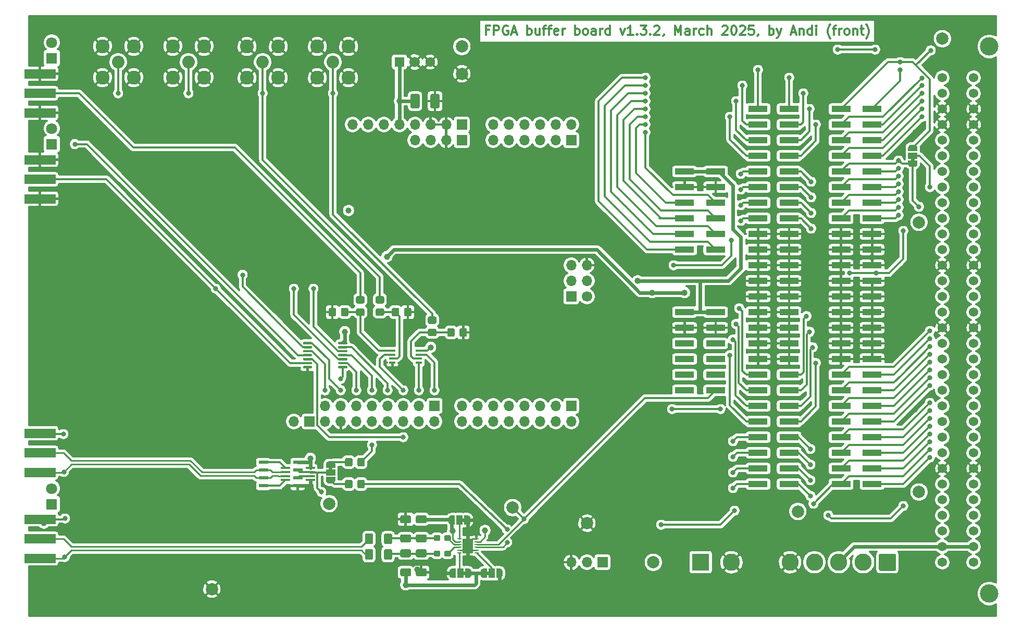
<source format=gtl>
G04 #@! TF.GenerationSoftware,KiCad,Pcbnew,5.1.12-84ad8e8a86~92~ubuntu18.04.1*
G04 #@! TF.CreationDate,2025-07-17T12:35:45+02:00*
G04 #@! TF.ProjectId,FPGA_buffer_board,46504741-5f62-4756-9666-65725f626f61,1.1*
G04 #@! TF.SameCoordinates,Original*
G04 #@! TF.FileFunction,Copper,L1,Top*
G04 #@! TF.FilePolarity,Positive*
%FSLAX46Y46*%
G04 Gerber Fmt 4.6, Leading zero omitted, Abs format (unit mm)*
G04 Created by KiCad (PCBNEW 5.1.12-84ad8e8a86~92~ubuntu18.04.1) date 2025-07-17 12:35:45*
%MOMM*%
%LPD*%
G01*
G04 APERTURE LIST*
G04 #@! TA.AperFunction,NonConductor*
%ADD10C,0.300000*%
G04 #@! TD*
G04 #@! TA.AperFunction,EtchedComponent*
%ADD11C,0.100000*%
G04 #@! TD*
G04 #@! TA.AperFunction,ComponentPad*
%ADD12C,2.800000*%
G04 #@! TD*
G04 #@! TA.AperFunction,ComponentPad*
%ADD13C,1.800000*%
G04 #@! TD*
G04 #@! TA.AperFunction,ComponentPad*
%ADD14R,1.800000X1.800000*%
G04 #@! TD*
G04 #@! TA.AperFunction,ComponentPad*
%ADD15C,1.700000*%
G04 #@! TD*
G04 #@! TA.AperFunction,SMDPad,CuDef*
%ADD16R,1.520000X0.600000*%
G04 #@! TD*
G04 #@! TA.AperFunction,SMDPad,CuDef*
%ADD17R,1.524000X0.450000*%
G04 #@! TD*
G04 #@! TA.AperFunction,SMDPad,CuDef*
%ADD18R,1.660000X2.380000*%
G04 #@! TD*
G04 #@! TA.AperFunction,SMDPad,CuDef*
%ADD19R,0.700000X0.250000*%
G04 #@! TD*
G04 #@! TA.AperFunction,ComponentPad*
%ADD20O,1.700000X1.700000*%
G04 #@! TD*
G04 #@! TA.AperFunction,ComponentPad*
%ADD21R,1.700000X1.700000*%
G04 #@! TD*
G04 #@! TA.AperFunction,SMDPad,CuDef*
%ADD22R,3.150000X1.000000*%
G04 #@! TD*
G04 #@! TA.AperFunction,SMDPad,CuDef*
%ADD23C,0.100000*%
G04 #@! TD*
G04 #@! TA.AperFunction,SMDPad,CuDef*
%ADD24R,1.000000X1.500000*%
G04 #@! TD*
G04 #@! TA.AperFunction,ComponentPad*
%ADD25R,1.600000X1.600000*%
G04 #@! TD*
G04 #@! TA.AperFunction,ComponentPad*
%ADD26C,1.600000*%
G04 #@! TD*
G04 #@! TA.AperFunction,SMDPad,CuDef*
%ADD27R,1.500000X1.000000*%
G04 #@! TD*
G04 #@! TA.AperFunction,SMDPad,CuDef*
%ADD28R,5.080000X1.500000*%
G04 #@! TD*
G04 #@! TA.AperFunction,ComponentPad*
%ADD29R,2.800000X2.800000*%
G04 #@! TD*
G04 #@! TA.AperFunction,ComponentPad*
%ADD30C,1.524000*%
G04 #@! TD*
G04 #@! TA.AperFunction,ComponentPad*
%ADD31C,3.000000*%
G04 #@! TD*
G04 #@! TA.AperFunction,ComponentPad*
%ADD32C,2.050000*%
G04 #@! TD*
G04 #@! TA.AperFunction,ComponentPad*
%ADD33C,2.250000*%
G04 #@! TD*
G04 #@! TA.AperFunction,SMDPad,CuDef*
%ADD34R,1.100000X0.400000*%
G04 #@! TD*
G04 #@! TA.AperFunction,ComponentPad*
%ADD35C,2.000000*%
G04 #@! TD*
G04 #@! TA.AperFunction,ViaPad*
%ADD36C,1.000000*%
G04 #@! TD*
G04 #@! TA.AperFunction,ViaPad*
%ADD37C,0.800000*%
G04 #@! TD*
G04 #@! TA.AperFunction,Conductor*
%ADD38C,0.600000*%
G04 #@! TD*
G04 #@! TA.AperFunction,Conductor*
%ADD39C,0.250000*%
G04 #@! TD*
G04 #@! TA.AperFunction,Conductor*
%ADD40C,0.350000*%
G04 #@! TD*
G04 #@! TA.AperFunction,Conductor*
%ADD41C,0.200000*%
G04 #@! TD*
G04 #@! TA.AperFunction,Conductor*
%ADD42C,0.100000*%
G04 #@! TD*
G04 APERTURE END LIST*
D10*
X165062142Y-53202857D02*
X164562142Y-53202857D01*
X164562142Y-53988571D02*
X164562142Y-52488571D01*
X165276428Y-52488571D01*
X165847857Y-53988571D02*
X165847857Y-52488571D01*
X166419285Y-52488571D01*
X166562142Y-52560000D01*
X166633571Y-52631428D01*
X166705000Y-52774285D01*
X166705000Y-52988571D01*
X166633571Y-53131428D01*
X166562142Y-53202857D01*
X166419285Y-53274285D01*
X165847857Y-53274285D01*
X168133571Y-52560000D02*
X167990714Y-52488571D01*
X167776428Y-52488571D01*
X167562142Y-52560000D01*
X167419285Y-52702857D01*
X167347857Y-52845714D01*
X167276428Y-53131428D01*
X167276428Y-53345714D01*
X167347857Y-53631428D01*
X167419285Y-53774285D01*
X167562142Y-53917142D01*
X167776428Y-53988571D01*
X167919285Y-53988571D01*
X168133571Y-53917142D01*
X168205000Y-53845714D01*
X168205000Y-53345714D01*
X167919285Y-53345714D01*
X168776428Y-53560000D02*
X169490714Y-53560000D01*
X168633571Y-53988571D02*
X169133571Y-52488571D01*
X169633571Y-53988571D01*
X171276428Y-53988571D02*
X171276428Y-52488571D01*
X171276428Y-53060000D02*
X171419285Y-52988571D01*
X171705000Y-52988571D01*
X171847857Y-53060000D01*
X171919285Y-53131428D01*
X171990714Y-53274285D01*
X171990714Y-53702857D01*
X171919285Y-53845714D01*
X171847857Y-53917142D01*
X171705000Y-53988571D01*
X171419285Y-53988571D01*
X171276428Y-53917142D01*
X173276428Y-52988571D02*
X173276428Y-53988571D01*
X172633571Y-52988571D02*
X172633571Y-53774285D01*
X172705000Y-53917142D01*
X172847857Y-53988571D01*
X173062142Y-53988571D01*
X173205000Y-53917142D01*
X173276428Y-53845714D01*
X173776428Y-52988571D02*
X174347857Y-52988571D01*
X173990714Y-53988571D02*
X173990714Y-52702857D01*
X174062142Y-52560000D01*
X174205000Y-52488571D01*
X174347857Y-52488571D01*
X174633571Y-52988571D02*
X175205000Y-52988571D01*
X174847857Y-53988571D02*
X174847857Y-52702857D01*
X174919285Y-52560000D01*
X175062142Y-52488571D01*
X175205000Y-52488571D01*
X176276428Y-53917142D02*
X176133571Y-53988571D01*
X175847857Y-53988571D01*
X175705000Y-53917142D01*
X175633571Y-53774285D01*
X175633571Y-53202857D01*
X175705000Y-53060000D01*
X175847857Y-52988571D01*
X176133571Y-52988571D01*
X176276428Y-53060000D01*
X176347857Y-53202857D01*
X176347857Y-53345714D01*
X175633571Y-53488571D01*
X176990714Y-53988571D02*
X176990714Y-52988571D01*
X176990714Y-53274285D02*
X177062142Y-53131428D01*
X177133571Y-53060000D01*
X177276428Y-52988571D01*
X177419285Y-52988571D01*
X179062142Y-53988571D02*
X179062142Y-52488571D01*
X179062142Y-53060000D02*
X179205000Y-52988571D01*
X179490714Y-52988571D01*
X179633571Y-53060000D01*
X179705000Y-53131428D01*
X179776428Y-53274285D01*
X179776428Y-53702857D01*
X179705000Y-53845714D01*
X179633571Y-53917142D01*
X179490714Y-53988571D01*
X179205000Y-53988571D01*
X179062142Y-53917142D01*
X180633571Y-53988571D02*
X180490714Y-53917142D01*
X180419285Y-53845714D01*
X180347857Y-53702857D01*
X180347857Y-53274285D01*
X180419285Y-53131428D01*
X180490714Y-53060000D01*
X180633571Y-52988571D01*
X180847857Y-52988571D01*
X180990714Y-53060000D01*
X181062142Y-53131428D01*
X181133571Y-53274285D01*
X181133571Y-53702857D01*
X181062142Y-53845714D01*
X180990714Y-53917142D01*
X180847857Y-53988571D01*
X180633571Y-53988571D01*
X182419285Y-53988571D02*
X182419285Y-53202857D01*
X182347857Y-53060000D01*
X182205000Y-52988571D01*
X181919285Y-52988571D01*
X181776428Y-53060000D01*
X182419285Y-53917142D02*
X182276428Y-53988571D01*
X181919285Y-53988571D01*
X181776428Y-53917142D01*
X181705000Y-53774285D01*
X181705000Y-53631428D01*
X181776428Y-53488571D01*
X181919285Y-53417142D01*
X182276428Y-53417142D01*
X182419285Y-53345714D01*
X183133571Y-53988571D02*
X183133571Y-52988571D01*
X183133571Y-53274285D02*
X183205000Y-53131428D01*
X183276428Y-53060000D01*
X183419285Y-52988571D01*
X183562142Y-52988571D01*
X184705000Y-53988571D02*
X184705000Y-52488571D01*
X184705000Y-53917142D02*
X184562142Y-53988571D01*
X184276428Y-53988571D01*
X184133571Y-53917142D01*
X184062142Y-53845714D01*
X183990714Y-53702857D01*
X183990714Y-53274285D01*
X184062142Y-53131428D01*
X184133571Y-53060000D01*
X184276428Y-52988571D01*
X184562142Y-52988571D01*
X184705000Y-53060000D01*
X186419285Y-52988571D02*
X186776428Y-53988571D01*
X187133571Y-52988571D01*
X188490714Y-53988571D02*
X187633571Y-53988571D01*
X188062142Y-53988571D02*
X188062142Y-52488571D01*
X187919285Y-52702857D01*
X187776428Y-52845714D01*
X187633571Y-52917142D01*
X189133571Y-53845714D02*
X189205000Y-53917142D01*
X189133571Y-53988571D01*
X189062142Y-53917142D01*
X189133571Y-53845714D01*
X189133571Y-53988571D01*
X189705000Y-52488571D02*
X190633571Y-52488571D01*
X190133571Y-53060000D01*
X190347857Y-53060000D01*
X190490714Y-53131428D01*
X190562142Y-53202857D01*
X190633571Y-53345714D01*
X190633571Y-53702857D01*
X190562142Y-53845714D01*
X190490714Y-53917142D01*
X190347857Y-53988571D01*
X189919285Y-53988571D01*
X189776428Y-53917142D01*
X189705000Y-53845714D01*
X191276428Y-53845714D02*
X191347857Y-53917142D01*
X191276428Y-53988571D01*
X191205000Y-53917142D01*
X191276428Y-53845714D01*
X191276428Y-53988571D01*
X191919285Y-52631428D02*
X191990714Y-52560000D01*
X192133571Y-52488571D01*
X192490714Y-52488571D01*
X192633571Y-52560000D01*
X192705000Y-52631428D01*
X192776428Y-52774285D01*
X192776428Y-52917142D01*
X192705000Y-53131428D01*
X191847857Y-53988571D01*
X192776428Y-53988571D01*
X193490714Y-53917142D02*
X193490714Y-53988571D01*
X193419285Y-54131428D01*
X193347857Y-54202857D01*
X195276428Y-53988571D02*
X195276428Y-52488571D01*
X195776428Y-53560000D01*
X196276428Y-52488571D01*
X196276428Y-53988571D01*
X197633571Y-53988571D02*
X197633571Y-53202857D01*
X197562142Y-53060000D01*
X197419285Y-52988571D01*
X197133571Y-52988571D01*
X196990714Y-53060000D01*
X197633571Y-53917142D02*
X197490714Y-53988571D01*
X197133571Y-53988571D01*
X196990714Y-53917142D01*
X196919285Y-53774285D01*
X196919285Y-53631428D01*
X196990714Y-53488571D01*
X197133571Y-53417142D01*
X197490714Y-53417142D01*
X197633571Y-53345714D01*
X198347857Y-53988571D02*
X198347857Y-52988571D01*
X198347857Y-53274285D02*
X198419285Y-53131428D01*
X198490714Y-53060000D01*
X198633571Y-52988571D01*
X198776428Y-52988571D01*
X199919285Y-53917142D02*
X199776428Y-53988571D01*
X199490714Y-53988571D01*
X199347857Y-53917142D01*
X199276428Y-53845714D01*
X199205000Y-53702857D01*
X199205000Y-53274285D01*
X199276428Y-53131428D01*
X199347857Y-53060000D01*
X199490714Y-52988571D01*
X199776428Y-52988571D01*
X199919285Y-53060000D01*
X200562142Y-53988571D02*
X200562142Y-52488571D01*
X201205000Y-53988571D02*
X201205000Y-53202857D01*
X201133571Y-53060000D01*
X200990714Y-52988571D01*
X200776428Y-52988571D01*
X200633571Y-53060000D01*
X200562142Y-53131428D01*
X202990714Y-52631428D02*
X203062142Y-52560000D01*
X203205000Y-52488571D01*
X203562142Y-52488571D01*
X203705000Y-52560000D01*
X203776428Y-52631428D01*
X203847857Y-52774285D01*
X203847857Y-52917142D01*
X203776428Y-53131428D01*
X202919285Y-53988571D01*
X203847857Y-53988571D01*
X204776428Y-52488571D02*
X204919285Y-52488571D01*
X205062142Y-52560000D01*
X205133571Y-52631428D01*
X205205000Y-52774285D01*
X205276428Y-53060000D01*
X205276428Y-53417142D01*
X205205000Y-53702857D01*
X205133571Y-53845714D01*
X205062142Y-53917142D01*
X204919285Y-53988571D01*
X204776428Y-53988571D01*
X204633571Y-53917142D01*
X204562142Y-53845714D01*
X204490714Y-53702857D01*
X204419285Y-53417142D01*
X204419285Y-53060000D01*
X204490714Y-52774285D01*
X204562142Y-52631428D01*
X204633571Y-52560000D01*
X204776428Y-52488571D01*
X205847857Y-52631428D02*
X205919285Y-52560000D01*
X206062142Y-52488571D01*
X206419285Y-52488571D01*
X206562142Y-52560000D01*
X206633571Y-52631428D01*
X206704999Y-52774285D01*
X206704999Y-52917142D01*
X206633571Y-53131428D01*
X205776428Y-53988571D01*
X206704999Y-53988571D01*
X208062142Y-52488571D02*
X207347857Y-52488571D01*
X207276428Y-53202857D01*
X207347857Y-53131428D01*
X207490714Y-53060000D01*
X207847857Y-53060000D01*
X207990714Y-53131428D01*
X208062142Y-53202857D01*
X208133571Y-53345714D01*
X208133571Y-53702857D01*
X208062142Y-53845714D01*
X207990714Y-53917142D01*
X207847857Y-53988571D01*
X207490714Y-53988571D01*
X207347857Y-53917142D01*
X207276428Y-53845714D01*
X208847857Y-53917142D02*
X208847857Y-53988571D01*
X208776428Y-54131428D01*
X208704999Y-54202857D01*
X210633571Y-53988571D02*
X210633571Y-52488571D01*
X210633571Y-53060000D02*
X210776428Y-52988571D01*
X211062142Y-52988571D01*
X211204999Y-53060000D01*
X211276428Y-53131428D01*
X211347857Y-53274285D01*
X211347857Y-53702857D01*
X211276428Y-53845714D01*
X211204999Y-53917142D01*
X211062142Y-53988571D01*
X210776428Y-53988571D01*
X210633571Y-53917142D01*
X211847857Y-52988571D02*
X212204999Y-53988571D01*
X212562142Y-52988571D02*
X212204999Y-53988571D01*
X212062142Y-54345714D01*
X211990714Y-54417142D01*
X211847857Y-54488571D01*
X214204999Y-53560000D02*
X214919285Y-53560000D01*
X214062142Y-53988571D02*
X214562142Y-52488571D01*
X215062142Y-53988571D01*
X215562142Y-52988571D02*
X215562142Y-53988571D01*
X215562142Y-53131428D02*
X215633571Y-53060000D01*
X215776428Y-52988571D01*
X215990714Y-52988571D01*
X216133571Y-53060000D01*
X216204999Y-53202857D01*
X216204999Y-53988571D01*
X217562142Y-53988571D02*
X217562142Y-52488571D01*
X217562142Y-53917142D02*
X217419285Y-53988571D01*
X217133571Y-53988571D01*
X216990714Y-53917142D01*
X216919285Y-53845714D01*
X216847857Y-53702857D01*
X216847857Y-53274285D01*
X216919285Y-53131428D01*
X216990714Y-53060000D01*
X217133571Y-52988571D01*
X217419285Y-52988571D01*
X217562142Y-53060000D01*
X218276428Y-53988571D02*
X218276428Y-52988571D01*
X218276428Y-52488571D02*
X218204999Y-52560000D01*
X218276428Y-52631428D01*
X218347857Y-52560000D01*
X218276428Y-52488571D01*
X218276428Y-52631428D01*
X220562142Y-54560000D02*
X220490714Y-54488571D01*
X220347857Y-54274285D01*
X220276428Y-54131428D01*
X220204999Y-53917142D01*
X220133571Y-53560000D01*
X220133571Y-53274285D01*
X220204999Y-52917142D01*
X220276428Y-52702857D01*
X220347857Y-52560000D01*
X220490714Y-52345714D01*
X220562142Y-52274285D01*
X220919285Y-52988571D02*
X221490714Y-52988571D01*
X221133571Y-53988571D02*
X221133571Y-52702857D01*
X221204999Y-52560000D01*
X221347857Y-52488571D01*
X221490714Y-52488571D01*
X221990714Y-53988571D02*
X221990714Y-52988571D01*
X221990714Y-53274285D02*
X222062142Y-53131428D01*
X222133571Y-53060000D01*
X222276428Y-52988571D01*
X222419285Y-52988571D01*
X223133571Y-53988571D02*
X222990714Y-53917142D01*
X222919285Y-53845714D01*
X222847857Y-53702857D01*
X222847857Y-53274285D01*
X222919285Y-53131428D01*
X222990714Y-53060000D01*
X223133571Y-52988571D01*
X223347857Y-52988571D01*
X223490714Y-53060000D01*
X223562142Y-53131428D01*
X223633571Y-53274285D01*
X223633571Y-53702857D01*
X223562142Y-53845714D01*
X223490714Y-53917142D01*
X223347857Y-53988571D01*
X223133571Y-53988571D01*
X224276428Y-52988571D02*
X224276428Y-53988571D01*
X224276428Y-53131428D02*
X224347857Y-53060000D01*
X224490714Y-52988571D01*
X224704999Y-52988571D01*
X224847857Y-53060000D01*
X224919285Y-53202857D01*
X224919285Y-53988571D01*
X225419285Y-52988571D02*
X225990714Y-52988571D01*
X225633571Y-52488571D02*
X225633571Y-53774285D01*
X225704999Y-53917142D01*
X225847857Y-53988571D01*
X225990714Y-53988571D01*
X226347857Y-54560000D02*
X226419285Y-54488571D01*
X226562142Y-54274285D01*
X226633571Y-54131428D01*
X226704999Y-53917142D01*
X226776428Y-53560000D01*
X226776428Y-53274285D01*
X226704999Y-52917142D01*
X226633571Y-52702857D01*
X226562142Y-52560000D01*
X226419285Y-52345714D01*
X226347857Y-52274285D01*
D11*
G36*
X233634000Y-74560000D02*
G01*
X233634000Y-74060000D01*
X234234000Y-74060000D01*
X234234000Y-74560000D01*
X233634000Y-74560000D01*
G37*
G04 #@! TA.AperFunction,ComponentPad*
G36*
G01*
X231235000Y-138560400D02*
X231235000Y-140839600D01*
G75*
G02*
X230974600Y-141100000I-260400J0D01*
G01*
X228695400Y-141100000D01*
G75*
G02*
X228435000Y-140839600I0J260400D01*
G01*
X228435000Y-138560400D01*
G75*
G02*
X228695400Y-138300000I260400J0D01*
G01*
X230974600Y-138300000D01*
G75*
G02*
X231235000Y-138560400I0J-260400D01*
G01*
G37*
G04 #@! TD.AperFunction*
D12*
X225875000Y-139700000D03*
X221915000Y-139700000D03*
X217955000Y-139700000D03*
X213995000Y-139700000D03*
D13*
X94000000Y-127710000D03*
D14*
X94000000Y-130250000D03*
D13*
X94000000Y-69210000D03*
D14*
X94000000Y-71750000D03*
D13*
X94000000Y-55250000D03*
D14*
X94000000Y-57790000D03*
D15*
X153000000Y-58420000D03*
D16*
X133968000Y-123470000D03*
X133968000Y-124740000D03*
X133968000Y-126010000D03*
X133968000Y-127280000D03*
X128380000Y-127280000D03*
X128380000Y-126010000D03*
X128380000Y-123470000D03*
X128380000Y-124740000D03*
D17*
X136000000Y-126350000D03*
X136000000Y-125700000D03*
X136000000Y-125050000D03*
X136000000Y-124400000D03*
X131936000Y-125700000D03*
X131936000Y-125050000D03*
X131936000Y-126350000D03*
X131936000Y-124400000D03*
D18*
X161610000Y-137030000D03*
D19*
X163010000Y-135905000D03*
X163010000Y-136355000D03*
X163010000Y-136805000D03*
X163010000Y-137255000D03*
X163010000Y-137705000D03*
X163010000Y-138155000D03*
X160210000Y-138155000D03*
X160210000Y-137705000D03*
X160210000Y-137255000D03*
X160210000Y-136805000D03*
X160210000Y-136355000D03*
X160210000Y-135905000D03*
D20*
X165735000Y-68580000D03*
X165735000Y-71120000D03*
X168275000Y-68580000D03*
X168275000Y-71120000D03*
X170815000Y-68580000D03*
X170815000Y-71120000D03*
X173355000Y-68580000D03*
X173355000Y-71120000D03*
X175895000Y-68580000D03*
X175895000Y-71120000D03*
X178435000Y-68580000D03*
D21*
X178435000Y-71120000D03*
D22*
X201900000Y-88900000D03*
X196850000Y-88900000D03*
X201900000Y-86360000D03*
X196850000Y-86360000D03*
X201900000Y-83820000D03*
X196850000Y-83820000D03*
X201900000Y-81280000D03*
X196850000Y-81280000D03*
X201900000Y-78740000D03*
X196850000Y-78740000D03*
X201900000Y-76200000D03*
X196850000Y-76200000D03*
G04 #@! TA.AperFunction,SMDPad,CuDef*
D23*
G36*
X161024000Y-133142000D02*
G01*
X160674000Y-133142000D01*
X160674000Y-132542000D01*
X161024000Y-132542000D01*
X161024000Y-132092000D01*
X161574000Y-132092000D01*
X161574000Y-132092602D01*
X161598534Y-132092602D01*
X161647365Y-132097412D01*
X161695490Y-132106984D01*
X161742445Y-132121228D01*
X161787778Y-132140005D01*
X161831051Y-132163136D01*
X161871850Y-132190396D01*
X161909779Y-132221524D01*
X161944476Y-132256221D01*
X161975604Y-132294150D01*
X162002864Y-132334949D01*
X162025995Y-132378222D01*
X162044772Y-132423555D01*
X162059016Y-132470510D01*
X162068588Y-132518635D01*
X162073398Y-132567466D01*
X162073398Y-132592000D01*
X162074000Y-132592000D01*
X162074000Y-133092000D01*
X162073398Y-133092000D01*
X162073398Y-133116534D01*
X162068588Y-133165365D01*
X162059016Y-133213490D01*
X162044772Y-133260445D01*
X162025995Y-133305778D01*
X162002864Y-133349051D01*
X161975604Y-133389850D01*
X161944476Y-133427779D01*
X161909779Y-133462476D01*
X161871850Y-133493604D01*
X161831051Y-133520864D01*
X161787778Y-133543995D01*
X161742445Y-133562772D01*
X161695490Y-133577016D01*
X161647365Y-133586588D01*
X161598534Y-133591398D01*
X161574000Y-133591398D01*
X161574000Y-133592000D01*
X161024000Y-133592000D01*
X161024000Y-133142000D01*
G37*
G04 #@! TD.AperFunction*
G04 #@! TA.AperFunction,SMDPad,CuDef*
G36*
X158974000Y-133591398D02*
G01*
X158949466Y-133591398D01*
X158900635Y-133586588D01*
X158852510Y-133577016D01*
X158805555Y-133562772D01*
X158760222Y-133543995D01*
X158716949Y-133520864D01*
X158676150Y-133493604D01*
X158638221Y-133462476D01*
X158603524Y-133427779D01*
X158572396Y-133389850D01*
X158545136Y-133349051D01*
X158522005Y-133305778D01*
X158503228Y-133260445D01*
X158488984Y-133213490D01*
X158479412Y-133165365D01*
X158474602Y-133116534D01*
X158474602Y-133092000D01*
X158474000Y-133092000D01*
X158474000Y-132592000D01*
X158474602Y-132592000D01*
X158474602Y-132567466D01*
X158479412Y-132518635D01*
X158488984Y-132470510D01*
X158503228Y-132423555D01*
X158522005Y-132378222D01*
X158545136Y-132334949D01*
X158572396Y-132294150D01*
X158603524Y-132256221D01*
X158638221Y-132221524D01*
X158676150Y-132190396D01*
X158716949Y-132163136D01*
X158760222Y-132140005D01*
X158805555Y-132121228D01*
X158852510Y-132106984D01*
X158900635Y-132097412D01*
X158949466Y-132092602D01*
X158974000Y-132092602D01*
X158974000Y-132092000D01*
X159524000Y-132092000D01*
X159524000Y-133592000D01*
X158974000Y-133592000D01*
X158974000Y-133591398D01*
G37*
G04 #@! TD.AperFunction*
D24*
X160274000Y-132842000D03*
D25*
X150495000Y-58420000D03*
D26*
X155495000Y-58420000D03*
D24*
X160401000Y-141478000D03*
G04 #@! TA.AperFunction,SMDPad,CuDef*
D23*
G36*
X159101000Y-142227398D02*
G01*
X159076466Y-142227398D01*
X159027635Y-142222588D01*
X158979510Y-142213016D01*
X158932555Y-142198772D01*
X158887222Y-142179995D01*
X158843949Y-142156864D01*
X158803150Y-142129604D01*
X158765221Y-142098476D01*
X158730524Y-142063779D01*
X158699396Y-142025850D01*
X158672136Y-141985051D01*
X158649005Y-141941778D01*
X158630228Y-141896445D01*
X158615984Y-141849490D01*
X158606412Y-141801365D01*
X158601602Y-141752534D01*
X158601602Y-141728000D01*
X158601000Y-141728000D01*
X158601000Y-141228000D01*
X158601602Y-141228000D01*
X158601602Y-141203466D01*
X158606412Y-141154635D01*
X158615984Y-141106510D01*
X158630228Y-141059555D01*
X158649005Y-141014222D01*
X158672136Y-140970949D01*
X158699396Y-140930150D01*
X158730524Y-140892221D01*
X158765221Y-140857524D01*
X158803150Y-140826396D01*
X158843949Y-140799136D01*
X158887222Y-140776005D01*
X158932555Y-140757228D01*
X158979510Y-140742984D01*
X159027635Y-140733412D01*
X159076466Y-140728602D01*
X159101000Y-140728602D01*
X159101000Y-140728000D01*
X159651000Y-140728000D01*
X159651000Y-142228000D01*
X159101000Y-142228000D01*
X159101000Y-142227398D01*
G37*
G04 #@! TD.AperFunction*
G04 #@! TA.AperFunction,SMDPad,CuDef*
G36*
X161151000Y-141778000D02*
G01*
X160801000Y-141778000D01*
X160801000Y-141178000D01*
X161151000Y-141178000D01*
X161151000Y-140728000D01*
X161701000Y-140728000D01*
X161701000Y-140728602D01*
X161725534Y-140728602D01*
X161774365Y-140733412D01*
X161822490Y-140742984D01*
X161869445Y-140757228D01*
X161914778Y-140776005D01*
X161958051Y-140799136D01*
X161998850Y-140826396D01*
X162036779Y-140857524D01*
X162071476Y-140892221D01*
X162102604Y-140930150D01*
X162129864Y-140970949D01*
X162152995Y-141014222D01*
X162171772Y-141059555D01*
X162186016Y-141106510D01*
X162195588Y-141154635D01*
X162200398Y-141203466D01*
X162200398Y-141228000D01*
X162201000Y-141228000D01*
X162201000Y-141728000D01*
X162200398Y-141728000D01*
X162200398Y-141752534D01*
X162195588Y-141801365D01*
X162186016Y-141849490D01*
X162171772Y-141896445D01*
X162152995Y-141941778D01*
X162129864Y-141985051D01*
X162102604Y-142025850D01*
X162071476Y-142063779D01*
X162036779Y-142098476D01*
X161998850Y-142129604D01*
X161958051Y-142156864D01*
X161914778Y-142179995D01*
X161869445Y-142198772D01*
X161822490Y-142213016D01*
X161774365Y-142222588D01*
X161725534Y-142227398D01*
X161701000Y-142227398D01*
X161701000Y-142228000D01*
X161151000Y-142228000D01*
X161151000Y-141778000D01*
G37*
G04 #@! TD.AperFunction*
G04 #@! TA.AperFunction,SMDPad,CuDef*
G36*
X164731000Y-141178000D02*
G01*
X165081000Y-141178000D01*
X165081000Y-141778000D01*
X164731000Y-141778000D01*
X164731000Y-142228000D01*
X164181000Y-142228000D01*
X164181000Y-142227398D01*
X164156466Y-142227398D01*
X164107635Y-142222588D01*
X164059510Y-142213016D01*
X164012555Y-142198772D01*
X163967222Y-142179995D01*
X163923949Y-142156864D01*
X163883150Y-142129604D01*
X163845221Y-142098476D01*
X163810524Y-142063779D01*
X163779396Y-142025850D01*
X163752136Y-141985051D01*
X163729005Y-141941778D01*
X163710228Y-141896445D01*
X163695984Y-141849490D01*
X163686412Y-141801365D01*
X163681602Y-141752534D01*
X163681602Y-141728000D01*
X163681000Y-141728000D01*
X163681000Y-141228000D01*
X163681602Y-141228000D01*
X163681602Y-141203466D01*
X163686412Y-141154635D01*
X163695984Y-141106510D01*
X163710228Y-141059555D01*
X163729005Y-141014222D01*
X163752136Y-140970949D01*
X163779396Y-140930150D01*
X163810524Y-140892221D01*
X163845221Y-140857524D01*
X163883150Y-140826396D01*
X163923949Y-140799136D01*
X163967222Y-140776005D01*
X164012555Y-140757228D01*
X164059510Y-140742984D01*
X164107635Y-140733412D01*
X164156466Y-140728602D01*
X164181000Y-140728602D01*
X164181000Y-140728000D01*
X164731000Y-140728000D01*
X164731000Y-141178000D01*
G37*
G04 #@! TD.AperFunction*
G04 #@! TA.AperFunction,SMDPad,CuDef*
G36*
X166781000Y-140728602D02*
G01*
X166805534Y-140728602D01*
X166854365Y-140733412D01*
X166902490Y-140742984D01*
X166949445Y-140757228D01*
X166994778Y-140776005D01*
X167038051Y-140799136D01*
X167078850Y-140826396D01*
X167116779Y-140857524D01*
X167151476Y-140892221D01*
X167182604Y-140930150D01*
X167209864Y-140970949D01*
X167232995Y-141014222D01*
X167251772Y-141059555D01*
X167266016Y-141106510D01*
X167275588Y-141154635D01*
X167280398Y-141203466D01*
X167280398Y-141228000D01*
X167281000Y-141228000D01*
X167281000Y-141728000D01*
X167280398Y-141728000D01*
X167280398Y-141752534D01*
X167275588Y-141801365D01*
X167266016Y-141849490D01*
X167251772Y-141896445D01*
X167232995Y-141941778D01*
X167209864Y-141985051D01*
X167182604Y-142025850D01*
X167151476Y-142063779D01*
X167116779Y-142098476D01*
X167078850Y-142129604D01*
X167038051Y-142156864D01*
X166994778Y-142179995D01*
X166949445Y-142198772D01*
X166902490Y-142213016D01*
X166854365Y-142222588D01*
X166805534Y-142227398D01*
X166781000Y-142227398D01*
X166781000Y-142228000D01*
X166231000Y-142228000D01*
X166231000Y-140728000D01*
X166781000Y-140728000D01*
X166781000Y-140728602D01*
G37*
G04 #@! TD.AperFunction*
D24*
X165481000Y-141478000D03*
G04 #@! TA.AperFunction,SMDPad,CuDef*
D23*
G36*
X139619000Y-124345000D02*
G01*
X139619000Y-124695000D01*
X139019000Y-124695000D01*
X139019000Y-124345000D01*
X138569000Y-124345000D01*
X138569000Y-123795000D01*
X138569602Y-123795000D01*
X138569602Y-123770466D01*
X138574412Y-123721635D01*
X138583984Y-123673510D01*
X138598228Y-123626555D01*
X138617005Y-123581222D01*
X138640136Y-123537949D01*
X138667396Y-123497150D01*
X138698524Y-123459221D01*
X138733221Y-123424524D01*
X138771150Y-123393396D01*
X138811949Y-123366136D01*
X138855222Y-123343005D01*
X138900555Y-123324228D01*
X138947510Y-123309984D01*
X138995635Y-123300412D01*
X139044466Y-123295602D01*
X139069000Y-123295602D01*
X139069000Y-123295000D01*
X139569000Y-123295000D01*
X139569000Y-123295602D01*
X139593534Y-123295602D01*
X139642365Y-123300412D01*
X139690490Y-123309984D01*
X139737445Y-123324228D01*
X139782778Y-123343005D01*
X139826051Y-123366136D01*
X139866850Y-123393396D01*
X139904779Y-123424524D01*
X139939476Y-123459221D01*
X139970604Y-123497150D01*
X139997864Y-123537949D01*
X140020995Y-123581222D01*
X140039772Y-123626555D01*
X140054016Y-123673510D01*
X140063588Y-123721635D01*
X140068398Y-123770466D01*
X140068398Y-123795000D01*
X140069000Y-123795000D01*
X140069000Y-124345000D01*
X139619000Y-124345000D01*
G37*
G04 #@! TD.AperFunction*
G04 #@! TA.AperFunction,SMDPad,CuDef*
G36*
X140068398Y-126395000D02*
G01*
X140068398Y-126419534D01*
X140063588Y-126468365D01*
X140054016Y-126516490D01*
X140039772Y-126563445D01*
X140020995Y-126608778D01*
X139997864Y-126652051D01*
X139970604Y-126692850D01*
X139939476Y-126730779D01*
X139904779Y-126765476D01*
X139866850Y-126796604D01*
X139826051Y-126823864D01*
X139782778Y-126846995D01*
X139737445Y-126865772D01*
X139690490Y-126880016D01*
X139642365Y-126889588D01*
X139593534Y-126894398D01*
X139569000Y-126894398D01*
X139569000Y-126895000D01*
X139069000Y-126895000D01*
X139069000Y-126894398D01*
X139044466Y-126894398D01*
X138995635Y-126889588D01*
X138947510Y-126880016D01*
X138900555Y-126865772D01*
X138855222Y-126846995D01*
X138811949Y-126823864D01*
X138771150Y-126796604D01*
X138733221Y-126765476D01*
X138698524Y-126730779D01*
X138667396Y-126692850D01*
X138640136Y-126652051D01*
X138617005Y-126608778D01*
X138598228Y-126563445D01*
X138583984Y-126516490D01*
X138574412Y-126468365D01*
X138569602Y-126419534D01*
X138569602Y-126395000D01*
X138569000Y-126395000D01*
X138569000Y-125845000D01*
X140069000Y-125845000D01*
X140069000Y-126395000D01*
X140068398Y-126395000D01*
G37*
G04 #@! TD.AperFunction*
D27*
X139319000Y-125095000D03*
D21*
X183515000Y-139700000D03*
D20*
X180975000Y-139700000D03*
X178435000Y-139700000D03*
G04 #@! TA.AperFunction,SMDPad,CuDef*
G36*
G01*
X152285000Y-65695000D02*
X152285000Y-63845000D01*
G75*
G02*
X152535000Y-63595000I250000J0D01*
G01*
X153535000Y-63595000D01*
G75*
G02*
X153785000Y-63845000I0J-250000D01*
G01*
X153785000Y-65695000D01*
G75*
G02*
X153535000Y-65945000I-250000J0D01*
G01*
X152535000Y-65945000D01*
G75*
G02*
X152285000Y-65695000I0J250000D01*
G01*
G37*
G04 #@! TD.AperFunction*
G04 #@! TA.AperFunction,SMDPad,CuDef*
G36*
G01*
X155535000Y-65695000D02*
X155535000Y-63845000D01*
G75*
G02*
X155785000Y-63595000I250000J0D01*
G01*
X156785000Y-63595000D01*
G75*
G02*
X157035000Y-63845000I0J-250000D01*
G01*
X157035000Y-65695000D01*
G75*
G02*
X156785000Y-65945000I-250000J0D01*
G01*
X155785000Y-65945000D01*
G75*
G02*
X155535000Y-65695000I0J250000D01*
G01*
G37*
G04 #@! TD.AperFunction*
D22*
X196850000Y-99060000D03*
X201900000Y-99060000D03*
X196850000Y-101600000D03*
X201900000Y-101600000D03*
X196850000Y-104140000D03*
X201900000Y-104140000D03*
X196850000Y-106680000D03*
X201900000Y-106680000D03*
X196850000Y-109220000D03*
X201900000Y-109220000D03*
X196850000Y-111760000D03*
X201900000Y-111760000D03*
D28*
X92075000Y-132715000D03*
X92075000Y-139065000D03*
X92075000Y-135890000D03*
X92075000Y-121920000D03*
X92075000Y-125095000D03*
X92075000Y-118745000D03*
D29*
X199470000Y-139700000D03*
D12*
X204470000Y-139700000D03*
G04 #@! TA.AperFunction,SMDPad,CuDef*
D23*
G36*
X233184602Y-72360000D02*
G01*
X233184602Y-72335466D01*
X233189412Y-72286635D01*
X233198984Y-72238510D01*
X233213228Y-72191555D01*
X233232005Y-72146222D01*
X233255136Y-72102949D01*
X233282396Y-72062150D01*
X233313524Y-72024221D01*
X233348221Y-71989524D01*
X233386150Y-71958396D01*
X233426949Y-71931136D01*
X233470222Y-71908005D01*
X233515555Y-71889228D01*
X233562510Y-71874984D01*
X233610635Y-71865412D01*
X233659466Y-71860602D01*
X233684000Y-71860602D01*
X233684000Y-71860000D01*
X234184000Y-71860000D01*
X234184000Y-71860602D01*
X234208534Y-71860602D01*
X234257365Y-71865412D01*
X234305490Y-71874984D01*
X234352445Y-71889228D01*
X234397778Y-71908005D01*
X234441051Y-71931136D01*
X234481850Y-71958396D01*
X234519779Y-71989524D01*
X234554476Y-72024221D01*
X234585604Y-72062150D01*
X234612864Y-72102949D01*
X234635995Y-72146222D01*
X234654772Y-72191555D01*
X234669016Y-72238510D01*
X234678588Y-72286635D01*
X234683398Y-72335466D01*
X234683398Y-72360000D01*
X234684000Y-72360000D01*
X234684000Y-72910000D01*
X233184000Y-72910000D01*
X233184000Y-72360000D01*
X233184602Y-72360000D01*
G37*
G04 #@! TD.AperFunction*
D27*
X233934000Y-73660000D03*
G04 #@! TA.AperFunction,SMDPad,CuDef*
D23*
G36*
X234684000Y-74410000D02*
G01*
X234684000Y-74960000D01*
X234683398Y-74960000D01*
X234683398Y-74984534D01*
X234678588Y-75033365D01*
X234669016Y-75081490D01*
X234654772Y-75128445D01*
X234635995Y-75173778D01*
X234612864Y-75217051D01*
X234585604Y-75257850D01*
X234554476Y-75295779D01*
X234519779Y-75330476D01*
X234481850Y-75361604D01*
X234441051Y-75388864D01*
X234397778Y-75411995D01*
X234352445Y-75430772D01*
X234305490Y-75445016D01*
X234257365Y-75454588D01*
X234208534Y-75459398D01*
X234184000Y-75459398D01*
X234184000Y-75460000D01*
X233684000Y-75460000D01*
X233684000Y-75459398D01*
X233659466Y-75459398D01*
X233610635Y-75454588D01*
X233562510Y-75445016D01*
X233515555Y-75430772D01*
X233470222Y-75411995D01*
X233426949Y-75388864D01*
X233386150Y-75361604D01*
X233348221Y-75330476D01*
X233313524Y-75295779D01*
X233282396Y-75257850D01*
X233255136Y-75217051D01*
X233232005Y-75173778D01*
X233213228Y-75128445D01*
X233198984Y-75081490D01*
X233189412Y-75033365D01*
X233184602Y-74984534D01*
X233184602Y-74960000D01*
X233184000Y-74960000D01*
X233184000Y-74410000D01*
X234684000Y-74410000D01*
G37*
G04 #@! TD.AperFunction*
G04 #@! TA.AperFunction,SMDPad,CuDef*
G36*
G01*
X158866000Y-135525500D02*
X158866000Y-136000500D01*
G75*
G02*
X158628500Y-136238000I-237500J0D01*
G01*
X158028500Y-136238000D01*
G75*
G02*
X157791000Y-136000500I0J237500D01*
G01*
X157791000Y-135525500D01*
G75*
G02*
X158028500Y-135288000I237500J0D01*
G01*
X158628500Y-135288000D01*
G75*
G02*
X158866000Y-135525500I0J-237500D01*
G01*
G37*
G04 #@! TD.AperFunction*
G04 #@! TA.AperFunction,SMDPad,CuDef*
G36*
G01*
X157141000Y-135525500D02*
X157141000Y-136000500D01*
G75*
G02*
X156903500Y-136238000I-237500J0D01*
G01*
X156303500Y-136238000D01*
G75*
G02*
X156066000Y-136000500I0J237500D01*
G01*
X156066000Y-135525500D01*
G75*
G02*
X156303500Y-135288000I237500J0D01*
G01*
X156903500Y-135288000D01*
G75*
G02*
X157141000Y-135525500I0J-237500D01*
G01*
G37*
G04 #@! TD.AperFunction*
G04 #@! TA.AperFunction,SMDPad,CuDef*
G36*
G01*
X157141000Y-138065500D02*
X157141000Y-138540500D01*
G75*
G02*
X156903500Y-138778000I-237500J0D01*
G01*
X156303500Y-138778000D01*
G75*
G02*
X156066000Y-138540500I0J237500D01*
G01*
X156066000Y-138065500D01*
G75*
G02*
X156303500Y-137828000I237500J0D01*
G01*
X156903500Y-137828000D01*
G75*
G02*
X157141000Y-138065500I0J-237500D01*
G01*
G37*
G04 #@! TD.AperFunction*
G04 #@! TA.AperFunction,SMDPad,CuDef*
G36*
G01*
X158866000Y-138065500D02*
X158866000Y-138540500D01*
G75*
G02*
X158628500Y-138778000I-237500J0D01*
G01*
X158028500Y-138778000D01*
G75*
G02*
X157791000Y-138540500I0J237500D01*
G01*
X157791000Y-138065500D01*
G75*
G02*
X158028500Y-137828000I237500J0D01*
G01*
X158628500Y-137828000D01*
G75*
G02*
X158866000Y-138065500I0J-237500D01*
G01*
G37*
G04 #@! TD.AperFunction*
D22*
X227330000Y-127000000D03*
X222280000Y-127000000D03*
X227330000Y-124460000D03*
X222280000Y-124460000D03*
X227330000Y-121920000D03*
X222280000Y-121920000D03*
X227330000Y-119380000D03*
X222280000Y-119380000D03*
X227330000Y-116840000D03*
X222280000Y-116840000D03*
X227330000Y-114300000D03*
X222280000Y-114300000D03*
X227330000Y-111760000D03*
X222280000Y-111760000D03*
X227330000Y-109220000D03*
X222280000Y-109220000D03*
X227330000Y-106680000D03*
X222280000Y-106680000D03*
X227330000Y-104140000D03*
X222280000Y-104140000D03*
X227330000Y-101600000D03*
X222280000Y-101600000D03*
X227330000Y-99060000D03*
X222280000Y-99060000D03*
X227330000Y-96520000D03*
X222280000Y-96520000D03*
X227330000Y-93980000D03*
X222280000Y-93980000D03*
X227330000Y-91440000D03*
X222280000Y-91440000D03*
X227330000Y-88900000D03*
X222280000Y-88900000D03*
X227330000Y-86360000D03*
X222280000Y-86360000D03*
X227330000Y-83820000D03*
X222280000Y-83820000D03*
X227330000Y-81280000D03*
X222280000Y-81280000D03*
X227330000Y-78740000D03*
X222280000Y-78740000D03*
X227330000Y-76200000D03*
X222280000Y-76200000D03*
X227330000Y-73660000D03*
X222280000Y-73660000D03*
X227330000Y-71120000D03*
X222280000Y-71120000D03*
X227330000Y-68580000D03*
X222280000Y-68580000D03*
X227330000Y-66040000D03*
X222280000Y-66040000D03*
X213838000Y-127000000D03*
X208788000Y-127000000D03*
X213838000Y-124460000D03*
X208788000Y-124460000D03*
X213838000Y-121920000D03*
X208788000Y-121920000D03*
X213838000Y-119380000D03*
X208788000Y-119380000D03*
X213838000Y-116840000D03*
X208788000Y-116840000D03*
X213838000Y-114300000D03*
X208788000Y-114300000D03*
X213838000Y-111760000D03*
X208788000Y-111760000D03*
X213838000Y-109220000D03*
X208788000Y-109220000D03*
X213838000Y-106680000D03*
X208788000Y-106680000D03*
X213838000Y-104140000D03*
X208788000Y-104140000D03*
X213838000Y-101600000D03*
X208788000Y-101600000D03*
X213838000Y-99060000D03*
X208788000Y-99060000D03*
X213838000Y-96520000D03*
X208788000Y-96520000D03*
X213838000Y-93980000D03*
X208788000Y-93980000D03*
X213838000Y-91440000D03*
X208788000Y-91440000D03*
X213838000Y-88900000D03*
X208788000Y-88900000D03*
X213838000Y-86360000D03*
X208788000Y-86360000D03*
X213838000Y-83820000D03*
X208788000Y-83820000D03*
X213838000Y-81280000D03*
X208788000Y-81280000D03*
X213838000Y-78740000D03*
X208788000Y-78740000D03*
X213838000Y-76200000D03*
X208788000Y-76200000D03*
X213838000Y-73660000D03*
X208788000Y-73660000D03*
X213838000Y-71120000D03*
X208788000Y-71120000D03*
X213838000Y-68580000D03*
X208788000Y-68580000D03*
X213838000Y-66040000D03*
X208788000Y-66040000D03*
D15*
X180975000Y-96520000D03*
D21*
X178435000Y-96520000D03*
D20*
X180975000Y-93980000D03*
X178435000Y-93980000D03*
X180975000Y-91440000D03*
X178435000Y-91440000D03*
D30*
X238760000Y-60960000D03*
X238760000Y-63500000D03*
X238760000Y-66040000D03*
X238760000Y-68580000D03*
X238760000Y-71120000D03*
X238760000Y-73660000D03*
X238760000Y-76200000D03*
X238760000Y-78740000D03*
X238760000Y-81280000D03*
X238760000Y-83820000D03*
X238760000Y-86360000D03*
X238760000Y-88900000D03*
X238760000Y-91440000D03*
X238760000Y-93980000D03*
X238760000Y-96520000D03*
X238760000Y-99060000D03*
X238760000Y-101600000D03*
X238760000Y-104140000D03*
X238760000Y-106680000D03*
X238760000Y-109220000D03*
X238760000Y-111760000D03*
X238760000Y-114300000D03*
X238760000Y-116840000D03*
X238760000Y-119380000D03*
X238760000Y-121920000D03*
X238760000Y-124460000D03*
X238760000Y-127000000D03*
X238760000Y-129540000D03*
X238760000Y-132080000D03*
X238760000Y-134620000D03*
X238760000Y-137160000D03*
X238760000Y-139700000D03*
X243840000Y-139700000D03*
X243840000Y-137160000D03*
X243840000Y-134620000D03*
X243840000Y-132080000D03*
X243840000Y-129540000D03*
X243840000Y-127000000D03*
X243840000Y-124460000D03*
X243840000Y-121920000D03*
X243840000Y-119380000D03*
X243840000Y-116840000D03*
X243840000Y-114300000D03*
X243840000Y-111760000D03*
X243840000Y-109220000D03*
X243840000Y-106680000D03*
X243840000Y-104140000D03*
X243840000Y-101600000D03*
X243840000Y-99060000D03*
X243840000Y-96520000D03*
X243840000Y-93980000D03*
X243840000Y-91440000D03*
X243840000Y-88900000D03*
X243840000Y-86360000D03*
X243840000Y-83820000D03*
X243840000Y-81280000D03*
X243840000Y-78740000D03*
X243840000Y-76200000D03*
X243840000Y-73660000D03*
X243840000Y-71120000D03*
X243840000Y-68580000D03*
X243840000Y-66040000D03*
X243840000Y-63500000D03*
X243840000Y-60960000D03*
D31*
X246380000Y-144780000D03*
X246380000Y-55880000D03*
G04 #@! TA.AperFunction,SMDPad,CuDef*
G36*
G01*
X144902500Y-136515001D02*
X144902500Y-135264999D01*
G75*
G02*
X145152499Y-135015000I249999J0D01*
G01*
X145952501Y-135015000D01*
G75*
G02*
X146202500Y-135264999I0J-249999D01*
G01*
X146202500Y-136515001D01*
G75*
G02*
X145952501Y-136765000I-249999J0D01*
G01*
X145152499Y-136765000D01*
G75*
G02*
X144902500Y-136515001I0J249999D01*
G01*
G37*
G04 #@! TD.AperFunction*
G04 #@! TA.AperFunction,SMDPad,CuDef*
G36*
G01*
X148002500Y-136515001D02*
X148002500Y-135264999D01*
G75*
G02*
X148252499Y-135015000I249999J0D01*
G01*
X149052501Y-135015000D01*
G75*
G02*
X149302500Y-135264999I0J-249999D01*
G01*
X149302500Y-136515001D01*
G75*
G02*
X149052501Y-136765000I-249999J0D01*
G01*
X148252499Y-136765000D01*
G75*
G02*
X148002500Y-136515001I0J249999D01*
G01*
G37*
G04 #@! TD.AperFunction*
G04 #@! TA.AperFunction,SMDPad,CuDef*
G36*
G01*
X148002500Y-139055001D02*
X148002500Y-137804999D01*
G75*
G02*
X148252499Y-137555000I249999J0D01*
G01*
X149052501Y-137555000D01*
G75*
G02*
X149302500Y-137804999I0J-249999D01*
G01*
X149302500Y-139055001D01*
G75*
G02*
X149052501Y-139305000I-249999J0D01*
G01*
X148252499Y-139305000D01*
G75*
G02*
X148002500Y-139055001I0J249999D01*
G01*
G37*
G04 #@! TD.AperFunction*
G04 #@! TA.AperFunction,SMDPad,CuDef*
G36*
G01*
X144902500Y-139055001D02*
X144902500Y-137804999D01*
G75*
G02*
X145152499Y-137555000I249999J0D01*
G01*
X145952501Y-137555000D01*
G75*
G02*
X146202500Y-137804999I0J-249999D01*
G01*
X146202500Y-139055001D01*
G75*
G02*
X145952501Y-139305000I-249999J0D01*
G01*
X145152499Y-139305000D01*
G75*
G02*
X144902500Y-139055001I0J249999D01*
G01*
G37*
G04 #@! TD.AperFunction*
G04 #@! TA.AperFunction,SMDPad,CuDef*
G36*
G01*
X152136001Y-141990500D02*
X150885999Y-141990500D01*
G75*
G02*
X150636000Y-141740501I0J249999D01*
G01*
X150636000Y-140940499D01*
G75*
G02*
X150885999Y-140690500I249999J0D01*
G01*
X152136001Y-140690500D01*
G75*
G02*
X152386000Y-140940499I0J-249999D01*
G01*
X152386000Y-141740501D01*
G75*
G02*
X152136001Y-141990500I-249999J0D01*
G01*
G37*
G04 #@! TD.AperFunction*
G04 #@! TA.AperFunction,SMDPad,CuDef*
G36*
G01*
X152136001Y-138890500D02*
X150885999Y-138890500D01*
G75*
G02*
X150636000Y-138640501I0J249999D01*
G01*
X150636000Y-137840499D01*
G75*
G02*
X150885999Y-137590500I249999J0D01*
G01*
X152136001Y-137590500D01*
G75*
G02*
X152386000Y-137840499I0J-249999D01*
G01*
X152386000Y-138640501D01*
G75*
G02*
X152136001Y-138890500I-249999J0D01*
G01*
G37*
G04 #@! TD.AperFunction*
G04 #@! TA.AperFunction,SMDPad,CuDef*
G36*
G01*
X154676001Y-141990500D02*
X153425999Y-141990500D01*
G75*
G02*
X153176000Y-141740501I0J249999D01*
G01*
X153176000Y-140940499D01*
G75*
G02*
X153425999Y-140690500I249999J0D01*
G01*
X154676001Y-140690500D01*
G75*
G02*
X154926000Y-140940499I0J-249999D01*
G01*
X154926000Y-141740501D01*
G75*
G02*
X154676001Y-141990500I-249999J0D01*
G01*
G37*
G04 #@! TD.AperFunction*
G04 #@! TA.AperFunction,SMDPad,CuDef*
G36*
G01*
X154676001Y-138890500D02*
X153425999Y-138890500D01*
G75*
G02*
X153176000Y-138640501I0J249999D01*
G01*
X153176000Y-137840499D01*
G75*
G02*
X153425999Y-137590500I249999J0D01*
G01*
X154676001Y-137590500D01*
G75*
G02*
X154926000Y-137840499I0J-249999D01*
G01*
X154926000Y-138640501D01*
G75*
G02*
X154676001Y-138890500I-249999J0D01*
G01*
G37*
G04 #@! TD.AperFunction*
G04 #@! TA.AperFunction,SMDPad,CuDef*
G36*
G01*
X153425999Y-135175500D02*
X154676001Y-135175500D01*
G75*
G02*
X154926000Y-135425499I0J-249999D01*
G01*
X154926000Y-136225501D01*
G75*
G02*
X154676001Y-136475500I-249999J0D01*
G01*
X153425999Y-136475500D01*
G75*
G02*
X153176000Y-136225501I0J249999D01*
G01*
X153176000Y-135425499D01*
G75*
G02*
X153425999Y-135175500I249999J0D01*
G01*
G37*
G04 #@! TD.AperFunction*
G04 #@! TA.AperFunction,SMDPad,CuDef*
G36*
G01*
X153425999Y-132075500D02*
X154676001Y-132075500D01*
G75*
G02*
X154926000Y-132325499I0J-249999D01*
G01*
X154926000Y-133125501D01*
G75*
G02*
X154676001Y-133375500I-249999J0D01*
G01*
X153425999Y-133375500D01*
G75*
G02*
X153176000Y-133125501I0J249999D01*
G01*
X153176000Y-132325499D01*
G75*
G02*
X153425999Y-132075500I249999J0D01*
G01*
G37*
G04 #@! TD.AperFunction*
G04 #@! TA.AperFunction,SMDPad,CuDef*
G36*
G01*
X150885999Y-135175500D02*
X152136001Y-135175500D01*
G75*
G02*
X152386000Y-135425499I0J-249999D01*
G01*
X152386000Y-136225501D01*
G75*
G02*
X152136001Y-136475500I-249999J0D01*
G01*
X150885999Y-136475500D01*
G75*
G02*
X150636000Y-136225501I0J249999D01*
G01*
X150636000Y-135425499D01*
G75*
G02*
X150885999Y-135175500I249999J0D01*
G01*
G37*
G04 #@! TD.AperFunction*
G04 #@! TA.AperFunction,SMDPad,CuDef*
G36*
G01*
X150885999Y-132075500D02*
X152136001Y-132075500D01*
G75*
G02*
X152386000Y-132325499I0J-249999D01*
G01*
X152386000Y-133125501D01*
G75*
G02*
X152136001Y-133375500I-249999J0D01*
G01*
X150885999Y-133375500D01*
G75*
G02*
X150636000Y-133125501I0J249999D01*
G01*
X150636000Y-132325499D01*
G75*
G02*
X150885999Y-132075500I249999J0D01*
G01*
G37*
G04 #@! TD.AperFunction*
G04 #@! TA.AperFunction,SMDPad,CuDef*
G36*
G01*
X143665000Y-127450001D02*
X143665000Y-126549999D01*
G75*
G02*
X143914999Y-126300000I249999J0D01*
G01*
X144615001Y-126300000D01*
G75*
G02*
X144865000Y-126549999I0J-249999D01*
G01*
X144865000Y-127450001D01*
G75*
G02*
X144615001Y-127700000I-249999J0D01*
G01*
X143914999Y-127700000D01*
G75*
G02*
X143665000Y-127450001I0J249999D01*
G01*
G37*
G04 #@! TD.AperFunction*
G04 #@! TA.AperFunction,SMDPad,CuDef*
G36*
G01*
X141665000Y-127450001D02*
X141665000Y-126549999D01*
G75*
G02*
X141914999Y-126300000I249999J0D01*
G01*
X142615001Y-126300000D01*
G75*
G02*
X142865000Y-126549999I0J-249999D01*
G01*
X142865000Y-127450001D01*
G75*
G02*
X142615001Y-127700000I-249999J0D01*
G01*
X141914999Y-127700000D01*
G75*
G02*
X141665000Y-127450001I0J249999D01*
G01*
G37*
G04 #@! TD.AperFunction*
G04 #@! TA.AperFunction,SMDPad,CuDef*
G36*
G01*
X143665000Y-123894001D02*
X143665000Y-122993999D01*
G75*
G02*
X143914999Y-122744000I249999J0D01*
G01*
X144615001Y-122744000D01*
G75*
G02*
X144865000Y-122993999I0J-249999D01*
G01*
X144865000Y-123894001D01*
G75*
G02*
X144615001Y-124144000I-249999J0D01*
G01*
X143914999Y-124144000D01*
G75*
G02*
X143665000Y-123894001I0J249999D01*
G01*
G37*
G04 #@! TD.AperFunction*
G04 #@! TA.AperFunction,SMDPad,CuDef*
G36*
G01*
X141665000Y-123894001D02*
X141665000Y-122993999D01*
G75*
G02*
X141914999Y-122744000I249999J0D01*
G01*
X142615001Y-122744000D01*
G75*
G02*
X142865000Y-122993999I0J-249999D01*
G01*
X142865000Y-123894001D01*
G75*
G02*
X142615001Y-124144000I-249999J0D01*
G01*
X141914999Y-124144000D01*
G75*
G02*
X141665000Y-123894001I0J249999D01*
G01*
G37*
G04 #@! TD.AperFunction*
D28*
X92075000Y-60325000D03*
X92075000Y-66675000D03*
X92075000Y-63500000D03*
D32*
X104775000Y-58420000D03*
D33*
X107315000Y-60960000D03*
X107315000Y-55880000D03*
X102235000Y-55880000D03*
X102235000Y-60960000D03*
D32*
X116205000Y-58420000D03*
D33*
X118745000Y-60960000D03*
X118745000Y-55880000D03*
X113665000Y-55880000D03*
X113665000Y-60960000D03*
G04 #@! TA.AperFunction,SMDPad,CuDef*
G36*
G01*
X144595001Y-97660000D02*
X143694999Y-97660000D01*
G75*
G02*
X143445000Y-97410001I0J249999D01*
G01*
X143445000Y-96709999D01*
G75*
G02*
X143694999Y-96460000I249999J0D01*
G01*
X144595001Y-96460000D01*
G75*
G02*
X144845000Y-96709999I0J-249999D01*
G01*
X144845000Y-97410001D01*
G75*
G02*
X144595001Y-97660000I-249999J0D01*
G01*
G37*
G04 #@! TD.AperFunction*
G04 #@! TA.AperFunction,SMDPad,CuDef*
G36*
G01*
X144595001Y-99660000D02*
X143694999Y-99660000D01*
G75*
G02*
X143445000Y-99410001I0J249999D01*
G01*
X143445000Y-98709999D01*
G75*
G02*
X143694999Y-98460000I249999J0D01*
G01*
X144595001Y-98460000D01*
G75*
G02*
X144845000Y-98709999I0J-249999D01*
G01*
X144845000Y-99410001D01*
G75*
G02*
X144595001Y-99660000I-249999J0D01*
G01*
G37*
G04 #@! TD.AperFunction*
G04 #@! TA.AperFunction,SMDPad,CuDef*
G36*
G01*
X156279001Y-102962000D02*
X155378999Y-102962000D01*
G75*
G02*
X155129000Y-102712001I0J249999D01*
G01*
X155129000Y-102011999D01*
G75*
G02*
X155378999Y-101762000I249999J0D01*
G01*
X156279001Y-101762000D01*
G75*
G02*
X156529000Y-102011999I0J-249999D01*
G01*
X156529000Y-102712001D01*
G75*
G02*
X156279001Y-102962000I-249999J0D01*
G01*
G37*
G04 #@! TD.AperFunction*
G04 #@! TA.AperFunction,SMDPad,CuDef*
G36*
G01*
X156279001Y-100962000D02*
X155378999Y-100962000D01*
G75*
G02*
X155129000Y-100712001I0J249999D01*
G01*
X155129000Y-100011999D01*
G75*
G02*
X155378999Y-99762000I249999J0D01*
G01*
X156279001Y-99762000D01*
G75*
G02*
X156529000Y-100011999I0J-249999D01*
G01*
X156529000Y-100712001D01*
G75*
G02*
X156279001Y-100962000I-249999J0D01*
G01*
G37*
G04 #@! TD.AperFunction*
G04 #@! TA.AperFunction,SMDPad,CuDef*
G36*
G01*
X147770001Y-99660000D02*
X146869999Y-99660000D01*
G75*
G02*
X146620000Y-99410001I0J249999D01*
G01*
X146620000Y-98709999D01*
G75*
G02*
X146869999Y-98460000I249999J0D01*
G01*
X147770001Y-98460000D01*
G75*
G02*
X148020000Y-98709999I0J-249999D01*
G01*
X148020000Y-99410001D01*
G75*
G02*
X147770001Y-99660000I-249999J0D01*
G01*
G37*
G04 #@! TD.AperFunction*
G04 #@! TA.AperFunction,SMDPad,CuDef*
G36*
G01*
X147770001Y-97660000D02*
X146869999Y-97660000D01*
G75*
G02*
X146620000Y-97410001I0J249999D01*
G01*
X146620000Y-96709999D01*
G75*
G02*
X146869999Y-96460000I249999J0D01*
G01*
X147770001Y-96460000D01*
G75*
G02*
X148020000Y-96709999I0J-249999D01*
G01*
X148020000Y-97410001D01*
G75*
G02*
X147770001Y-97660000I-249999J0D01*
G01*
G37*
G04 #@! TD.AperFunction*
G04 #@! TA.AperFunction,SMDPad,CuDef*
G36*
G01*
X141005000Y-99510001D02*
X141005000Y-98609999D01*
G75*
G02*
X141254999Y-98360000I249999J0D01*
G01*
X141955001Y-98360000D01*
G75*
G02*
X142205000Y-98609999I0J-249999D01*
G01*
X142205000Y-99510001D01*
G75*
G02*
X141955001Y-99760000I-249999J0D01*
G01*
X141254999Y-99760000D01*
G75*
G02*
X141005000Y-99510001I0J249999D01*
G01*
G37*
G04 #@! TD.AperFunction*
G04 #@! TA.AperFunction,SMDPad,CuDef*
G36*
G01*
X139005000Y-99510001D02*
X139005000Y-98609999D01*
G75*
G02*
X139254999Y-98360000I249999J0D01*
G01*
X139955001Y-98360000D01*
G75*
G02*
X140205000Y-98609999I0J-249999D01*
G01*
X140205000Y-99510001D01*
G75*
G02*
X139955001Y-99760000I-249999J0D01*
G01*
X139254999Y-99760000D01*
G75*
G02*
X139005000Y-99510001I0J249999D01*
G01*
G37*
G04 #@! TD.AperFunction*
G04 #@! TA.AperFunction,SMDPad,CuDef*
G36*
G01*
X161477000Y-101911999D02*
X161477000Y-102812001D01*
G75*
G02*
X161227001Y-103062000I-249999J0D01*
G01*
X160526999Y-103062000D01*
G75*
G02*
X160277000Y-102812001I0J249999D01*
G01*
X160277000Y-101911999D01*
G75*
G02*
X160526999Y-101662000I249999J0D01*
G01*
X161227001Y-101662000D01*
G75*
G02*
X161477000Y-101911999I0J-249999D01*
G01*
G37*
G04 #@! TD.AperFunction*
G04 #@! TA.AperFunction,SMDPad,CuDef*
G36*
G01*
X159477000Y-101911999D02*
X159477000Y-102812001D01*
G75*
G02*
X159227001Y-103062000I-249999J0D01*
G01*
X158526999Y-103062000D01*
G75*
G02*
X158277000Y-102812001I0J249999D01*
G01*
X158277000Y-101911999D01*
G75*
G02*
X158526999Y-101662000I249999J0D01*
G01*
X159227001Y-101662000D01*
G75*
G02*
X159477000Y-101911999I0J-249999D01*
G01*
G37*
G04 #@! TD.AperFunction*
G04 #@! TA.AperFunction,SMDPad,CuDef*
G36*
G01*
X150460000Y-98609999D02*
X150460000Y-99510001D01*
G75*
G02*
X150210001Y-99760000I-249999J0D01*
G01*
X149509999Y-99760000D01*
G75*
G02*
X149260000Y-99510001I0J249999D01*
G01*
X149260000Y-98609999D01*
G75*
G02*
X149509999Y-98360000I249999J0D01*
G01*
X150210001Y-98360000D01*
G75*
G02*
X150460000Y-98609999I0J-249999D01*
G01*
G37*
G04 #@! TD.AperFunction*
G04 #@! TA.AperFunction,SMDPad,CuDef*
G36*
G01*
X152460000Y-98609999D02*
X152460000Y-99510001D01*
G75*
G02*
X152210001Y-99760000I-249999J0D01*
G01*
X151509999Y-99760000D01*
G75*
G02*
X151260000Y-99510001I0J249999D01*
G01*
X151260000Y-98609999D01*
G75*
G02*
X151509999Y-98360000I249999J0D01*
G01*
X152210001Y-98360000D01*
G75*
G02*
X152460000Y-98609999I0J-249999D01*
G01*
G37*
G04 #@! TD.AperFunction*
D32*
X139700000Y-58420000D03*
D33*
X142240000Y-60960000D03*
X142240000Y-55880000D03*
X137160000Y-55880000D03*
X137160000Y-60960000D03*
X125730000Y-60960000D03*
X125730000Y-55880000D03*
X130810000Y-55880000D03*
X130810000Y-60960000D03*
D32*
X128270000Y-58420000D03*
D28*
X92075000Y-74295000D03*
X92075000Y-80645000D03*
X92075000Y-77470000D03*
G04 #@! TA.AperFunction,SMDPad,CuDef*
G36*
G01*
X134830000Y-104195000D02*
X134830000Y-103995000D01*
G75*
G02*
X134930000Y-103895000I100000J0D01*
G01*
X136205000Y-103895000D01*
G75*
G02*
X136305000Y-103995000I0J-100000D01*
G01*
X136305000Y-104195000D01*
G75*
G02*
X136205000Y-104295000I-100000J0D01*
G01*
X134930000Y-104295000D01*
G75*
G02*
X134830000Y-104195000I0J100000D01*
G01*
G37*
G04 #@! TD.AperFunction*
G04 #@! TA.AperFunction,SMDPad,CuDef*
G36*
G01*
X134830000Y-104845000D02*
X134830000Y-104645000D01*
G75*
G02*
X134930000Y-104545000I100000J0D01*
G01*
X136205000Y-104545000D01*
G75*
G02*
X136305000Y-104645000I0J-100000D01*
G01*
X136305000Y-104845000D01*
G75*
G02*
X136205000Y-104945000I-100000J0D01*
G01*
X134930000Y-104945000D01*
G75*
G02*
X134830000Y-104845000I0J100000D01*
G01*
G37*
G04 #@! TD.AperFunction*
G04 #@! TA.AperFunction,SMDPad,CuDef*
G36*
G01*
X134830000Y-105495000D02*
X134830000Y-105295000D01*
G75*
G02*
X134930000Y-105195000I100000J0D01*
G01*
X136205000Y-105195000D01*
G75*
G02*
X136305000Y-105295000I0J-100000D01*
G01*
X136305000Y-105495000D01*
G75*
G02*
X136205000Y-105595000I-100000J0D01*
G01*
X134930000Y-105595000D01*
G75*
G02*
X134830000Y-105495000I0J100000D01*
G01*
G37*
G04 #@! TD.AperFunction*
G04 #@! TA.AperFunction,SMDPad,CuDef*
G36*
G01*
X134830000Y-106145000D02*
X134830000Y-105945000D01*
G75*
G02*
X134930000Y-105845000I100000J0D01*
G01*
X136205000Y-105845000D01*
G75*
G02*
X136305000Y-105945000I0J-100000D01*
G01*
X136305000Y-106145000D01*
G75*
G02*
X136205000Y-106245000I-100000J0D01*
G01*
X134930000Y-106245000D01*
G75*
G02*
X134830000Y-106145000I0J100000D01*
G01*
G37*
G04 #@! TD.AperFunction*
G04 #@! TA.AperFunction,SMDPad,CuDef*
G36*
G01*
X134830000Y-106795000D02*
X134830000Y-106595000D01*
G75*
G02*
X134930000Y-106495000I100000J0D01*
G01*
X136205000Y-106495000D01*
G75*
G02*
X136305000Y-106595000I0J-100000D01*
G01*
X136305000Y-106795000D01*
G75*
G02*
X136205000Y-106895000I-100000J0D01*
G01*
X134930000Y-106895000D01*
G75*
G02*
X134830000Y-106795000I0J100000D01*
G01*
G37*
G04 #@! TD.AperFunction*
G04 #@! TA.AperFunction,SMDPad,CuDef*
G36*
G01*
X134830000Y-107445000D02*
X134830000Y-107245000D01*
G75*
G02*
X134930000Y-107145000I100000J0D01*
G01*
X136205000Y-107145000D01*
G75*
G02*
X136305000Y-107245000I0J-100000D01*
G01*
X136305000Y-107445000D01*
G75*
G02*
X136205000Y-107545000I-100000J0D01*
G01*
X134930000Y-107545000D01*
G75*
G02*
X134830000Y-107445000I0J100000D01*
G01*
G37*
G04 #@! TD.AperFunction*
G04 #@! TA.AperFunction,SMDPad,CuDef*
G36*
G01*
X134830000Y-108095000D02*
X134830000Y-107895000D01*
G75*
G02*
X134930000Y-107795000I100000J0D01*
G01*
X136205000Y-107795000D01*
G75*
G02*
X136305000Y-107895000I0J-100000D01*
G01*
X136305000Y-108095000D01*
G75*
G02*
X136205000Y-108195000I-100000J0D01*
G01*
X134930000Y-108195000D01*
G75*
G02*
X134830000Y-108095000I0J100000D01*
G01*
G37*
G04 #@! TD.AperFunction*
G04 #@! TA.AperFunction,SMDPad,CuDef*
G36*
G01*
X140555000Y-108095000D02*
X140555000Y-107895000D01*
G75*
G02*
X140655000Y-107795000I100000J0D01*
G01*
X141930000Y-107795000D01*
G75*
G02*
X142030000Y-107895000I0J-100000D01*
G01*
X142030000Y-108095000D01*
G75*
G02*
X141930000Y-108195000I-100000J0D01*
G01*
X140655000Y-108195000D01*
G75*
G02*
X140555000Y-108095000I0J100000D01*
G01*
G37*
G04 #@! TD.AperFunction*
G04 #@! TA.AperFunction,SMDPad,CuDef*
G36*
G01*
X140555000Y-107445000D02*
X140555000Y-107245000D01*
G75*
G02*
X140655000Y-107145000I100000J0D01*
G01*
X141930000Y-107145000D01*
G75*
G02*
X142030000Y-107245000I0J-100000D01*
G01*
X142030000Y-107445000D01*
G75*
G02*
X141930000Y-107545000I-100000J0D01*
G01*
X140655000Y-107545000D01*
G75*
G02*
X140555000Y-107445000I0J100000D01*
G01*
G37*
G04 #@! TD.AperFunction*
G04 #@! TA.AperFunction,SMDPad,CuDef*
G36*
G01*
X140555000Y-106795000D02*
X140555000Y-106595000D01*
G75*
G02*
X140655000Y-106495000I100000J0D01*
G01*
X141930000Y-106495000D01*
G75*
G02*
X142030000Y-106595000I0J-100000D01*
G01*
X142030000Y-106795000D01*
G75*
G02*
X141930000Y-106895000I-100000J0D01*
G01*
X140655000Y-106895000D01*
G75*
G02*
X140555000Y-106795000I0J100000D01*
G01*
G37*
G04 #@! TD.AperFunction*
G04 #@! TA.AperFunction,SMDPad,CuDef*
G36*
G01*
X140555000Y-106145000D02*
X140555000Y-105945000D01*
G75*
G02*
X140655000Y-105845000I100000J0D01*
G01*
X141930000Y-105845000D01*
G75*
G02*
X142030000Y-105945000I0J-100000D01*
G01*
X142030000Y-106145000D01*
G75*
G02*
X141930000Y-106245000I-100000J0D01*
G01*
X140655000Y-106245000D01*
G75*
G02*
X140555000Y-106145000I0J100000D01*
G01*
G37*
G04 #@! TD.AperFunction*
G04 #@! TA.AperFunction,SMDPad,CuDef*
G36*
G01*
X140555000Y-105495000D02*
X140555000Y-105295000D01*
G75*
G02*
X140655000Y-105195000I100000J0D01*
G01*
X141930000Y-105195000D01*
G75*
G02*
X142030000Y-105295000I0J-100000D01*
G01*
X142030000Y-105495000D01*
G75*
G02*
X141930000Y-105595000I-100000J0D01*
G01*
X140655000Y-105595000D01*
G75*
G02*
X140555000Y-105495000I0J100000D01*
G01*
G37*
G04 #@! TD.AperFunction*
G04 #@! TA.AperFunction,SMDPad,CuDef*
G36*
G01*
X140555000Y-104845000D02*
X140555000Y-104645000D01*
G75*
G02*
X140655000Y-104545000I100000J0D01*
G01*
X141930000Y-104545000D01*
G75*
G02*
X142030000Y-104645000I0J-100000D01*
G01*
X142030000Y-104845000D01*
G75*
G02*
X141930000Y-104945000I-100000J0D01*
G01*
X140655000Y-104945000D01*
G75*
G02*
X140555000Y-104845000I0J100000D01*
G01*
G37*
G04 #@! TD.AperFunction*
G04 #@! TA.AperFunction,SMDPad,CuDef*
G36*
G01*
X140555000Y-104195000D02*
X140555000Y-103995000D01*
G75*
G02*
X140655000Y-103895000I100000J0D01*
G01*
X141930000Y-103895000D01*
G75*
G02*
X142030000Y-103995000I0J-100000D01*
G01*
X142030000Y-104195000D01*
G75*
G02*
X141930000Y-104295000I-100000J0D01*
G01*
X140655000Y-104295000D01*
G75*
G02*
X140555000Y-104195000I0J100000D01*
G01*
G37*
G04 #@! TD.AperFunction*
D21*
X135890000Y-116840000D03*
D20*
X133350000Y-116840000D03*
D21*
X160655000Y-68580000D03*
D20*
X158115000Y-68580000D03*
X155575000Y-68580000D03*
X153035000Y-68580000D03*
X150495000Y-68580000D03*
X147955000Y-68580000D03*
X145415000Y-68580000D03*
X142875000Y-68580000D03*
D21*
X160655000Y-71120000D03*
D20*
X158115000Y-71120000D03*
X155575000Y-71120000D03*
X153035000Y-71120000D03*
X138430000Y-116840000D03*
X138430000Y-114300000D03*
X140970000Y-116840000D03*
X140970000Y-114300000D03*
X143510000Y-116840000D03*
X143510000Y-114300000D03*
X146050000Y-116840000D03*
X146050000Y-114300000D03*
X148590000Y-116840000D03*
X148590000Y-114300000D03*
X151130000Y-116840000D03*
X151130000Y-114300000D03*
X153670000Y-116840000D03*
X153670000Y-114300000D03*
X156210000Y-116840000D03*
D21*
X156210000Y-114300000D03*
X178435000Y-114300000D03*
D20*
X178435000Y-116840000D03*
X175895000Y-114300000D03*
X175895000Y-116840000D03*
X173355000Y-114300000D03*
X173355000Y-116840000D03*
X170815000Y-114300000D03*
X170815000Y-116840000D03*
X168275000Y-114300000D03*
X168275000Y-116840000D03*
X165735000Y-114300000D03*
X165735000Y-116840000D03*
X163195000Y-114300000D03*
X163195000Y-116840000D03*
X160655000Y-114300000D03*
X160655000Y-116840000D03*
D34*
X149361000Y-105324000D03*
X149361000Y-105974000D03*
X149361000Y-106624000D03*
X149361000Y-107274000D03*
X153661000Y-107274000D03*
X153661000Y-106624000D03*
X153661000Y-105974000D03*
X153661000Y-105324000D03*
D35*
X191770000Y-139700000D03*
X160655000Y-55880000D03*
X180975000Y-133350000D03*
X238760000Y-54610000D03*
X234950000Y-84455000D03*
X234950000Y-128270000D03*
X215265000Y-131445000D03*
X139065000Y-130175000D03*
X168910000Y-130810000D03*
X120015000Y-144065001D03*
X160655000Y-60325000D03*
D36*
X142240000Y-82550000D03*
X166780000Y-139630000D03*
X161660000Y-139630000D03*
X133350000Y-109220000D03*
D37*
X196088000Y-97155000D03*
D36*
X218186000Y-96266000D03*
X218186000Y-87630000D03*
X203200000Y-73152000D03*
X219456000Y-115570000D03*
X158115000Y-64770000D03*
X157226000Y-141478000D03*
X152400000Y-146050000D03*
X114300000Y-146050000D03*
X95885000Y-60325000D03*
X95885000Y-66675000D03*
X95885000Y-74295000D03*
X92075000Y-142240000D03*
X127000000Y-133350000D03*
X139700000Y-146050000D03*
X114300000Y-133350000D03*
X165100000Y-146050000D03*
X151765000Y-130810000D03*
X165100000Y-130175000D03*
X151765000Y-125730000D03*
X101600000Y-146050000D03*
X127000000Y-146050000D03*
X153416000Y-140843000D03*
X177800000Y-133350000D03*
X114300000Y-120650000D03*
X101600000Y-133350000D03*
X139700000Y-133350000D03*
X101500000Y-129000000D03*
X190500000Y-133350000D03*
X177800000Y-146050000D03*
X190500000Y-146050000D03*
X203200000Y-146050000D03*
X215900000Y-146050000D03*
X228600000Y-146050000D03*
X241300000Y-146050000D03*
X245745000Y-133350000D03*
X245745000Y-82550000D03*
X245745000Y-69850000D03*
X245745000Y-62230000D03*
X101600000Y-95250000D03*
X101600000Y-125730000D03*
X92075000Y-52705000D03*
X146685000Y-58420000D03*
X133985000Y-58420000D03*
X158115000Y-58420000D03*
X215900000Y-57150000D03*
X231140000Y-56896000D03*
X241300000Y-57150000D03*
X236855000Y-82550000D03*
X227320000Y-90170000D03*
X241300000Y-133350000D03*
X234950000Y-132842000D03*
X122555000Y-58420000D03*
X152400000Y-82550000D03*
D37*
X241300000Y-71120000D03*
X241300000Y-73660000D03*
X241300000Y-76200000D03*
X241300000Y-135890000D03*
X241300000Y-138430000D03*
X241046000Y-119380000D03*
X241046000Y-116840000D03*
X241046000Y-114300000D03*
X241046000Y-111760000D03*
X241046000Y-109220000D03*
X241046000Y-106680000D03*
X241046000Y-104140000D03*
X192786000Y-73152000D03*
X226822000Y-128778000D03*
D36*
X234315000Y-69850000D03*
X218694000Y-73660000D03*
X241300000Y-67310000D03*
X241300000Y-124460000D03*
X234950000Y-95250000D03*
X200660000Y-116205000D03*
X199390000Y-105410000D03*
X198882000Y-125730000D03*
X195580000Y-146050000D03*
X217805000Y-133350000D03*
X241300000Y-95250000D03*
X241300000Y-82550000D03*
X245872000Y-95250000D03*
X197612000Y-65278000D03*
X203200000Y-57150000D03*
X196850000Y-73152000D03*
X177800000Y-57150000D03*
X169545000Y-60960000D03*
X191530000Y-91460000D03*
X205740000Y-96520000D03*
X138430000Y-69850000D03*
X190500000Y-120015000D03*
X190500000Y-109855000D03*
X127000000Y-120650000D03*
X168275000Y-55880000D03*
X136017000Y-127889000D03*
X101600000Y-107950000D03*
X101600000Y-120650000D03*
X114300000Y-107950000D03*
X127000000Y-107950000D03*
X114300000Y-95250000D03*
X92075000Y-114300000D03*
X92075000Y-101600000D03*
X114300000Y-82550000D03*
X101600000Y-82550000D03*
X127000000Y-82550000D03*
X127000000Y-69850000D03*
X114300000Y-69850000D03*
X101600000Y-69850000D03*
X110490000Y-58420000D03*
X165100000Y-82550000D03*
X165100000Y-95250000D03*
X163195000Y-102235000D03*
X151765000Y-109220000D03*
X181610000Y-115570000D03*
X189865000Y-98425000D03*
X175895000Y-139700000D03*
X209550000Y-139700000D03*
X234950000Y-141224000D03*
X234950000Y-138430000D03*
X180975000Y-60960000D03*
D37*
X234315000Y-114935000D03*
D36*
X140970000Y-120650000D03*
X156210000Y-120650000D03*
X158115000Y-73660000D03*
X175895000Y-64135000D03*
X128270000Y-52705000D03*
X116205000Y-52705000D03*
X234950000Y-52705000D03*
X245745000Y-120650000D03*
X245745000Y-107950000D03*
D37*
X221996000Y-58420000D03*
X223774000Y-61976000D03*
X223266000Y-131318000D03*
X196088000Y-116840000D03*
X196088000Y-125730000D03*
X196088000Y-92710000D03*
D36*
X226314000Y-134874000D03*
X205740000Y-134112000D03*
X234950000Y-135890000D03*
X104775000Y-52705000D03*
X152400000Y-52705000D03*
X92075000Y-88900000D03*
X146050000Y-73025000D03*
X95885000Y-80645000D03*
X163322000Y-132842000D03*
X191570000Y-95885000D03*
X196850000Y-95885000D03*
X148459999Y-90039999D03*
X151511000Y-143383000D03*
X150495000Y-64770000D03*
X159131000Y-134620000D03*
X136017000Y-122809000D03*
X141605000Y-102235000D03*
X155575000Y-104775000D03*
X189230000Y-93980000D03*
X164419000Y-134539000D03*
D37*
X146050000Y-120650000D03*
X137795000Y-128270000D03*
X232410000Y-85852000D03*
X232410000Y-130556000D03*
X221742000Y-56388000D03*
X227838000Y-56388000D03*
X220218000Y-132080000D03*
X228010000Y-92690000D03*
X223670000Y-92730000D03*
X95948500Y-125031500D03*
X95885000Y-118872000D03*
D36*
X92710000Y-133350000D03*
D37*
X96139000Y-132588000D03*
X96075501Y-138874501D03*
X138430000Y-111760000D03*
X170765499Y-132665499D03*
X140970000Y-111760000D03*
X190500000Y-62230000D03*
X190500000Y-60960000D03*
X190500000Y-64770000D03*
X190500000Y-63500000D03*
X190500000Y-67310000D03*
X190500000Y-66040000D03*
X190500000Y-69850000D03*
X190500000Y-68580000D03*
X204978000Y-131318000D03*
X202692000Y-114808000D03*
X204470000Y-87406837D03*
X195072000Y-91440000D03*
X194818000Y-114808000D03*
X193040000Y-133604000D03*
X218186000Y-107315000D03*
X217297000Y-128905000D03*
X204216000Y-106045000D03*
X217678000Y-104775000D03*
X204724000Y-103505000D03*
X217170000Y-102235000D03*
X205232000Y-100965000D03*
X216662000Y-99695000D03*
X205740000Y-98425000D03*
X204724000Y-127635000D03*
X217297000Y-126365000D03*
X204724000Y-125095000D03*
X217297000Y-123825000D03*
X204724000Y-122555000D03*
X217297000Y-121285000D03*
X204724000Y-120015000D03*
X231648000Y-75692000D03*
X231648000Y-78232000D03*
X231648000Y-80772000D03*
X231648000Y-83312000D03*
X236728000Y-103378000D03*
X236728000Y-105918000D03*
X236728000Y-108458000D03*
X236728000Y-110998000D03*
X236728000Y-115062000D03*
X236728000Y-117602000D03*
X236728000Y-120142000D03*
X236728000Y-122682000D03*
X236728000Y-121412000D03*
X217805000Y-130175000D03*
X236728000Y-118872000D03*
X236728000Y-116332000D03*
X236728000Y-113792000D03*
X236728000Y-109728000D03*
X236728000Y-107188000D03*
X236728000Y-104648000D03*
X236728000Y-102108000D03*
X231648000Y-82042000D03*
X231648000Y-79502000D03*
X231648000Y-76962000D03*
X231648000Y-74422000D03*
X234950000Y-81915000D03*
X217424000Y-85471000D03*
X205994000Y-84201000D03*
X217424000Y-82931000D03*
X205994000Y-81661000D03*
X217424000Y-80391000D03*
X205994000Y-79121000D03*
X217424000Y-77851000D03*
X205994000Y-76581000D03*
X208788000Y-59690000D03*
X156210000Y-111760000D03*
X153670000Y-111760000D03*
X151130000Y-111760000D03*
X218186000Y-68580000D03*
X204216000Y-67310000D03*
X217170000Y-66040000D03*
X205232000Y-64770000D03*
X216154000Y-63500000D03*
X206248000Y-62230000D03*
X213868000Y-60960000D03*
X235458000Y-67310000D03*
X235458000Y-66040000D03*
X235458000Y-64770000D03*
X235458000Y-63500000D03*
X235458000Y-62230000D03*
X235417992Y-61000008D03*
X231902000Y-59690000D03*
X231902000Y-58420000D03*
X236855000Y-56515000D03*
X143510000Y-111760000D03*
X151130000Y-119380000D03*
X148590000Y-111760000D03*
X146050000Y-111760000D03*
X139700000Y-63500000D03*
X120650000Y-95250000D03*
X133350000Y-95250000D03*
X104775000Y-63500000D03*
X168000000Y-136460000D03*
X168000000Y-134390000D03*
X128270000Y-63500000D03*
X116205000Y-63500000D03*
X136525000Y-95250000D03*
X236728000Y-78740000D03*
X125000000Y-93000000D03*
X97750000Y-71750000D03*
X140970000Y-109855000D03*
D38*
X157226000Y-141478000D02*
X159101000Y-141478000D01*
X136017000Y-126504001D02*
X136008000Y-126495001D01*
X166781000Y-144369000D02*
X165100000Y-146050000D01*
X166781000Y-141478000D02*
X166781000Y-144369000D01*
D39*
X162285000Y-137705000D02*
X161610000Y-137030000D01*
X163010000Y-137705000D02*
X162285000Y-137705000D01*
X160935000Y-137705000D02*
X161610000Y-137030000D01*
X160210000Y-137705000D02*
X160935000Y-137705000D01*
X161610000Y-136694998D02*
X161610000Y-137030000D01*
X162399999Y-135904999D02*
X161610000Y-136694998D01*
X163010000Y-135905000D02*
X162399999Y-135904999D01*
D38*
X161610000Y-132878000D02*
X161574000Y-132842000D01*
X161610000Y-137030000D02*
X161610000Y-132878000D01*
X161574000Y-132842000D02*
X163322000Y-132842000D01*
X161610000Y-139580000D02*
X161660000Y-139630000D01*
X161610000Y-137030000D02*
X161610000Y-139580000D01*
X135954000Y-127280000D02*
X136017000Y-127217000D01*
X133968000Y-127280000D02*
X135954000Y-127280000D01*
X136017000Y-127217000D02*
X136017000Y-126504001D01*
X136017000Y-127889000D02*
X136017000Y-127217000D01*
X149599998Y-88900000D02*
X148459999Y-90039999D01*
X182595998Y-88900000D02*
X149599998Y-88900000D01*
X196850000Y-95885000D02*
X189580998Y-95885000D01*
X189580998Y-95885000D02*
X182595998Y-88900000D01*
X224455000Y-137160000D02*
X221915000Y-139700000D01*
X243840000Y-137160000D02*
X224455000Y-137160000D01*
X161701000Y-141478000D02*
X162941000Y-141478000D01*
X162941000Y-141478000D02*
X164181000Y-141478000D01*
X151511000Y-142748000D02*
X151511000Y-143383000D01*
X151511000Y-142748000D02*
X151511000Y-141278000D01*
X150495000Y-64770000D02*
X153035000Y-64770000D01*
X196850000Y-76200000D02*
X201900000Y-76200000D01*
X199390000Y-94234000D02*
X199136000Y-93980000D01*
X199390000Y-99060000D02*
X199390000Y-94234000D01*
X196850000Y-99060000D02*
X199390000Y-99060000D01*
X201900000Y-99060000D02*
X199390000Y-99060000D01*
X198374000Y-93980000D02*
X199136000Y-93980000D01*
X201422000Y-93980000D02*
X198374000Y-93980000D01*
X201900000Y-76200000D02*
X202425002Y-76200000D01*
X204672001Y-85546001D02*
X205994000Y-86868000D01*
X202425002Y-76200000D02*
X204672001Y-78446999D01*
X203962000Y-93980000D02*
X201422000Y-93980000D01*
X205994000Y-91948000D02*
X203962000Y-93980000D01*
X204672001Y-78446999D02*
X204672001Y-85546001D01*
X205994000Y-86868000D02*
X205994000Y-91948000D01*
X151511000Y-143383000D02*
X162687000Y-143383000D01*
X162941000Y-143129000D02*
X162941000Y-141478000D01*
X162687000Y-143383000D02*
X162941000Y-143129000D01*
X158920000Y-132788000D02*
X158974000Y-132842000D01*
X154051000Y-132788000D02*
X158920000Y-132788000D01*
X158974000Y-134463000D02*
X159131000Y-134620000D01*
X158974000Y-132842000D02*
X158974000Y-134463000D01*
X136017000Y-124335999D02*
X136008000Y-124344999D01*
X141605000Y-103682490D02*
X141292500Y-103994990D01*
X141605000Y-102235000D02*
X141605000Y-103682490D01*
X189230000Y-93980000D02*
X191770000Y-93980000D01*
X191770000Y-93980000D02*
X198374000Y-93980000D01*
X150495000Y-64770000D02*
X150495000Y-68580000D01*
X150495000Y-64770000D02*
X150495000Y-58420000D01*
D40*
X155026000Y-105324000D02*
X155575000Y-104775000D01*
X153661000Y-105324000D02*
X155026000Y-105324000D01*
D39*
X164419000Y-135556002D02*
X164419000Y-134539000D01*
X163620001Y-136355001D02*
X164419000Y-135556002D01*
X163010000Y-136355000D02*
X163620001Y-136355001D01*
X159191010Y-135971010D02*
X159191010Y-134680010D01*
X159191010Y-134680010D02*
X159131000Y-134620000D01*
X159575000Y-136355000D02*
X159191010Y-135971010D01*
X160210000Y-136355000D02*
X159575000Y-136355000D01*
D38*
X135870000Y-123470000D02*
X136017000Y-123617000D01*
X133968000Y-123470000D02*
X135870000Y-123470000D01*
X136017000Y-123617000D02*
X136017000Y-124335999D01*
X136017000Y-122809000D02*
X136017000Y-123617000D01*
D40*
X146050000Y-121684000D02*
X144290000Y-123444000D01*
X146050000Y-120650000D02*
X146050000Y-121684000D01*
D39*
X160210000Y-141287000D02*
X160401000Y-141478000D01*
X160210000Y-138155000D02*
X160210000Y-141287000D01*
X165481000Y-140626000D02*
X165481000Y-141478000D01*
X163010000Y-138155000D02*
X165481000Y-140626000D01*
D40*
X137160000Y-127635000D02*
X137795000Y-128270000D01*
X137160000Y-125095000D02*
X137160000Y-127635000D01*
X137160000Y-125095000D02*
X136008000Y-125095000D01*
X139319000Y-125095000D02*
X137160000Y-125095000D01*
X134278000Y-125050000D02*
X136000000Y-125050000D01*
X133968000Y-124740000D02*
X134278000Y-125050000D01*
X221742000Y-56388000D02*
X227838000Y-56388000D01*
X230378000Y-132588000D02*
X230632000Y-132334000D01*
X230632000Y-132334000D02*
X232410000Y-130556000D01*
X220218000Y-132080000D02*
X220726000Y-132588000D01*
X220726000Y-132588000D02*
X223266000Y-132588000D01*
X223012000Y-132588000D02*
X223266000Y-132588000D01*
X223266000Y-132588000D02*
X230378000Y-132588000D01*
X230070000Y-92730000D02*
X223670000Y-92730000D01*
X232410000Y-90390000D02*
X230070000Y-92730000D01*
X232410000Y-85852000D02*
X232410000Y-90390000D01*
D39*
X97172501Y-123207500D02*
X116519766Y-123207500D01*
X95885001Y-121920000D02*
X97172501Y-123207500D01*
X92075000Y-121920000D02*
X95885001Y-121920000D01*
X118387266Y-125075000D02*
X116519766Y-123207500D01*
X127239999Y-124740000D02*
X126904999Y-125075000D01*
X126904999Y-125075000D02*
X118387266Y-125075000D01*
X128380000Y-124740000D02*
X127239999Y-124740000D01*
X129520001Y-124740000D02*
X128380000Y-124740000D01*
X129855001Y-125075000D02*
X129520001Y-124740000D01*
X130767999Y-125075000D02*
X129855001Y-125075000D01*
X130792999Y-125050000D02*
X130767999Y-125075000D01*
X131936000Y-125050000D02*
X130792999Y-125050000D01*
X95885001Y-125095000D02*
X92075000Y-125095000D01*
X95948500Y-125031500D02*
X95885001Y-125095000D01*
D40*
X92202000Y-118872000D02*
X92075000Y-118745000D01*
X95885000Y-118872000D02*
X92202000Y-118872000D01*
D39*
X95948500Y-125031500D02*
X97172501Y-123807500D01*
X97172501Y-123807500D02*
X116271234Y-123807500D01*
X118138734Y-125675000D02*
X116271234Y-123807500D01*
X128380000Y-126010000D02*
X127239999Y-126010000D01*
X127239999Y-126010000D02*
X126904999Y-125675000D01*
X126904999Y-125675000D02*
X118138734Y-125675000D01*
X130767999Y-125675000D02*
X129855001Y-125675000D01*
X129520001Y-126010000D02*
X128380000Y-126010000D01*
X130792999Y-125700000D02*
X130767999Y-125675000D01*
X131936000Y-125700000D02*
X130792999Y-125700000D01*
X129855001Y-125675000D02*
X129520001Y-126010000D01*
X144327500Y-137777500D02*
X145615000Y-139065000D01*
X92075000Y-139065000D02*
X95885001Y-139065000D01*
D40*
X92075000Y-132715000D02*
X96012000Y-132715000D01*
X96012000Y-132715000D02*
X96139000Y-132588000D01*
D39*
X95885001Y-139065000D02*
X96075501Y-138874501D01*
X96075501Y-138874501D02*
X97172501Y-137777500D01*
X97172501Y-137777500D02*
X144327500Y-137777500D01*
X95885001Y-135890000D02*
X97172501Y-137177500D01*
X144327500Y-137177500D02*
X145615000Y-135890000D01*
X92075000Y-135890000D02*
X95885001Y-135890000D01*
X97172501Y-137177500D02*
X144327500Y-137177500D01*
D40*
X138430000Y-111760000D02*
X138430000Y-109855000D01*
X138430000Y-107498232D02*
X138430000Y-107950000D01*
X138430000Y-107494669D02*
X138430000Y-107950000D01*
X136326768Y-105395000D02*
X138430000Y-107498232D01*
X135567500Y-105395000D02*
X136326768Y-105395000D01*
X138430000Y-107950000D02*
X138430000Y-109855000D01*
X201900000Y-111760000D02*
X201900000Y-111790000D01*
X201900000Y-111790000D02*
X200660000Y-113030000D01*
X200660000Y-113030000D02*
X190400998Y-113030000D01*
X190400998Y-113030000D02*
X170765499Y-132665499D01*
X168910000Y-130810000D02*
X170765499Y-132665499D01*
D39*
X166625988Y-136805010D02*
X170765499Y-132665499D01*
X163610010Y-136805010D02*
X166625988Y-136805010D01*
X163610000Y-136805000D02*
X163610010Y-136805010D01*
X163010000Y-136805000D02*
X163610000Y-136805000D01*
D40*
X139065000Y-109855000D02*
X139065000Y-106829669D01*
X140970000Y-111760000D02*
X139065000Y-109855000D01*
X136330331Y-104095000D02*
X135567500Y-104095000D01*
X139065000Y-106829669D02*
X136330331Y-104095000D01*
D39*
X159370500Y-136805000D02*
X158328500Y-135763000D01*
X160210000Y-136805000D02*
X159370500Y-136805000D01*
D40*
X148717000Y-135763000D02*
X148590000Y-135890000D01*
X156603500Y-135763000D02*
X148717000Y-135763000D01*
X148717000Y-138303000D02*
X148590000Y-138430000D01*
X156603500Y-138303000D02*
X148717000Y-138303000D01*
D39*
X159376500Y-137255000D02*
X158328500Y-138303000D01*
X160210000Y-137255000D02*
X159376500Y-137255000D01*
D40*
X201900000Y-88870000D02*
X201900000Y-88900000D01*
X187198000Y-62230000D02*
X183896000Y-65532000D01*
X183896000Y-80264000D02*
X191262000Y-87630000D01*
X191262000Y-87630000D02*
X200660000Y-87630000D01*
X183896000Y-65532000D02*
X183896000Y-80264000D01*
X200660000Y-87630000D02*
X201900000Y-88870000D01*
X190500000Y-62230000D02*
X187198000Y-62230000D01*
X191770000Y-88900000D02*
X196850000Y-88900000D01*
X182880000Y-81026000D02*
X190754000Y-88900000D01*
X190754000Y-88900000D02*
X191770000Y-88900000D01*
X182880000Y-64770000D02*
X182880000Y-81026000D01*
X190500000Y-60960000D02*
X186690000Y-60960000D01*
X186690000Y-60960000D02*
X182880000Y-64770000D01*
X188214000Y-64770000D02*
X185928000Y-67056000D01*
X185928000Y-67056000D02*
X185928000Y-78740000D01*
X201900000Y-86330000D02*
X201900000Y-86360000D01*
X192278000Y-85090000D02*
X200660000Y-85090000D01*
X185928000Y-78740000D02*
X192278000Y-85090000D01*
X200660000Y-85090000D02*
X201900000Y-86330000D01*
X190500000Y-64770000D02*
X188214000Y-64770000D01*
X191770000Y-86360000D02*
X196850000Y-86360000D01*
X184912000Y-66294000D02*
X184912000Y-79502000D01*
X190500000Y-63500000D02*
X187706000Y-63500000D01*
X184912000Y-79502000D02*
X191770000Y-86360000D01*
X187706000Y-63500000D02*
X184912000Y-66294000D01*
X189230000Y-67310000D02*
X187960000Y-68580000D01*
X190500000Y-67310000D02*
X189230000Y-67310000D01*
X201900000Y-83790000D02*
X201900000Y-83820000D01*
X187960000Y-68580000D02*
X187960000Y-76200000D01*
X187960000Y-76200000D02*
X187960000Y-76835000D01*
X200660000Y-82550000D02*
X201900000Y-83790000D01*
X187960000Y-76200000D02*
X187960000Y-77470000D01*
X187960000Y-77470000D02*
X193040000Y-82550000D01*
X193040000Y-82550000D02*
X200660000Y-82550000D01*
X193548000Y-83820000D02*
X196850000Y-83820000D01*
X190500000Y-66040000D02*
X188722000Y-66040000D01*
X188722000Y-66040000D02*
X186944000Y-67818000D01*
X193040000Y-83820000D02*
X193548000Y-83820000D01*
X192786000Y-83820000D02*
X193040000Y-83820000D01*
X186944000Y-67818000D02*
X186944000Y-74549000D01*
X186944000Y-77724000D02*
X186944000Y-76581000D01*
X193040000Y-83820000D02*
X186944000Y-77724000D01*
X186944000Y-74549000D02*
X186944000Y-76581000D01*
X186944000Y-76581000D02*
X186944000Y-77216000D01*
X201900000Y-81250000D02*
X201900000Y-81280000D01*
X200660000Y-80010000D02*
X201900000Y-81250000D01*
X190500000Y-75565000D02*
X190500000Y-73660000D01*
X190500000Y-73660000D02*
X190500000Y-69850000D01*
X194945000Y-80010000D02*
X190500000Y-75565000D01*
X200630000Y-80010000D02*
X194945000Y-80010000D01*
X201900000Y-81280000D02*
X200630000Y-80010000D01*
X193802000Y-81280000D02*
X195072000Y-81280000D01*
X195072000Y-81280000D02*
X196850000Y-81280000D01*
X188976000Y-76454000D02*
X193802000Y-81280000D01*
X188976000Y-69172020D02*
X188976000Y-76454000D01*
X190500000Y-68580000D02*
X189568020Y-68580000D01*
X189568020Y-68580000D02*
X188976000Y-69172020D01*
X204470000Y-89916000D02*
X204470000Y-87406837D01*
X195072000Y-91440000D02*
X202946000Y-91440000D01*
X202946000Y-91440000D02*
X204470000Y-89916000D01*
X202692000Y-133604000D02*
X204978000Y-131318000D01*
X193040000Y-133604000D02*
X202692000Y-133604000D01*
X196088000Y-114808000D02*
X194818000Y-114808000D01*
X196088000Y-114808000D02*
X202692000Y-114808000D01*
X195326000Y-114808000D02*
X196088000Y-114808000D01*
D41*
X160020000Y-133096000D02*
X160274000Y-132842000D01*
D39*
X160210000Y-132906000D02*
X160274000Y-132842000D01*
X160210000Y-135905000D02*
X160210000Y-132906000D01*
D40*
X215763000Y-116840000D02*
X213838000Y-116840000D01*
X218186000Y-114417000D02*
X217609500Y-114993500D01*
X217609500Y-114993500D02*
X215763000Y-116840000D01*
X218186000Y-107315000D02*
X218186000Y-114417000D01*
X215392000Y-127000000D02*
X217297000Y-128905000D01*
X213838000Y-127000000D02*
X215392000Y-127000000D01*
X206863000Y-116840000D02*
X208788000Y-116840000D01*
X204216000Y-114193000D02*
X206863000Y-116840000D01*
X204216000Y-106045000D02*
X204216000Y-114193000D01*
X215763000Y-114300000D02*
X213838000Y-114300000D01*
X217278001Y-105174999D02*
X217278001Y-112784999D01*
X217278001Y-112784999D02*
X215763000Y-114300000D01*
X217678000Y-104775000D02*
X217278001Y-105174999D01*
X206863000Y-114300000D02*
X208788000Y-114300000D01*
X205123999Y-112560999D02*
X206863000Y-114300000D01*
X204724000Y-103505000D02*
X205123999Y-103904999D01*
X205123999Y-103904999D02*
X205123999Y-112560999D01*
X216727991Y-110795009D02*
X215763000Y-111760000D01*
X216727991Y-102677009D02*
X216727991Y-110795009D01*
X215763000Y-111760000D02*
X213838000Y-111760000D01*
X217170000Y-102235000D02*
X216727991Y-102677009D01*
X205232000Y-100965000D02*
X205674009Y-101407009D01*
X206863000Y-111760000D02*
X208788000Y-111760000D01*
X205674009Y-110571009D02*
X206863000Y-111760000D01*
X205674009Y-101407009D02*
X205674009Y-110571009D01*
X216177981Y-108805019D02*
X216177981Y-100179019D01*
X215763000Y-109220000D02*
X216177981Y-108805019D01*
X216177981Y-100179019D02*
X216662000Y-99695000D01*
X213838000Y-109220000D02*
X215763000Y-109220000D01*
X206224019Y-98909019D02*
X205740000Y-98425000D01*
X206224019Y-108581019D02*
X206224019Y-98909019D01*
X206863000Y-109220000D02*
X206224019Y-108581019D01*
X208788000Y-109220000D02*
X206863000Y-109220000D01*
X205359000Y-127000000D02*
X204724000Y-127635000D01*
X208788000Y-127000000D02*
X205359000Y-127000000D01*
X215392000Y-124460000D02*
X217297000Y-126365000D01*
X213838000Y-124460000D02*
X215392000Y-124460000D01*
X205359000Y-124460000D02*
X204724000Y-125095000D01*
X208788000Y-124460000D02*
X205359000Y-124460000D01*
X215392000Y-121920000D02*
X217297000Y-123825000D01*
X213838000Y-121920000D02*
X215392000Y-121920000D01*
X205359000Y-121920000D02*
X204724000Y-122555000D01*
X208788000Y-121920000D02*
X205359000Y-121920000D01*
X215392000Y-119380000D02*
X217297000Y-121285000D01*
X213838000Y-119380000D02*
X215392000Y-119380000D01*
X205359000Y-119380000D02*
X204724000Y-120015000D01*
X208788000Y-119380000D02*
X205359000Y-119380000D01*
X231140000Y-76200000D02*
X231648000Y-75692000D01*
X227330000Y-76200000D02*
X231140000Y-76200000D01*
X231140000Y-78740000D02*
X231648000Y-78232000D01*
X227330000Y-78740000D02*
X231140000Y-78740000D01*
X231140000Y-81280000D02*
X231648000Y-80772000D01*
X227330000Y-81280000D02*
X231140000Y-81280000D01*
X231140000Y-83820000D02*
X231648000Y-83312000D01*
X227330000Y-83820000D02*
X231140000Y-83820000D01*
X230886000Y-109220000D02*
X227330000Y-109220000D01*
X236728000Y-103378000D02*
X230886000Y-109220000D01*
X232664000Y-109982000D02*
X236728000Y-105918000D01*
X230886000Y-111760000D02*
X232664000Y-109982000D01*
X227330000Y-111760000D02*
X230886000Y-111760000D01*
X230886000Y-114300000D02*
X227330000Y-114300000D01*
X236728000Y-108458000D02*
X230886000Y-114300000D01*
X230886000Y-116840000D02*
X227330000Y-116840000D01*
X236728000Y-110998000D02*
X230886000Y-116840000D01*
X232410000Y-119380000D02*
X227330000Y-119380000D01*
X236728000Y-115062000D02*
X232410000Y-119380000D01*
X232410000Y-121920000D02*
X227330000Y-121920000D01*
X236728000Y-117602000D02*
X232410000Y-121920000D01*
X232410000Y-124460000D02*
X227330000Y-124460000D01*
X236728000Y-120142000D02*
X232410000Y-124460000D01*
X232410000Y-127000000D02*
X227330000Y-127000000D01*
X236728000Y-122682000D02*
X232410000Y-127000000D01*
X236728000Y-121412000D02*
X232410000Y-125730000D01*
X223550000Y-125730000D02*
X222280000Y-127000000D01*
X232410000Y-125730000D02*
X223550000Y-125730000D01*
X222280000Y-127000000D02*
X220980000Y-127000000D01*
X220980000Y-127000000D02*
X217805000Y-130175000D01*
X236728000Y-118872000D02*
X232410000Y-123190000D01*
X223550000Y-123190000D02*
X222280000Y-124460000D01*
X232410000Y-123190000D02*
X223550000Y-123190000D01*
X236728000Y-116332000D02*
X232410000Y-120650000D01*
X223550000Y-120650000D02*
X222280000Y-121920000D01*
X232410000Y-120650000D02*
X223550000Y-120650000D01*
X236728000Y-113792000D02*
X232410000Y-118110000D01*
X223550000Y-118110000D02*
X222280000Y-119380000D01*
X232410000Y-118110000D02*
X223550000Y-118110000D01*
X236601000Y-109855000D02*
X236728000Y-109728000D01*
X223550000Y-115570000D02*
X222280000Y-116840000D01*
X230886000Y-115570000D02*
X223550000Y-115570000D01*
X236728000Y-109728000D02*
X230886000Y-115570000D01*
X223550000Y-113030000D02*
X222280000Y-114300000D01*
X230886000Y-113030000D02*
X223550000Y-113030000D01*
X236728000Y-107188000D02*
X230886000Y-113030000D01*
X230886000Y-110490000D02*
X232029000Y-109347000D01*
X232029000Y-109347000D02*
X236728000Y-104648000D01*
X223550000Y-110490000D02*
X230886000Y-110490000D01*
X222280000Y-111760000D02*
X223550000Y-110490000D01*
X236728000Y-102108000D02*
X230886000Y-107950000D01*
X223550000Y-107950000D02*
X222280000Y-109220000D01*
X230886000Y-107950000D02*
X223550000Y-107950000D01*
X231648000Y-82042000D02*
X231140000Y-82550000D01*
X223550000Y-82550000D02*
X222280000Y-83820000D01*
X231140000Y-82550000D02*
X223550000Y-82550000D01*
X231648000Y-79502000D02*
X231140000Y-80010000D01*
X223550000Y-80010000D02*
X222280000Y-81280000D01*
X231140000Y-80010000D02*
X223550000Y-80010000D01*
X222280000Y-78740000D02*
X223550000Y-77470000D01*
X231140000Y-77470000D02*
X231648000Y-76962000D01*
X223550000Y-77470000D02*
X231140000Y-77470000D01*
X232186000Y-74960000D02*
X233934000Y-74960000D01*
X231648000Y-74422000D02*
X232186000Y-74960000D01*
X231648000Y-74422000D02*
X231140000Y-74930000D01*
X223550000Y-74930000D02*
X223027000Y-75453000D01*
X231140000Y-74930000D02*
X223550000Y-74930000D01*
X223027000Y-75453000D02*
X222280000Y-76200000D01*
X233934000Y-74960000D02*
X233934000Y-80899000D01*
X233934000Y-80899000D02*
X234950000Y-81915000D01*
X215773000Y-83820000D02*
X217424000Y-85471000D01*
X213838000Y-83820000D02*
X215773000Y-83820000D01*
X206375000Y-83820000D02*
X205994000Y-84201000D01*
X208788000Y-83820000D02*
X206375000Y-83820000D01*
X215773000Y-81280000D02*
X217424000Y-82931000D01*
X213838000Y-81280000D02*
X215773000Y-81280000D01*
X206375000Y-81280000D02*
X205994000Y-81661000D01*
X208788000Y-81280000D02*
X206375000Y-81280000D01*
X215773000Y-78740000D02*
X217424000Y-80391000D01*
X213838000Y-78740000D02*
X215773000Y-78740000D01*
X206375000Y-78740000D02*
X205994000Y-79121000D01*
X208788000Y-78740000D02*
X206375000Y-78740000D01*
X215773000Y-76200000D02*
X217424000Y-77851000D01*
X213838000Y-76200000D02*
X215773000Y-76200000D01*
X206375000Y-76200000D02*
X205994000Y-76581000D01*
X208788000Y-76200000D02*
X206375000Y-76200000D01*
X208788000Y-59690000D02*
X208788000Y-64770000D01*
X208788000Y-64770000D02*
X208788000Y-66040000D01*
X156210000Y-111760000D02*
X156210000Y-107239998D01*
X154944002Y-105974000D02*
X153661000Y-105974000D01*
X156210000Y-107239998D02*
X154944002Y-105974000D01*
X153670000Y-111760000D02*
X153670000Y-107265000D01*
X151033000Y-111663000D02*
X151130000Y-111760000D01*
X151059000Y-111689000D02*
X151130000Y-111760000D01*
X147320000Y-106680000D02*
X147320000Y-107950000D01*
X149225000Y-109855000D02*
X151130000Y-111760000D01*
X149361000Y-105974000D02*
X148026000Y-105974000D01*
X147320000Y-107950000D02*
X149225000Y-109855000D01*
X148026000Y-105974000D02*
X147320000Y-106680000D01*
X215763000Y-73660000D02*
X213838000Y-73660000D01*
X218186000Y-71237000D02*
X215763000Y-73660000D01*
X218186000Y-68580000D02*
X218186000Y-71237000D01*
X206863000Y-73660000D02*
X208788000Y-73660000D01*
X204216000Y-71013000D02*
X206863000Y-73660000D01*
X204216000Y-67310000D02*
X204216000Y-71013000D01*
X215763000Y-71120000D02*
X213838000Y-71120000D01*
X217170000Y-69713000D02*
X215763000Y-71120000D01*
X217170000Y-66040000D02*
X217170000Y-69713000D01*
X206863000Y-71120000D02*
X208788000Y-71120000D01*
X205232000Y-69489000D02*
X206863000Y-71120000D01*
X205232000Y-64770000D02*
X205232000Y-69489000D01*
X215763000Y-68580000D02*
X213838000Y-68580000D01*
X216154000Y-68189000D02*
X215763000Y-68580000D01*
X216154000Y-63500000D02*
X216154000Y-68189000D01*
X206863000Y-68580000D02*
X208788000Y-68580000D01*
X206248000Y-67965000D02*
X206863000Y-68580000D01*
X206248000Y-62230000D02*
X206248000Y-67965000D01*
X213868000Y-66010000D02*
X213838000Y-66040000D01*
X213868000Y-64008000D02*
X213868000Y-66010000D01*
X213868000Y-64008000D02*
X213868000Y-64740000D01*
X213868000Y-60960000D02*
X213868000Y-64008000D01*
X139670000Y-123444000D02*
X139319000Y-123795000D01*
X142240000Y-123444000D02*
X139670000Y-123444000D01*
X139924000Y-127000000D02*
X139319000Y-126395000D01*
X142240000Y-127000000D02*
X139924000Y-127000000D01*
X229108000Y-73660000D02*
X227330000Y-73660000D01*
X235458000Y-67310000D02*
X229108000Y-73660000D01*
X223550000Y-72390000D02*
X222280000Y-73660000D01*
X229108000Y-72390000D02*
X223550000Y-72390000D01*
X235458000Y-66040000D02*
X229108000Y-72390000D01*
X229108000Y-71120000D02*
X227330000Y-71120000D01*
X235458000Y-64770000D02*
X229108000Y-71120000D01*
X235458000Y-63500000D02*
X229108000Y-69850000D01*
X223550000Y-69850000D02*
X222280000Y-71120000D01*
X229108000Y-69850000D02*
X223550000Y-69850000D01*
X229108000Y-68580000D02*
X227330000Y-68580000D01*
X235458000Y-62230000D02*
X229108000Y-68580000D01*
X235417992Y-61000008D02*
X229108000Y-67310000D01*
X223550000Y-67310000D02*
X222280000Y-68580000D01*
X229108000Y-67310000D02*
X223550000Y-67310000D01*
X231902000Y-61468000D02*
X227330000Y-66040000D01*
X231902000Y-59690000D02*
X231902000Y-61468000D01*
X236728000Y-69566000D02*
X236728000Y-61214000D01*
X233934000Y-72360000D02*
X236728000Y-69566000D01*
X229900000Y-58420000D02*
X222280000Y-66040000D01*
X231902000Y-58420000D02*
X229900000Y-58420000D01*
X231902000Y-58420000D02*
X233934000Y-58420000D01*
X236855000Y-56515000D02*
X234442000Y-58928000D01*
X236728000Y-61214000D02*
X234442000Y-58928000D01*
X234442000Y-58928000D02*
X233934000Y-58420000D01*
X143510000Y-108803232D02*
X143510000Y-111760000D01*
X142051768Y-107345000D02*
X143510000Y-108803232D01*
X141292500Y-107345000D02*
X142051768Y-107345000D01*
X151130000Y-119380000D02*
X139067000Y-119380000D01*
X139067000Y-119380000D02*
X137115001Y-117428001D01*
X135567500Y-106695000D02*
X136330331Y-106695000D01*
X136330331Y-106695000D02*
X137115001Y-107479670D01*
X137115001Y-117428001D02*
X137115001Y-111715001D01*
X137115001Y-107479670D02*
X137115001Y-111715001D01*
X148590000Y-110648232D02*
X148590000Y-111760000D01*
X142686768Y-104745000D02*
X141292500Y-104745000D01*
X148590000Y-110648232D02*
X142686768Y-104745000D01*
X146050000Y-109408232D02*
X146050000Y-111760000D01*
X142686768Y-106045000D02*
X146050000Y-109408232D01*
X141927500Y-106045000D02*
X142686768Y-106045000D01*
X97889002Y-63500000D02*
X97155000Y-63500000D01*
X97155000Y-63500000D02*
X95885000Y-63500000D01*
X95885000Y-63500000D02*
X92075000Y-63500000D01*
X144145000Y-92710000D02*
X144145000Y-97060000D01*
X123725998Y-72290998D02*
X144145000Y-92710000D01*
X111859002Y-72290998D02*
X123725998Y-72290998D01*
X111859002Y-72290998D02*
X107215998Y-72290998D01*
X98425000Y-63500000D02*
X92075000Y-63500000D01*
X107215998Y-72290998D02*
X98425000Y-63500000D01*
X139700000Y-63500000D02*
X139700000Y-58420000D01*
X139700000Y-78740000D02*
X139700000Y-83185000D01*
X155829000Y-99314000D02*
X155829000Y-100362000D01*
X139700000Y-83185000D02*
X155829000Y-99314000D01*
X139700000Y-78740000D02*
X139700000Y-63500000D01*
X92075000Y-77470000D02*
X99060000Y-77470000D01*
X102870000Y-77470000D02*
X99060000Y-77470000D01*
X120650000Y-95250000D02*
X102870000Y-77470000D01*
X120650000Y-95250000D02*
X132745000Y-107345000D01*
X135567500Y-107345000D02*
X132745000Y-107345000D01*
X133350000Y-99511768D02*
X133350000Y-95250000D01*
X141292500Y-106695000D02*
X140533232Y-106695000D01*
X140533232Y-106695000D02*
X133350000Y-99511768D01*
X104775000Y-58420000D02*
X104775000Y-63500000D01*
D39*
X163423590Y-137255000D02*
X163010000Y-137255000D01*
X163423610Y-137255020D02*
X163423590Y-137255000D01*
X167375020Y-137255020D02*
X163423610Y-137255020D01*
X168000000Y-136460000D02*
X167375020Y-137255020D01*
D40*
X160274000Y-127000000D02*
X144290000Y-127000000D01*
X168000000Y-134390000D02*
X160274000Y-127000000D01*
X144145000Y-99060000D02*
X141605000Y-99060000D01*
X144145000Y-102334002D02*
X144145000Y-99060000D01*
X147134998Y-105324000D02*
X144145000Y-102334002D01*
X149361000Y-105324000D02*
X147134998Y-105324000D01*
X156154000Y-102687000D02*
X155829000Y-102362000D01*
X155829000Y-102362000D02*
X158877000Y-102362000D01*
X152400000Y-103759000D02*
X153797000Y-102362000D01*
X153797000Y-102362000D02*
X155829000Y-102362000D01*
X152400000Y-106263000D02*
X152400000Y-103759000D01*
X152761000Y-106624000D02*
X152400000Y-106263000D01*
X153661000Y-106624000D02*
X152761000Y-106624000D01*
X147320000Y-99060000D02*
X149860000Y-99060000D01*
X150136002Y-106624000D02*
X150495000Y-106265002D01*
X149361000Y-106624000D02*
X150136002Y-106624000D01*
X150495000Y-106265002D02*
X150495000Y-99695000D01*
X150495000Y-99695000D02*
X149860000Y-99060000D01*
X128270000Y-63500000D02*
X128270000Y-58420000D01*
X128270000Y-73025000D02*
X128270000Y-63500000D01*
X128270000Y-74295000D02*
X128270000Y-73025000D01*
X147320000Y-93345000D02*
X128270000Y-74295000D01*
X147320000Y-97060000D02*
X147320000Y-93345000D01*
X116205000Y-58420000D02*
X116205000Y-63500000D01*
X136525000Y-101386768D02*
X136525000Y-95250000D01*
X141292500Y-105395000D02*
X140533232Y-105395000D01*
X140533232Y-105395000D02*
X136525000Y-101386768D01*
X236728000Y-75354000D02*
X236728000Y-78740000D01*
X233934000Y-73660000D02*
X235034000Y-73660000D01*
X235034000Y-73660000D02*
X236728000Y-75354000D01*
X134808232Y-104745000D02*
X135567500Y-104745000D01*
X135567500Y-106045000D02*
X133985000Y-106045000D01*
X133985000Y-106045000D02*
X125095000Y-97155000D01*
X141292500Y-107995000D02*
X141292500Y-109532500D01*
X141292500Y-109532500D02*
X140970000Y-109855000D01*
X134278000Y-125700000D02*
X136000000Y-125700000D01*
X133968000Y-126010000D02*
X134278000Y-125700000D01*
X131006000Y-127280000D02*
X128380000Y-127280000D01*
X131936000Y-126350000D02*
X131006000Y-127280000D01*
X131006000Y-123470000D02*
X128380000Y-123470000D01*
X131936000Y-124400000D02*
X131006000Y-123470000D01*
X125000000Y-94936768D02*
X130531616Y-100468384D01*
X125000000Y-93000000D02*
X125000000Y-94936768D01*
X130531616Y-100468384D02*
X134808232Y-104745000D01*
X99690000Y-71750000D02*
X101095000Y-73155000D01*
X97750000Y-71750000D02*
X99690000Y-71750000D01*
X125095000Y-97155000D02*
X101095000Y-73155000D01*
X247475000Y-54116074D02*
X247362881Y-54041159D01*
X246985255Y-53884741D01*
X246584370Y-53805000D01*
X246175630Y-53805000D01*
X245774745Y-53884741D01*
X245397119Y-54041159D01*
X245057265Y-54268242D01*
X244768242Y-54557265D01*
X244541159Y-54897119D01*
X244384741Y-55274745D01*
X244305000Y-55675630D01*
X244305000Y-56084370D01*
X244384741Y-56485255D01*
X244541159Y-56862881D01*
X244768242Y-57202735D01*
X245057265Y-57491758D01*
X245397119Y-57718841D01*
X245774745Y-57875259D01*
X246175630Y-57955000D01*
X246584370Y-57955000D01*
X246985255Y-57875259D01*
X247362881Y-57718841D01*
X247475000Y-57643926D01*
X247475000Y-143016074D01*
X247362881Y-142941159D01*
X246985255Y-142784741D01*
X246584370Y-142705000D01*
X246175630Y-142705000D01*
X245774745Y-142784741D01*
X245397119Y-142941159D01*
X245057265Y-143168242D01*
X244768242Y-143457265D01*
X244541159Y-143797119D01*
X244384741Y-144174745D01*
X244305000Y-144575630D01*
X244305000Y-144984370D01*
X244384741Y-145385255D01*
X244541159Y-145762881D01*
X244768242Y-146102735D01*
X245057265Y-146391758D01*
X245397119Y-146618841D01*
X245774745Y-146775259D01*
X246175630Y-146855000D01*
X246584370Y-146855000D01*
X246985255Y-146775259D01*
X247362881Y-146618841D01*
X247475000Y-146543926D01*
X247475000Y-148415000D01*
X90345000Y-148415000D01*
X90345000Y-145099961D01*
X119015396Y-145099961D01*
X119105100Y-145359904D01*
X119375206Y-145512536D01*
X119669900Y-145609539D01*
X119977855Y-145647187D01*
X120287238Y-145624032D01*
X120586159Y-145540964D01*
X120863130Y-145401176D01*
X120924900Y-145359904D01*
X121014604Y-145099961D01*
X120015000Y-144100356D01*
X119015396Y-145099961D01*
X90345000Y-145099961D01*
X90345000Y-144027856D01*
X118432814Y-144027856D01*
X118455969Y-144337239D01*
X118539037Y-144636160D01*
X118678825Y-144913131D01*
X118720097Y-144974901D01*
X118980040Y-145064605D01*
X119979645Y-144065001D01*
X120050355Y-144065001D01*
X121049960Y-145064605D01*
X121309903Y-144974901D01*
X121462535Y-144704795D01*
X121559538Y-144410101D01*
X121597186Y-144102146D01*
X121574031Y-143792763D01*
X121490963Y-143493842D01*
X121351175Y-143216871D01*
X121309903Y-143155101D01*
X121049960Y-143065397D01*
X120050355Y-144065001D01*
X119979645Y-144065001D01*
X118980040Y-143065397D01*
X118720097Y-143155101D01*
X118567465Y-143425207D01*
X118470462Y-143719901D01*
X118432814Y-144027856D01*
X90345000Y-144027856D01*
X90345000Y-143030041D01*
X119015396Y-143030041D01*
X120015000Y-144029646D01*
X121014604Y-143030041D01*
X120924900Y-142770098D01*
X120654794Y-142617466D01*
X120360100Y-142520463D01*
X120052145Y-142482815D01*
X119742762Y-142505970D01*
X119443841Y-142589038D01*
X119166870Y-142728826D01*
X119105100Y-142770098D01*
X119015396Y-143030041D01*
X90345000Y-143030041D01*
X90345000Y-140392782D01*
X94615000Y-140392782D01*
X94727720Y-140381680D01*
X94836108Y-140348801D01*
X94935998Y-140295408D01*
X95023554Y-140223554D01*
X95095408Y-140135998D01*
X95148801Y-140036108D01*
X95181680Y-139927720D01*
X95192782Y-139815000D01*
X95192782Y-139765000D01*
X95677557Y-139765000D01*
X95791104Y-139812033D01*
X95979472Y-139849501D01*
X96171530Y-139849501D01*
X96359898Y-139812033D01*
X96537337Y-139738535D01*
X96697028Y-139631833D01*
X96832833Y-139496028D01*
X96939535Y-139336337D01*
X97013033Y-139158898D01*
X97050501Y-138970530D01*
X97050501Y-138889449D01*
X97462451Y-138477500D01*
X144037551Y-138477500D01*
X144324718Y-138764667D01*
X144324718Y-139055001D01*
X144340624Y-139216493D01*
X144387729Y-139371779D01*
X144464224Y-139514891D01*
X144567169Y-139640331D01*
X144692609Y-139743276D01*
X144835721Y-139819771D01*
X144991007Y-139866876D01*
X145152499Y-139882782D01*
X145952501Y-139882782D01*
X146113993Y-139866876D01*
X146269279Y-139819771D01*
X146412391Y-139743276D01*
X146537831Y-139640331D01*
X146640776Y-139514891D01*
X146717271Y-139371779D01*
X146764376Y-139216493D01*
X146780282Y-139055001D01*
X146780282Y-137804999D01*
X146764376Y-137643507D01*
X146717271Y-137488221D01*
X146640776Y-137345109D01*
X146537831Y-137219669D01*
X146465123Y-137160000D01*
X146537831Y-137100331D01*
X146640776Y-136974891D01*
X146717271Y-136831779D01*
X146764376Y-136676493D01*
X146780282Y-136515001D01*
X146780282Y-135264999D01*
X146764376Y-135103507D01*
X146717271Y-134948221D01*
X146640776Y-134805109D01*
X146537831Y-134679669D01*
X146412391Y-134576724D01*
X146269279Y-134500229D01*
X146113993Y-134453124D01*
X145952501Y-134437218D01*
X145152499Y-134437218D01*
X144991007Y-134453124D01*
X144835721Y-134500229D01*
X144692609Y-134576724D01*
X144567169Y-134679669D01*
X144464224Y-134805109D01*
X144387729Y-134948221D01*
X144340624Y-135103507D01*
X144324718Y-135264999D01*
X144324718Y-136190333D01*
X144037551Y-136477500D01*
X97462451Y-136477500D01*
X96404297Y-135419347D01*
X96382371Y-135392630D01*
X96275782Y-135305155D01*
X96154176Y-135240155D01*
X96022225Y-135200128D01*
X95919391Y-135190000D01*
X95919388Y-135190000D01*
X95885001Y-135186613D01*
X95850614Y-135190000D01*
X95192782Y-135190000D01*
X95192782Y-135140000D01*
X95181680Y-135027280D01*
X95148801Y-134918892D01*
X95095408Y-134819002D01*
X95023554Y-134731446D01*
X94935998Y-134659592D01*
X94836108Y-134606199D01*
X94727720Y-134573320D01*
X94615000Y-134562218D01*
X90345000Y-134562218D01*
X90345000Y-134042782D01*
X91882503Y-134042782D01*
X92024728Y-134185007D01*
X92200797Y-134302652D01*
X92396434Y-134383688D01*
X92604122Y-134425000D01*
X92815878Y-134425000D01*
X93023566Y-134383688D01*
X93219203Y-134302652D01*
X93395272Y-134185007D01*
X93537497Y-134042782D01*
X94615000Y-134042782D01*
X94727720Y-134031680D01*
X94836108Y-133998801D01*
X94935998Y-133945408D01*
X95023554Y-133873554D01*
X95095408Y-133785998D01*
X95148801Y-133686108D01*
X95181680Y-133577720D01*
X95192782Y-133465000D01*
X95708467Y-133465000D01*
X95854603Y-133525532D01*
X96042971Y-133563000D01*
X96235029Y-133563000D01*
X96423397Y-133525532D01*
X96600836Y-133452034D01*
X96715377Y-133375500D01*
X150058218Y-133375500D01*
X150069320Y-133488220D01*
X150102199Y-133596608D01*
X150155592Y-133696498D01*
X150227446Y-133784054D01*
X150315002Y-133855908D01*
X150414892Y-133909301D01*
X150523280Y-133942180D01*
X150636000Y-133953282D01*
X151342250Y-133950500D01*
X151486000Y-133806750D01*
X151486000Y-132750500D01*
X150204750Y-132750500D01*
X150061000Y-132894250D01*
X150058218Y-133375500D01*
X96715377Y-133375500D01*
X96760527Y-133345332D01*
X96896332Y-133209527D01*
X97003034Y-133049836D01*
X97076532Y-132872397D01*
X97114000Y-132684029D01*
X97114000Y-132491971D01*
X97076532Y-132303603D01*
X97003034Y-132126164D01*
X96969182Y-132075500D01*
X150058218Y-132075500D01*
X150061000Y-132556750D01*
X150204750Y-132700500D01*
X151486000Y-132700500D01*
X151486000Y-131644250D01*
X151342250Y-131500500D01*
X150636000Y-131497718D01*
X150523280Y-131508820D01*
X150414892Y-131541699D01*
X150315002Y-131595092D01*
X150227446Y-131666946D01*
X150155592Y-131754502D01*
X150102199Y-131854392D01*
X150069320Y-131962780D01*
X150058218Y-132075500D01*
X96969182Y-132075500D01*
X96896332Y-131966473D01*
X96760527Y-131830668D01*
X96600836Y-131723966D01*
X96423397Y-131650468D01*
X96235029Y-131613000D01*
X96042971Y-131613000D01*
X95854603Y-131650468D01*
X95677164Y-131723966D01*
X95517473Y-131830668D01*
X95383141Y-131965000D01*
X95192782Y-131965000D01*
X95181680Y-131852280D01*
X95148801Y-131743892D01*
X95117299Y-131684956D01*
X95121108Y-131683801D01*
X95220998Y-131630408D01*
X95308554Y-131558554D01*
X95380408Y-131470998D01*
X95433801Y-131371108D01*
X95466680Y-131262720D01*
X95477782Y-131150000D01*
X95477782Y-129350000D01*
X95466680Y-129237280D01*
X95433801Y-129128892D01*
X95380408Y-129029002D01*
X95308554Y-128941446D01*
X95220998Y-128869592D01*
X95121108Y-128816199D01*
X95012720Y-128783320D01*
X95012652Y-128783313D01*
X95145707Y-128650258D01*
X95307128Y-128408675D01*
X95418317Y-128140242D01*
X95475000Y-127855275D01*
X95475000Y-127564725D01*
X95418317Y-127279758D01*
X95307128Y-127011325D01*
X95145707Y-126769742D01*
X94940258Y-126564293D01*
X94713895Y-126413042D01*
X94727720Y-126411680D01*
X94836108Y-126378801D01*
X94935998Y-126325408D01*
X95023554Y-126253554D01*
X95095408Y-126165998D01*
X95148801Y-126066108D01*
X95181680Y-125957720D01*
X95192782Y-125845000D01*
X95192782Y-125795000D01*
X95336204Y-125795000D01*
X95486664Y-125895534D01*
X95664103Y-125969032D01*
X95852471Y-126006500D01*
X96044529Y-126006500D01*
X96232897Y-125969032D01*
X96410336Y-125895534D01*
X96570027Y-125788832D01*
X96705832Y-125653027D01*
X96812534Y-125493336D01*
X96886032Y-125315897D01*
X96923500Y-125127529D01*
X96923500Y-125046449D01*
X97462450Y-124507500D01*
X115981285Y-124507500D01*
X117619441Y-126145657D01*
X117641364Y-126172370D01*
X117668075Y-126194291D01*
X117668076Y-126194292D01*
X117747952Y-126259845D01*
X117841786Y-126310000D01*
X117869559Y-126324845D01*
X118001510Y-126364872D01*
X118104344Y-126375000D01*
X118104347Y-126375000D01*
X118138734Y-126378387D01*
X118173121Y-126375000D01*
X126615050Y-126375000D01*
X126720703Y-126480653D01*
X126742629Y-126507370D01*
X126849218Y-126594845D01*
X126951277Y-126649397D01*
X126970824Y-126659845D01*
X127102775Y-126699872D01*
X127116998Y-126701273D01*
X127086199Y-126758892D01*
X127053320Y-126867280D01*
X127042218Y-126980000D01*
X127042218Y-127580000D01*
X127053320Y-127692720D01*
X127086199Y-127801108D01*
X127139592Y-127900998D01*
X127211446Y-127988554D01*
X127299002Y-128060408D01*
X127398892Y-128113801D01*
X127507280Y-128146680D01*
X127620000Y-128157782D01*
X129140000Y-128157782D01*
X129252720Y-128146680D01*
X129361108Y-128113801D01*
X129460998Y-128060408D01*
X129498051Y-128030000D01*
X130969173Y-128030000D01*
X131006000Y-128033627D01*
X131042827Y-128030000D01*
X131042835Y-128030000D01*
X131153026Y-128019147D01*
X131294401Y-127976261D01*
X131424693Y-127906619D01*
X131538895Y-127812895D01*
X131562378Y-127784281D01*
X131766659Y-127580000D01*
X132630218Y-127580000D01*
X132641320Y-127692720D01*
X132674199Y-127801108D01*
X132727592Y-127900998D01*
X132799446Y-127988554D01*
X132887002Y-128060408D01*
X132986892Y-128113801D01*
X133095280Y-128146680D01*
X133208000Y-128157782D01*
X133799250Y-128155000D01*
X133943000Y-128011250D01*
X133943000Y-127305000D01*
X133993000Y-127305000D01*
X133993000Y-128011250D01*
X134136750Y-128155000D01*
X134728000Y-128157782D01*
X134840720Y-128146680D01*
X134949108Y-128113801D01*
X135048998Y-128060408D01*
X135136554Y-127988554D01*
X135208408Y-127900998D01*
X135261801Y-127801108D01*
X135294680Y-127692720D01*
X135305782Y-127580000D01*
X135303000Y-127448750D01*
X135159250Y-127305000D01*
X133993000Y-127305000D01*
X133943000Y-127305000D01*
X132776750Y-127305000D01*
X132633000Y-127448750D01*
X132630218Y-127580000D01*
X131766659Y-127580000D01*
X132193878Y-127152782D01*
X132674532Y-127152782D01*
X132776750Y-127255000D01*
X133943000Y-127255000D01*
X133943000Y-127235000D01*
X133993000Y-127235000D01*
X133993000Y-127255000D01*
X135159250Y-127255000D01*
X135261579Y-127152671D01*
X135831250Y-127150000D01*
X135975000Y-127006250D01*
X135975000Y-126502782D01*
X136025000Y-126502782D01*
X136025000Y-127006250D01*
X136168750Y-127150000D01*
X136410001Y-127151131D01*
X136410001Y-127598163D01*
X136406373Y-127635000D01*
X136420853Y-127782025D01*
X136463739Y-127923400D01*
X136463740Y-127923401D01*
X136533382Y-128053693D01*
X136553152Y-128077782D01*
X136603624Y-128139283D01*
X136603627Y-128139286D01*
X136627106Y-128167895D01*
X136655715Y-128191374D01*
X136820000Y-128355659D01*
X136820000Y-128366029D01*
X136857468Y-128554397D01*
X136930966Y-128731836D01*
X137037668Y-128891527D01*
X137173473Y-129027332D01*
X137333164Y-129134034D01*
X137510603Y-129207532D01*
X137698971Y-129245000D01*
X137792169Y-129245000D01*
X137669253Y-129428958D01*
X137550526Y-129715589D01*
X137490000Y-130019876D01*
X137490000Y-130330124D01*
X137550526Y-130634411D01*
X137669253Y-130921042D01*
X137841617Y-131179004D01*
X138060996Y-131398383D01*
X138318958Y-131570747D01*
X138605589Y-131689474D01*
X138909876Y-131750000D01*
X139220124Y-131750000D01*
X139524411Y-131689474D01*
X139811042Y-131570747D01*
X140069004Y-131398383D01*
X140288383Y-131179004D01*
X140460747Y-130921042D01*
X140579474Y-130634411D01*
X140640000Y-130330124D01*
X140640000Y-130019876D01*
X140579474Y-129715589D01*
X140460747Y-129428958D01*
X140288383Y-129170996D01*
X140069004Y-128951617D01*
X139811042Y-128779253D01*
X139524411Y-128660526D01*
X139220124Y-128600000D01*
X138909876Y-128600000D01*
X138696023Y-128642538D01*
X138732532Y-128554397D01*
X138770000Y-128366029D01*
X138770000Y-128173971D01*
X138732532Y-127985603D01*
X138659034Y-127808164D01*
X138552332Y-127648473D01*
X138416527Y-127512668D01*
X138256836Y-127405966D01*
X138079397Y-127332468D01*
X137910000Y-127298773D01*
X137910000Y-125845000D01*
X137991218Y-125845000D01*
X137991218Y-126395000D01*
X137993626Y-126419449D01*
X137993626Y-126444009D01*
X138004728Y-126556728D01*
X138023850Y-126652861D01*
X138056728Y-126761247D01*
X138094237Y-126851803D01*
X138147631Y-126951697D01*
X138202087Y-127033196D01*
X138273941Y-127120751D01*
X138343249Y-127190059D01*
X138430804Y-127261913D01*
X138512303Y-127316369D01*
X138612197Y-127369763D01*
X138702753Y-127407272D01*
X138811139Y-127440150D01*
X138907272Y-127459272D01*
X139019991Y-127470374D01*
X139044551Y-127470374D01*
X139069000Y-127472782D01*
X139336122Y-127472782D01*
X139367624Y-127504284D01*
X139391105Y-127532895D01*
X139419714Y-127556374D01*
X139419716Y-127556376D01*
X139434369Y-127568401D01*
X139505307Y-127626619D01*
X139589901Y-127671835D01*
X139635599Y-127696261D01*
X139776973Y-127739147D01*
X139791817Y-127740609D01*
X139887165Y-127750000D01*
X139887171Y-127750000D01*
X139923999Y-127753627D01*
X139960827Y-127750000D01*
X141145139Y-127750000D01*
X141150229Y-127766779D01*
X141226724Y-127909891D01*
X141329669Y-128035331D01*
X141455109Y-128138276D01*
X141598221Y-128214771D01*
X141753507Y-128261876D01*
X141914999Y-128277782D01*
X142615001Y-128277782D01*
X142776493Y-128261876D01*
X142931779Y-128214771D01*
X143074891Y-128138276D01*
X143200331Y-128035331D01*
X143265000Y-127956531D01*
X143329669Y-128035331D01*
X143455109Y-128138276D01*
X143598221Y-128214771D01*
X143753507Y-128261876D01*
X143914999Y-128277782D01*
X144615001Y-128277782D01*
X144776493Y-128261876D01*
X144931779Y-128214771D01*
X145074891Y-128138276D01*
X145200331Y-128035331D01*
X145303276Y-127909891D01*
X145379771Y-127766779D01*
X145384861Y-127750000D01*
X159973060Y-127750000D01*
X167027266Y-134497423D01*
X167062468Y-134674397D01*
X167135966Y-134851836D01*
X167242668Y-135011527D01*
X167336095Y-135104954D01*
X166336039Y-136105010D01*
X164859941Y-136105010D01*
X164889658Y-136075293D01*
X164916369Y-136053372D01*
X164959882Y-136000352D01*
X165003845Y-135946784D01*
X165068845Y-135825177D01*
X165085535Y-135770157D01*
X165108872Y-135693226D01*
X165119000Y-135590392D01*
X165119000Y-135590390D01*
X165122387Y-135556003D01*
X165119000Y-135521616D01*
X165119000Y-135359279D01*
X165254007Y-135224272D01*
X165371652Y-135048203D01*
X165452688Y-134852566D01*
X165494000Y-134644878D01*
X165494000Y-134433122D01*
X165452688Y-134225434D01*
X165371652Y-134029797D01*
X165254007Y-133853728D01*
X165104272Y-133703993D01*
X164928203Y-133586348D01*
X164732566Y-133505312D01*
X164524878Y-133464000D01*
X164313122Y-133464000D01*
X164105434Y-133505312D01*
X163909797Y-133586348D01*
X163733728Y-133703993D01*
X163583993Y-133853728D01*
X163466348Y-134029797D01*
X163385312Y-134225434D01*
X163344000Y-134433122D01*
X163344000Y-134644878D01*
X163385312Y-134852566D01*
X163466348Y-135048203D01*
X163583993Y-135224272D01*
X163634137Y-135274416D01*
X163573235Y-135243006D01*
X163464375Y-135211724D01*
X163351504Y-135202280D01*
X163178750Y-135205000D01*
X163035000Y-135348750D01*
X163035000Y-135652218D01*
X162985000Y-135652218D01*
X162985000Y-135348750D01*
X162841250Y-135205000D01*
X162668496Y-135202280D01*
X162555625Y-135211724D01*
X162446765Y-135243006D01*
X162409264Y-135262347D01*
X161778750Y-135265000D01*
X161635000Y-135408750D01*
X161635000Y-137005000D01*
X161655000Y-137005000D01*
X161655000Y-137055000D01*
X161635000Y-137055000D01*
X161635000Y-138651250D01*
X161778750Y-138795000D01*
X162408676Y-138797650D01*
X162438892Y-138813801D01*
X162547280Y-138846680D01*
X162660000Y-138857782D01*
X162722833Y-138857782D01*
X164027926Y-140162876D01*
X164019272Y-140163728D01*
X163923139Y-140182850D01*
X163814753Y-140215728D01*
X163724197Y-140253237D01*
X163624303Y-140306631D01*
X163542804Y-140361087D01*
X163455249Y-140432941D01*
X163385941Y-140502249D01*
X163314087Y-140589804D01*
X163305270Y-140603000D01*
X162983979Y-140603000D01*
X162941000Y-140598767D01*
X162898021Y-140603000D01*
X162576730Y-140603000D01*
X162567913Y-140589804D01*
X162496059Y-140502249D01*
X162426751Y-140432941D01*
X162339196Y-140361087D01*
X162257697Y-140306631D01*
X162157803Y-140253237D01*
X162067247Y-140215728D01*
X161958861Y-140182850D01*
X161862728Y-140163728D01*
X161750009Y-140152626D01*
X161725449Y-140152626D01*
X161701000Y-140150218D01*
X161151000Y-140150218D01*
X161038280Y-140161320D01*
X161026000Y-140165045D01*
X161013720Y-140161320D01*
X160910000Y-140151104D01*
X160910000Y-138797235D01*
X161441250Y-138795000D01*
X161585000Y-138651250D01*
X161585000Y-137055000D01*
X161565000Y-137055000D01*
X161565000Y-137005000D01*
X161585000Y-137005000D01*
X161585000Y-135408750D01*
X161441250Y-135265000D01*
X160910000Y-135262765D01*
X160910000Y-134158292D01*
X160911280Y-134158680D01*
X161024000Y-134169782D01*
X161574000Y-134169782D01*
X161598449Y-134167374D01*
X161623009Y-134167374D01*
X161735728Y-134156272D01*
X161831861Y-134137150D01*
X161940247Y-134104272D01*
X162030803Y-134066763D01*
X162130697Y-134013369D01*
X162212196Y-133958913D01*
X162299751Y-133887059D01*
X162369059Y-133817751D01*
X162440913Y-133730196D01*
X162495369Y-133648697D01*
X162548763Y-133548803D01*
X162586272Y-133458247D01*
X162619150Y-133349861D01*
X162638272Y-133253728D01*
X162649374Y-133141009D01*
X162649374Y-133116449D01*
X162651782Y-133092000D01*
X162651782Y-132592000D01*
X162649374Y-132567551D01*
X162649374Y-132542991D01*
X162638272Y-132430272D01*
X162619150Y-132334139D01*
X162586272Y-132225753D01*
X162548763Y-132135197D01*
X162495369Y-132035303D01*
X162440913Y-131953804D01*
X162369059Y-131866249D01*
X162299751Y-131796941D01*
X162212196Y-131725087D01*
X162130697Y-131670631D01*
X162030803Y-131617237D01*
X161940247Y-131579728D01*
X161831861Y-131546850D01*
X161735728Y-131527728D01*
X161623009Y-131516626D01*
X161598449Y-131516626D01*
X161574000Y-131514218D01*
X161024000Y-131514218D01*
X160911280Y-131525320D01*
X160899000Y-131529045D01*
X160886720Y-131525320D01*
X160774000Y-131514218D01*
X159774000Y-131514218D01*
X159661280Y-131525320D01*
X159649000Y-131529045D01*
X159636720Y-131525320D01*
X159524000Y-131514218D01*
X158974000Y-131514218D01*
X158949551Y-131516626D01*
X158924991Y-131516626D01*
X158812272Y-131527728D01*
X158716139Y-131546850D01*
X158607753Y-131579728D01*
X158517197Y-131617237D01*
X158417303Y-131670631D01*
X158335804Y-131725087D01*
X158248249Y-131796941D01*
X158178941Y-131866249D01*
X158140574Y-131913000D01*
X155389607Y-131913000D01*
X155364276Y-131865609D01*
X155261331Y-131740169D01*
X155135891Y-131637224D01*
X154992779Y-131560729D01*
X154837493Y-131513624D01*
X154676001Y-131497718D01*
X153425999Y-131497718D01*
X153264507Y-131513624D01*
X153109221Y-131560729D01*
X152966109Y-131637224D01*
X152849021Y-131733315D01*
X152794554Y-131666946D01*
X152706998Y-131595092D01*
X152607108Y-131541699D01*
X152498720Y-131508820D01*
X152386000Y-131497718D01*
X151679750Y-131500500D01*
X151536000Y-131644250D01*
X151536000Y-132700500D01*
X151556000Y-132700500D01*
X151556000Y-132750500D01*
X151536000Y-132750500D01*
X151536000Y-133806750D01*
X151679750Y-133950500D01*
X152386000Y-133953282D01*
X152498720Y-133942180D01*
X152607108Y-133909301D01*
X152706998Y-133855908D01*
X152794554Y-133784054D01*
X152849021Y-133717685D01*
X152966109Y-133813776D01*
X153109221Y-133890271D01*
X153264507Y-133937376D01*
X153425999Y-133953282D01*
X154676001Y-133953282D01*
X154837493Y-133937376D01*
X154992779Y-133890271D01*
X155135891Y-133813776D01*
X155261331Y-133710831D01*
X155300585Y-133663000D01*
X158062188Y-133663000D01*
X158099001Y-133718094D01*
X158099001Y-134302357D01*
X158097312Y-134306434D01*
X158056000Y-134514122D01*
X158056000Y-134710218D01*
X158028500Y-134710218D01*
X157869446Y-134725883D01*
X157716505Y-134772278D01*
X157575554Y-134847618D01*
X157466000Y-134937527D01*
X157356446Y-134847618D01*
X157215495Y-134772278D01*
X157062554Y-134725883D01*
X156903500Y-134710218D01*
X156303500Y-134710218D01*
X156144446Y-134725883D01*
X155991505Y-134772278D01*
X155850554Y-134847618D01*
X155727009Y-134949009D01*
X155674493Y-135013000D01*
X155389607Y-135013000D01*
X155364276Y-134965609D01*
X155261331Y-134840169D01*
X155135891Y-134737224D01*
X154992779Y-134660729D01*
X154837493Y-134613624D01*
X154676001Y-134597718D01*
X153425999Y-134597718D01*
X153264507Y-134613624D01*
X153109221Y-134660729D01*
X152966109Y-134737224D01*
X152840669Y-134840169D01*
X152781000Y-134912877D01*
X152721331Y-134840169D01*
X152595891Y-134737224D01*
X152452779Y-134660729D01*
X152297493Y-134613624D01*
X152136001Y-134597718D01*
X150885999Y-134597718D01*
X150724507Y-134613624D01*
X150569221Y-134660729D01*
X150426109Y-134737224D01*
X150300669Y-134840169D01*
X150197724Y-134965609D01*
X150172393Y-135013000D01*
X149836921Y-135013000D01*
X149817271Y-134948221D01*
X149740776Y-134805109D01*
X149637831Y-134679669D01*
X149512391Y-134576724D01*
X149369279Y-134500229D01*
X149213993Y-134453124D01*
X149052501Y-134437218D01*
X148252499Y-134437218D01*
X148091007Y-134453124D01*
X147935721Y-134500229D01*
X147792609Y-134576724D01*
X147667169Y-134679669D01*
X147564224Y-134805109D01*
X147487729Y-134948221D01*
X147440624Y-135103507D01*
X147424718Y-135264999D01*
X147424718Y-136515001D01*
X147440624Y-136676493D01*
X147487729Y-136831779D01*
X147564224Y-136974891D01*
X147667169Y-137100331D01*
X147739877Y-137160000D01*
X147667169Y-137219669D01*
X147564224Y-137345109D01*
X147487729Y-137488221D01*
X147440624Y-137643507D01*
X147424718Y-137804999D01*
X147424718Y-139055001D01*
X147440624Y-139216493D01*
X147487729Y-139371779D01*
X147564224Y-139514891D01*
X147667169Y-139640331D01*
X147792609Y-139743276D01*
X147935721Y-139819771D01*
X148091007Y-139866876D01*
X148252499Y-139882782D01*
X149052501Y-139882782D01*
X149213993Y-139866876D01*
X149369279Y-139819771D01*
X149512391Y-139743276D01*
X149637831Y-139640331D01*
X149740776Y-139514891D01*
X149817271Y-139371779D01*
X149864376Y-139216493D01*
X149880282Y-139055001D01*
X149880282Y-139053000D01*
X150172393Y-139053000D01*
X150197724Y-139100391D01*
X150300669Y-139225831D01*
X150426109Y-139328776D01*
X150569221Y-139405271D01*
X150724507Y-139452376D01*
X150885999Y-139468282D01*
X152136001Y-139468282D01*
X152297493Y-139452376D01*
X152452779Y-139405271D01*
X152595891Y-139328776D01*
X152721331Y-139225831D01*
X152781000Y-139153123D01*
X152840669Y-139225831D01*
X152966109Y-139328776D01*
X153109221Y-139405271D01*
X153264507Y-139452376D01*
X153425999Y-139468282D01*
X154676001Y-139468282D01*
X154837493Y-139452376D01*
X154992779Y-139405271D01*
X155135891Y-139328776D01*
X155261331Y-139225831D01*
X155364276Y-139100391D01*
X155389607Y-139053000D01*
X155674493Y-139053000D01*
X155727009Y-139116991D01*
X155850554Y-139218382D01*
X155991505Y-139293722D01*
X156144446Y-139340117D01*
X156303500Y-139355782D01*
X156903500Y-139355782D01*
X157062554Y-139340117D01*
X157215495Y-139293722D01*
X157356446Y-139218382D01*
X157466000Y-139128473D01*
X157575554Y-139218382D01*
X157716505Y-139293722D01*
X157869446Y-139340117D01*
X158028500Y-139355782D01*
X158628500Y-139355782D01*
X158787554Y-139340117D01*
X158940495Y-139293722D01*
X159081446Y-139218382D01*
X159204991Y-139116991D01*
X159306382Y-138993446D01*
X159381722Y-138852495D01*
X159428117Y-138699554D01*
X159431584Y-138664352D01*
X159451446Y-138688554D01*
X159510000Y-138736607D01*
X159510001Y-140150218D01*
X159101000Y-140150218D01*
X159076551Y-140152626D01*
X159051991Y-140152626D01*
X158939272Y-140163728D01*
X158843139Y-140182850D01*
X158734753Y-140215728D01*
X158644197Y-140253237D01*
X158544303Y-140306631D01*
X158462804Y-140361087D01*
X158375249Y-140432941D01*
X158305941Y-140502249D01*
X158234087Y-140589804D01*
X158179631Y-140671303D01*
X158126237Y-140771197D01*
X158088728Y-140861753D01*
X158055850Y-140970139D01*
X158036728Y-141066272D01*
X158025626Y-141178991D01*
X158025626Y-141203551D01*
X158023218Y-141228000D01*
X158023218Y-141728000D01*
X158025626Y-141752449D01*
X158025626Y-141777009D01*
X158036728Y-141889728D01*
X158055850Y-141985861D01*
X158088728Y-142094247D01*
X158126237Y-142184803D01*
X158179631Y-142284697D01*
X158234087Y-142366196D01*
X158305941Y-142453751D01*
X158360190Y-142508000D01*
X155177605Y-142508000D01*
X155246998Y-142470908D01*
X155334554Y-142399054D01*
X155406408Y-142311498D01*
X155459801Y-142211608D01*
X155492680Y-142103220D01*
X155503782Y-141990500D01*
X155501000Y-141509250D01*
X155357250Y-141365500D01*
X154076000Y-141365500D01*
X154076000Y-141385500D01*
X154026000Y-141385500D01*
X154026000Y-141365500D01*
X154006000Y-141365500D01*
X154006000Y-141315500D01*
X154026000Y-141315500D01*
X154026000Y-140259250D01*
X154076000Y-140259250D01*
X154076000Y-141315500D01*
X155357250Y-141315500D01*
X155501000Y-141171750D01*
X155503782Y-140690500D01*
X155492680Y-140577780D01*
X155459801Y-140469392D01*
X155406408Y-140369502D01*
X155334554Y-140281946D01*
X155246998Y-140210092D01*
X155147108Y-140156699D01*
X155038720Y-140123820D01*
X154926000Y-140112718D01*
X154219750Y-140115500D01*
X154076000Y-140259250D01*
X154026000Y-140259250D01*
X153882250Y-140115500D01*
X153176000Y-140112718D01*
X153063280Y-140123820D01*
X152954892Y-140156699D01*
X152855002Y-140210092D01*
X152767446Y-140281946D01*
X152712979Y-140348315D01*
X152595891Y-140252224D01*
X152452779Y-140175729D01*
X152297493Y-140128624D01*
X152136001Y-140112718D01*
X150885999Y-140112718D01*
X150724507Y-140128624D01*
X150569221Y-140175729D01*
X150426109Y-140252224D01*
X150300669Y-140355169D01*
X150197724Y-140480609D01*
X150121229Y-140623721D01*
X150074124Y-140779007D01*
X150058218Y-140940499D01*
X150058218Y-141740501D01*
X150074124Y-141901993D01*
X150121229Y-142057279D01*
X150197724Y-142200391D01*
X150300669Y-142325831D01*
X150426109Y-142428776D01*
X150569221Y-142505271D01*
X150636000Y-142525528D01*
X150636000Y-142757582D01*
X150558348Y-142873797D01*
X150477312Y-143069434D01*
X150436000Y-143277122D01*
X150436000Y-143488878D01*
X150477312Y-143696566D01*
X150558348Y-143892203D01*
X150675993Y-144068272D01*
X150825728Y-144218007D01*
X151001797Y-144335652D01*
X151197434Y-144416688D01*
X151405122Y-144458000D01*
X151616878Y-144458000D01*
X151824566Y-144416688D01*
X152020203Y-144335652D01*
X152136418Y-144258000D01*
X162644021Y-144258000D01*
X162687000Y-144262233D01*
X162729979Y-144258000D01*
X162858530Y-144245339D01*
X163023468Y-144195305D01*
X163175476Y-144114056D01*
X163308712Y-144004712D01*
X163336117Y-143971319D01*
X163529320Y-143778116D01*
X163562712Y-143750712D01*
X163672056Y-143617476D01*
X163753305Y-143465468D01*
X163803339Y-143300530D01*
X163805645Y-143277122D01*
X163820233Y-143129001D01*
X163816000Y-143086022D01*
X163816000Y-142740650D01*
X163923139Y-142773150D01*
X164019272Y-142792272D01*
X164131991Y-142803374D01*
X164156551Y-142803374D01*
X164181000Y-142805782D01*
X164731000Y-142805782D01*
X164843720Y-142794680D01*
X164856000Y-142790955D01*
X164868280Y-142794680D01*
X164981000Y-142805782D01*
X165981000Y-142805782D01*
X166093720Y-142794680D01*
X166106000Y-142790955D01*
X166118280Y-142794680D01*
X166231000Y-142805782D01*
X166781000Y-142805782D01*
X166805449Y-142803374D01*
X166830009Y-142803374D01*
X166942728Y-142792272D01*
X167038861Y-142773150D01*
X167147247Y-142740272D01*
X167237803Y-142702763D01*
X167337697Y-142649369D01*
X167419196Y-142594913D01*
X167506751Y-142523059D01*
X167576059Y-142453751D01*
X167647913Y-142366196D01*
X167702369Y-142284697D01*
X167755763Y-142184803D01*
X167793272Y-142094247D01*
X167826150Y-141985861D01*
X167845272Y-141889728D01*
X167856374Y-141777009D01*
X167856374Y-141752449D01*
X167858782Y-141728000D01*
X167858782Y-141228000D01*
X167856374Y-141203551D01*
X167856374Y-141178991D01*
X167845272Y-141066272D01*
X167826150Y-140970139D01*
X167793272Y-140861753D01*
X167755763Y-140771197D01*
X167702369Y-140671303D01*
X167647913Y-140589804D01*
X167576059Y-140502249D01*
X167506751Y-140432941D01*
X167419196Y-140361087D01*
X167337697Y-140306631D01*
X167237803Y-140253237D01*
X167147247Y-140215728D01*
X167038861Y-140182850D01*
X166942728Y-140163728D01*
X166830009Y-140152626D01*
X166805449Y-140152626D01*
X166781000Y-140150218D01*
X166231000Y-140150218D01*
X166118280Y-140161320D01*
X166106000Y-140165045D01*
X166093720Y-140161320D01*
X165997413Y-140151835D01*
X165978369Y-140128630D01*
X165951663Y-140106713D01*
X165792527Y-139947577D01*
X177031670Y-139947577D01*
X177106934Y-140216596D01*
X177233235Y-140465763D01*
X177405720Y-140685502D01*
X177617759Y-140867368D01*
X177861204Y-141004373D01*
X178126700Y-141091252D01*
X178187423Y-141103329D01*
X178410000Y-140981006D01*
X178410000Y-139725000D01*
X177153968Y-139725000D01*
X177031670Y-139947577D01*
X165792527Y-139947577D01*
X165297373Y-139452423D01*
X177031670Y-139452423D01*
X177153968Y-139675000D01*
X178410000Y-139675000D01*
X178410000Y-138418994D01*
X178460000Y-138418994D01*
X178460000Y-139675000D01*
X178480000Y-139675000D01*
X178480000Y-139725000D01*
X178460000Y-139725000D01*
X178460000Y-140981006D01*
X178682577Y-141103329D01*
X178743300Y-141091252D01*
X179008796Y-141004373D01*
X179252241Y-140867368D01*
X179464280Y-140685502D01*
X179636765Y-140465763D01*
X179698958Y-140343068D01*
X179712181Y-140374991D01*
X179868130Y-140608385D01*
X180066615Y-140806870D01*
X180300009Y-140962819D01*
X180559343Y-141070238D01*
X180834650Y-141125000D01*
X181115350Y-141125000D01*
X181390657Y-141070238D01*
X181649991Y-140962819D01*
X181883385Y-140806870D01*
X182081870Y-140608385D01*
X182091543Y-140593909D01*
X182098320Y-140662720D01*
X182131199Y-140771108D01*
X182184592Y-140870998D01*
X182256446Y-140958554D01*
X182344002Y-141030408D01*
X182443892Y-141083801D01*
X182552280Y-141116680D01*
X182665000Y-141127782D01*
X184365000Y-141127782D01*
X184477720Y-141116680D01*
X184586108Y-141083801D01*
X184685998Y-141030408D01*
X184773554Y-140958554D01*
X184845408Y-140870998D01*
X184898801Y-140771108D01*
X184931680Y-140662720D01*
X184942782Y-140550000D01*
X184942782Y-139544876D01*
X190195000Y-139544876D01*
X190195000Y-139855124D01*
X190255526Y-140159411D01*
X190374253Y-140446042D01*
X190546617Y-140704004D01*
X190765996Y-140923383D01*
X191023958Y-141095747D01*
X191310589Y-141214474D01*
X191614876Y-141275000D01*
X191925124Y-141275000D01*
X192229411Y-141214474D01*
X192516042Y-141095747D01*
X192774004Y-140923383D01*
X192993383Y-140704004D01*
X193165747Y-140446042D01*
X193284474Y-140159411D01*
X193345000Y-139855124D01*
X193345000Y-139544876D01*
X193284474Y-139240589D01*
X193165747Y-138953958D01*
X192993383Y-138695996D01*
X192774004Y-138476617D01*
X192516042Y-138304253D01*
X192505775Y-138300000D01*
X197492218Y-138300000D01*
X197492218Y-141100000D01*
X197503320Y-141212720D01*
X197536199Y-141321108D01*
X197589592Y-141420998D01*
X197661446Y-141508554D01*
X197749002Y-141580408D01*
X197848892Y-141633801D01*
X197957280Y-141666680D01*
X198070000Y-141677782D01*
X200870000Y-141677782D01*
X200982720Y-141666680D01*
X201091108Y-141633801D01*
X201190998Y-141580408D01*
X201278554Y-141508554D01*
X201350408Y-141420998D01*
X201403801Y-141321108D01*
X201436680Y-141212720D01*
X201447782Y-141100000D01*
X201447782Y-141019204D01*
X203186151Y-141019204D01*
X203323825Y-141320108D01*
X203661916Y-141512586D01*
X204031061Y-141635406D01*
X204417074Y-141683851D01*
X204805121Y-141656057D01*
X205180290Y-141553094D01*
X205528163Y-141378916D01*
X205616175Y-141320108D01*
X205753849Y-141019204D01*
X212711151Y-141019204D01*
X212848825Y-141320108D01*
X213186916Y-141512586D01*
X213556061Y-141635406D01*
X213942074Y-141683851D01*
X214330121Y-141656057D01*
X214705290Y-141553094D01*
X215053163Y-141378916D01*
X215141175Y-141320108D01*
X215278849Y-141019204D01*
X213995000Y-139735355D01*
X212711151Y-141019204D01*
X205753849Y-141019204D01*
X204470000Y-139735355D01*
X203186151Y-141019204D01*
X201447782Y-141019204D01*
X201447782Y-139647074D01*
X202486149Y-139647074D01*
X202513943Y-140035121D01*
X202616906Y-140410290D01*
X202791084Y-140758163D01*
X202849892Y-140846175D01*
X203150796Y-140983849D01*
X204434645Y-139700000D01*
X204505355Y-139700000D01*
X205789204Y-140983849D01*
X206090108Y-140846175D01*
X206282586Y-140508084D01*
X206405406Y-140138939D01*
X206453851Y-139752926D01*
X206446270Y-139647074D01*
X212011149Y-139647074D01*
X212038943Y-140035121D01*
X212141906Y-140410290D01*
X212316084Y-140758163D01*
X212374892Y-140846175D01*
X212675796Y-140983849D01*
X213959645Y-139700000D01*
X214030355Y-139700000D01*
X215314204Y-140983849D01*
X215615108Y-140846175D01*
X215807586Y-140508084D01*
X215930406Y-140138939D01*
X215978851Y-139752926D01*
X215961128Y-139505479D01*
X215980000Y-139505479D01*
X215980000Y-139894521D01*
X216055898Y-140276086D01*
X216204778Y-140635513D01*
X216420917Y-140958989D01*
X216696011Y-141234083D01*
X217019487Y-141450222D01*
X217378914Y-141599102D01*
X217760479Y-141675000D01*
X218149521Y-141675000D01*
X218531086Y-141599102D01*
X218890513Y-141450222D01*
X219213989Y-141234083D01*
X219489083Y-140958989D01*
X219705222Y-140635513D01*
X219854102Y-140276086D01*
X219930000Y-139894521D01*
X219930000Y-139505479D01*
X219940000Y-139505479D01*
X219940000Y-139894521D01*
X220015898Y-140276086D01*
X220164778Y-140635513D01*
X220380917Y-140958989D01*
X220656011Y-141234083D01*
X220979487Y-141450222D01*
X221338914Y-141599102D01*
X221720479Y-141675000D01*
X222109521Y-141675000D01*
X222491086Y-141599102D01*
X222850513Y-141450222D01*
X223173989Y-141234083D01*
X223449083Y-140958989D01*
X223665222Y-140635513D01*
X223814102Y-140276086D01*
X223890000Y-139894521D01*
X223890000Y-139505479D01*
X223814102Y-139123914D01*
X223789036Y-139063400D01*
X224198937Y-138653499D01*
X224124778Y-138764487D01*
X223975898Y-139123914D01*
X223900000Y-139505479D01*
X223900000Y-139894521D01*
X223975898Y-140276086D01*
X224124778Y-140635513D01*
X224340917Y-140958989D01*
X224616011Y-141234083D01*
X224939487Y-141450222D01*
X225298914Y-141599102D01*
X225680479Y-141675000D01*
X226069521Y-141675000D01*
X226451086Y-141599102D01*
X226810513Y-141450222D01*
X227133989Y-141234083D01*
X227409083Y-140958989D01*
X227625222Y-140635513D01*
X227774102Y-140276086D01*
X227850000Y-139894521D01*
X227850000Y-139505479D01*
X227774102Y-139123914D01*
X227625222Y-138764487D01*
X227409083Y-138441011D01*
X227133989Y-138165917D01*
X226938057Y-138035000D01*
X228047497Y-138035000D01*
X227998477Y-138094731D01*
X227921021Y-138239642D01*
X227873323Y-138396879D01*
X227857218Y-138560400D01*
X227857218Y-140839600D01*
X227873323Y-141003121D01*
X227921021Y-141160358D01*
X227998477Y-141305269D01*
X228102716Y-141432284D01*
X228229731Y-141536523D01*
X228374642Y-141613979D01*
X228531879Y-141661677D01*
X228695400Y-141677782D01*
X230974600Y-141677782D01*
X231138121Y-141661677D01*
X231295358Y-141613979D01*
X231440269Y-141536523D01*
X231567284Y-141432284D01*
X231671523Y-141305269D01*
X231748979Y-141160358D01*
X231796677Y-141003121D01*
X231812782Y-140839600D01*
X231812782Y-138560400D01*
X231796677Y-138396879D01*
X231748979Y-138239642D01*
X231671523Y-138094731D01*
X231622503Y-138035000D01*
X237744196Y-138035000D01*
X237907712Y-138198516D01*
X238126693Y-138344834D01*
X238332302Y-138430000D01*
X238126693Y-138515166D01*
X237907712Y-138661484D01*
X237721484Y-138847712D01*
X237575166Y-139066693D01*
X237474380Y-139310012D01*
X237423000Y-139568317D01*
X237423000Y-139831683D01*
X237474380Y-140089988D01*
X237575166Y-140333307D01*
X237721484Y-140552288D01*
X237907712Y-140738516D01*
X238126693Y-140884834D01*
X238370012Y-140985620D01*
X238628317Y-141037000D01*
X238891683Y-141037000D01*
X239149988Y-140985620D01*
X239393307Y-140884834D01*
X239612288Y-140738516D01*
X239798516Y-140552288D01*
X239944834Y-140333307D01*
X240045620Y-140089988D01*
X240097000Y-139831683D01*
X240097000Y-139568317D01*
X240045620Y-139310012D01*
X239944834Y-139066693D01*
X239798516Y-138847712D01*
X239612288Y-138661484D01*
X239393307Y-138515166D01*
X239187698Y-138430000D01*
X239393307Y-138344834D01*
X239612288Y-138198516D01*
X239775804Y-138035000D01*
X242824196Y-138035000D01*
X242987712Y-138198516D01*
X243206693Y-138344834D01*
X243412302Y-138430000D01*
X243206693Y-138515166D01*
X242987712Y-138661484D01*
X242801484Y-138847712D01*
X242655166Y-139066693D01*
X242554380Y-139310012D01*
X242503000Y-139568317D01*
X242503000Y-139831683D01*
X242554380Y-140089988D01*
X242655166Y-140333307D01*
X242801484Y-140552288D01*
X242987712Y-140738516D01*
X243206693Y-140884834D01*
X243450012Y-140985620D01*
X243708317Y-141037000D01*
X243971683Y-141037000D01*
X244229988Y-140985620D01*
X244473307Y-140884834D01*
X244692288Y-140738516D01*
X244878516Y-140552288D01*
X245024834Y-140333307D01*
X245125620Y-140089988D01*
X245177000Y-139831683D01*
X245177000Y-139568317D01*
X245125620Y-139310012D01*
X245024834Y-139066693D01*
X244878516Y-138847712D01*
X244692288Y-138661484D01*
X244473307Y-138515166D01*
X244267698Y-138430000D01*
X244473307Y-138344834D01*
X244692288Y-138198516D01*
X244878516Y-138012288D01*
X245024834Y-137793307D01*
X245125620Y-137549988D01*
X245177000Y-137291683D01*
X245177000Y-137028317D01*
X245125620Y-136770012D01*
X245024834Y-136526693D01*
X244878516Y-136307712D01*
X244692288Y-136121484D01*
X244473307Y-135975166D01*
X244267698Y-135890000D01*
X244473307Y-135804834D01*
X244692288Y-135658516D01*
X244878516Y-135472288D01*
X245024834Y-135253307D01*
X245125620Y-135009988D01*
X245177000Y-134751683D01*
X245177000Y-134488317D01*
X245125620Y-134230012D01*
X245024834Y-133986693D01*
X244878516Y-133767712D01*
X244692288Y-133581484D01*
X244473307Y-133435166D01*
X244267698Y-133350000D01*
X244473307Y-133264834D01*
X244692288Y-133118516D01*
X244878516Y-132932288D01*
X245024834Y-132713307D01*
X245125620Y-132469988D01*
X245177000Y-132211683D01*
X245177000Y-131948317D01*
X245125620Y-131690012D01*
X245024834Y-131446693D01*
X244878516Y-131227712D01*
X244692288Y-131041484D01*
X244473307Y-130895166D01*
X244267698Y-130810000D01*
X244473307Y-130724834D01*
X244692288Y-130578516D01*
X244878516Y-130392288D01*
X245024834Y-130173307D01*
X245125620Y-129929988D01*
X245177000Y-129671683D01*
X245177000Y-129408317D01*
X245125620Y-129150012D01*
X245024834Y-128906693D01*
X244878516Y-128687712D01*
X244692288Y-128501484D01*
X244473307Y-128355166D01*
X244267698Y-128270000D01*
X244473307Y-128184834D01*
X244692288Y-128038516D01*
X244878516Y-127852288D01*
X245024834Y-127633307D01*
X245125620Y-127389988D01*
X245177000Y-127131683D01*
X245177000Y-126868317D01*
X245125620Y-126610012D01*
X245024834Y-126366693D01*
X244878516Y-126147712D01*
X244692288Y-125961484D01*
X244473307Y-125815166D01*
X244265691Y-125729169D01*
X244328372Y-125711560D01*
X244563155Y-125592235D01*
X244609309Y-125561396D01*
X244670467Y-125325823D01*
X243840000Y-124495355D01*
X243009533Y-125325823D01*
X243070691Y-125561396D01*
X243300345Y-125690318D01*
X243416595Y-125728222D01*
X243206693Y-125815166D01*
X242987712Y-125961484D01*
X242801484Y-126147712D01*
X242655166Y-126366693D01*
X242554380Y-126610012D01*
X242503000Y-126868317D01*
X242503000Y-127131683D01*
X242554380Y-127389988D01*
X242655166Y-127633307D01*
X242801484Y-127852288D01*
X242987712Y-128038516D01*
X243206693Y-128184834D01*
X243412302Y-128270000D01*
X243206693Y-128355166D01*
X242987712Y-128501484D01*
X242801484Y-128687712D01*
X242655166Y-128906693D01*
X242554380Y-129150012D01*
X242503000Y-129408317D01*
X242503000Y-129671683D01*
X242554380Y-129929988D01*
X242655166Y-130173307D01*
X242801484Y-130392288D01*
X242987712Y-130578516D01*
X243206693Y-130724834D01*
X243412302Y-130810000D01*
X243206693Y-130895166D01*
X242987712Y-131041484D01*
X242801484Y-131227712D01*
X242655166Y-131446693D01*
X242554380Y-131690012D01*
X242503000Y-131948317D01*
X242503000Y-132211683D01*
X242554380Y-132469988D01*
X242655166Y-132713307D01*
X242801484Y-132932288D01*
X242987712Y-133118516D01*
X243206693Y-133264834D01*
X243412302Y-133350000D01*
X243206693Y-133435166D01*
X242987712Y-133581484D01*
X242801484Y-133767712D01*
X242655166Y-133986693D01*
X242554380Y-134230012D01*
X242503000Y-134488317D01*
X242503000Y-134751683D01*
X242554380Y-135009988D01*
X242655166Y-135253307D01*
X242801484Y-135472288D01*
X242987712Y-135658516D01*
X243206693Y-135804834D01*
X243412302Y-135890000D01*
X243206693Y-135975166D01*
X242987712Y-136121484D01*
X242824196Y-136285000D01*
X239775804Y-136285000D01*
X239612288Y-136121484D01*
X239393307Y-135975166D01*
X239187698Y-135890000D01*
X239393307Y-135804834D01*
X239612288Y-135658516D01*
X239798516Y-135472288D01*
X239944834Y-135253307D01*
X240045620Y-135009988D01*
X240097000Y-134751683D01*
X240097000Y-134488317D01*
X240045620Y-134230012D01*
X239944834Y-133986693D01*
X239798516Y-133767712D01*
X239612288Y-133581484D01*
X239393307Y-133435166D01*
X239187698Y-133350000D01*
X239393307Y-133264834D01*
X239612288Y-133118516D01*
X239798516Y-132932288D01*
X239944834Y-132713307D01*
X240045620Y-132469988D01*
X240097000Y-132211683D01*
X240097000Y-131948317D01*
X240045620Y-131690012D01*
X239944834Y-131446693D01*
X239798516Y-131227712D01*
X239612288Y-131041484D01*
X239393307Y-130895166D01*
X239187698Y-130810000D01*
X239393307Y-130724834D01*
X239612288Y-130578516D01*
X239798516Y-130392288D01*
X239944834Y-130173307D01*
X240045620Y-129929988D01*
X240097000Y-129671683D01*
X240097000Y-129408317D01*
X240045620Y-129150012D01*
X239944834Y-128906693D01*
X239798516Y-128687712D01*
X239612288Y-128501484D01*
X239393307Y-128355166D01*
X239187698Y-128270000D01*
X239393307Y-128184834D01*
X239612288Y-128038516D01*
X239798516Y-127852288D01*
X239944834Y-127633307D01*
X240045620Y-127389988D01*
X240097000Y-127131683D01*
X240097000Y-126868317D01*
X240045620Y-126610012D01*
X239944834Y-126366693D01*
X239798516Y-126147712D01*
X239612288Y-125961484D01*
X239393307Y-125815166D01*
X239185691Y-125729169D01*
X239248372Y-125711560D01*
X239483155Y-125592235D01*
X239529309Y-125561396D01*
X239590467Y-125325823D01*
X238760000Y-124495355D01*
X237929533Y-125325823D01*
X237990691Y-125561396D01*
X238220345Y-125690318D01*
X238336595Y-125728222D01*
X238126693Y-125815166D01*
X237907712Y-125961484D01*
X237721484Y-126147712D01*
X237575166Y-126366693D01*
X237474380Y-126610012D01*
X237423000Y-126868317D01*
X237423000Y-127131683D01*
X237474380Y-127389988D01*
X237575166Y-127633307D01*
X237721484Y-127852288D01*
X237907712Y-128038516D01*
X238126693Y-128184834D01*
X238332302Y-128270000D01*
X238126693Y-128355166D01*
X237907712Y-128501484D01*
X237721484Y-128687712D01*
X237575166Y-128906693D01*
X237474380Y-129150012D01*
X237423000Y-129408317D01*
X237423000Y-129671683D01*
X237474380Y-129929988D01*
X237575166Y-130173307D01*
X237721484Y-130392288D01*
X237907712Y-130578516D01*
X238126693Y-130724834D01*
X238332302Y-130810000D01*
X238126693Y-130895166D01*
X237907712Y-131041484D01*
X237721484Y-131227712D01*
X237575166Y-131446693D01*
X237474380Y-131690012D01*
X237423000Y-131948317D01*
X237423000Y-132211683D01*
X237474380Y-132469988D01*
X237575166Y-132713307D01*
X237721484Y-132932288D01*
X237907712Y-133118516D01*
X238126693Y-133264834D01*
X238332302Y-133350000D01*
X238126693Y-133435166D01*
X237907712Y-133581484D01*
X237721484Y-133767712D01*
X237575166Y-133986693D01*
X237474380Y-134230012D01*
X237423000Y-134488317D01*
X237423000Y-134751683D01*
X237474380Y-135009988D01*
X237575166Y-135253307D01*
X237721484Y-135472288D01*
X237907712Y-135658516D01*
X238126693Y-135804834D01*
X238332302Y-135890000D01*
X238126693Y-135975166D01*
X237907712Y-136121484D01*
X237744196Y-136285000D01*
X224497978Y-136285000D01*
X224454999Y-136280767D01*
X224283469Y-136297661D01*
X224250607Y-136307630D01*
X224118532Y-136347695D01*
X223966524Y-136428944D01*
X223833288Y-136538288D01*
X223805888Y-136571675D01*
X222551600Y-137825964D01*
X222491086Y-137800898D01*
X222109521Y-137725000D01*
X221720479Y-137725000D01*
X221338914Y-137800898D01*
X220979487Y-137949778D01*
X220656011Y-138165917D01*
X220380917Y-138441011D01*
X220164778Y-138764487D01*
X220015898Y-139123914D01*
X219940000Y-139505479D01*
X219930000Y-139505479D01*
X219854102Y-139123914D01*
X219705222Y-138764487D01*
X219489083Y-138441011D01*
X219213989Y-138165917D01*
X218890513Y-137949778D01*
X218531086Y-137800898D01*
X218149521Y-137725000D01*
X217760479Y-137725000D01*
X217378914Y-137800898D01*
X217019487Y-137949778D01*
X216696011Y-138165917D01*
X216420917Y-138441011D01*
X216204778Y-138764487D01*
X216055898Y-139123914D01*
X215980000Y-139505479D01*
X215961128Y-139505479D01*
X215951057Y-139364879D01*
X215848094Y-138989710D01*
X215673916Y-138641837D01*
X215615108Y-138553825D01*
X215314204Y-138416151D01*
X214030355Y-139700000D01*
X213959645Y-139700000D01*
X212675796Y-138416151D01*
X212374892Y-138553825D01*
X212182414Y-138891916D01*
X212059594Y-139261061D01*
X212011149Y-139647074D01*
X206446270Y-139647074D01*
X206426057Y-139364879D01*
X206323094Y-138989710D01*
X206148916Y-138641837D01*
X206090108Y-138553825D01*
X205789204Y-138416151D01*
X204505355Y-139700000D01*
X204434645Y-139700000D01*
X203150796Y-138416151D01*
X202849892Y-138553825D01*
X202657414Y-138891916D01*
X202534594Y-139261061D01*
X202486149Y-139647074D01*
X201447782Y-139647074D01*
X201447782Y-138380796D01*
X203186151Y-138380796D01*
X204470000Y-139664645D01*
X205753849Y-138380796D01*
X212711151Y-138380796D01*
X213995000Y-139664645D01*
X215278849Y-138380796D01*
X215141175Y-138079892D01*
X214803084Y-137887414D01*
X214433939Y-137764594D01*
X214047926Y-137716149D01*
X213659879Y-137743943D01*
X213284710Y-137846906D01*
X212936837Y-138021084D01*
X212848825Y-138079892D01*
X212711151Y-138380796D01*
X205753849Y-138380796D01*
X205616175Y-138079892D01*
X205278084Y-137887414D01*
X204908939Y-137764594D01*
X204522926Y-137716149D01*
X204134879Y-137743943D01*
X203759710Y-137846906D01*
X203411837Y-138021084D01*
X203323825Y-138079892D01*
X203186151Y-138380796D01*
X201447782Y-138380796D01*
X201447782Y-138300000D01*
X201436680Y-138187280D01*
X201403801Y-138078892D01*
X201350408Y-137979002D01*
X201278554Y-137891446D01*
X201190998Y-137819592D01*
X201091108Y-137766199D01*
X200982720Y-137733320D01*
X200870000Y-137722218D01*
X198070000Y-137722218D01*
X197957280Y-137733320D01*
X197848892Y-137766199D01*
X197749002Y-137819592D01*
X197661446Y-137891446D01*
X197589592Y-137979002D01*
X197536199Y-138078892D01*
X197503320Y-138187280D01*
X197492218Y-138300000D01*
X192505775Y-138300000D01*
X192229411Y-138185526D01*
X191925124Y-138125000D01*
X191614876Y-138125000D01*
X191310589Y-138185526D01*
X191023958Y-138304253D01*
X190765996Y-138476617D01*
X190546617Y-138695996D01*
X190374253Y-138953958D01*
X190255526Y-139240589D01*
X190195000Y-139544876D01*
X184942782Y-139544876D01*
X184942782Y-138850000D01*
X184931680Y-138737280D01*
X184898801Y-138628892D01*
X184845408Y-138529002D01*
X184773554Y-138441446D01*
X184685998Y-138369592D01*
X184586108Y-138316199D01*
X184477720Y-138283320D01*
X184365000Y-138272218D01*
X182665000Y-138272218D01*
X182552280Y-138283320D01*
X182443892Y-138316199D01*
X182344002Y-138369592D01*
X182256446Y-138441446D01*
X182184592Y-138529002D01*
X182131199Y-138628892D01*
X182098320Y-138737280D01*
X182091543Y-138806091D01*
X182081870Y-138791615D01*
X181883385Y-138593130D01*
X181649991Y-138437181D01*
X181390657Y-138329762D01*
X181115350Y-138275000D01*
X180834650Y-138275000D01*
X180559343Y-138329762D01*
X180300009Y-138437181D01*
X180066615Y-138593130D01*
X179868130Y-138791615D01*
X179712181Y-139025009D01*
X179698958Y-139056932D01*
X179636765Y-138934237D01*
X179464280Y-138714498D01*
X179252241Y-138532632D01*
X179008796Y-138395627D01*
X178743300Y-138308748D01*
X178682577Y-138296671D01*
X178460000Y-138418994D01*
X178410000Y-138418994D01*
X178187423Y-138296671D01*
X178126700Y-138308748D01*
X177861204Y-138395627D01*
X177617759Y-138532632D01*
X177405720Y-138714498D01*
X177233235Y-138934237D01*
X177106934Y-139183404D01*
X177031670Y-139452423D01*
X165297373Y-139452423D01*
X163937782Y-138092833D01*
X163937782Y-138030000D01*
X163930397Y-137955020D01*
X167313496Y-137955020D01*
X167320794Y-137956313D01*
X167382344Y-137955020D01*
X167409410Y-137955020D01*
X167416748Y-137954297D01*
X167458650Y-137953417D01*
X167485185Y-137947557D01*
X167512244Y-137944892D01*
X167552372Y-137932719D01*
X167593294Y-137923682D01*
X167618176Y-137912758D01*
X167644195Y-137904865D01*
X167681175Y-137885099D01*
X167719549Y-137868251D01*
X167741823Y-137852682D01*
X167765801Y-137839865D01*
X167798215Y-137813263D01*
X167832565Y-137789253D01*
X167851372Y-137769639D01*
X167872390Y-137752390D01*
X167898991Y-137719976D01*
X167904081Y-137714668D01*
X167920767Y-137693442D01*
X167959865Y-137645801D01*
X167963362Y-137639258D01*
X168129106Y-137428421D01*
X168284397Y-137397532D01*
X168461836Y-137324034D01*
X168621527Y-137217332D01*
X168757332Y-137081527D01*
X168864034Y-136921836D01*
X168937532Y-136744397D01*
X168975000Y-136556029D01*
X168975000Y-136363971D01*
X168937532Y-136175603D01*
X168864034Y-135998164D01*
X168757332Y-135838473D01*
X168669903Y-135751044D01*
X170035987Y-134384960D01*
X179975396Y-134384960D01*
X180065100Y-134644903D01*
X180335206Y-134797535D01*
X180629900Y-134894538D01*
X180937855Y-134932186D01*
X181247238Y-134909031D01*
X181546159Y-134825963D01*
X181823130Y-134686175D01*
X181884900Y-134644903D01*
X181974604Y-134384960D01*
X180975000Y-133385355D01*
X179975396Y-134384960D01*
X170035987Y-134384960D01*
X170780449Y-133640499D01*
X170861528Y-133640499D01*
X171049896Y-133603031D01*
X171227335Y-133529533D01*
X171387026Y-133422831D01*
X171497002Y-133312855D01*
X179392814Y-133312855D01*
X179415969Y-133622238D01*
X179499037Y-133921159D01*
X179638825Y-134198130D01*
X179680097Y-134259900D01*
X179940040Y-134349604D01*
X180939645Y-133350000D01*
X181010355Y-133350000D01*
X182009960Y-134349604D01*
X182269903Y-134259900D01*
X182422535Y-133989794D01*
X182519538Y-133695100D01*
X182542414Y-133507971D01*
X192065000Y-133507971D01*
X192065000Y-133700029D01*
X192102468Y-133888397D01*
X192175966Y-134065836D01*
X192282668Y-134225527D01*
X192418473Y-134361332D01*
X192578164Y-134468034D01*
X192755603Y-134541532D01*
X192943971Y-134579000D01*
X193136029Y-134579000D01*
X193324397Y-134541532D01*
X193501836Y-134468034D01*
X193661527Y-134361332D01*
X193668859Y-134354000D01*
X202655173Y-134354000D01*
X202692000Y-134357627D01*
X202728827Y-134354000D01*
X202728835Y-134354000D01*
X202839026Y-134343147D01*
X202980401Y-134300261D01*
X203110693Y-134230619D01*
X203224895Y-134136895D01*
X203248379Y-134108280D01*
X205063660Y-132293000D01*
X205074029Y-132293000D01*
X205262397Y-132255532D01*
X205439836Y-132182034D01*
X205599527Y-132075332D01*
X205735332Y-131939527D01*
X205842034Y-131779836D01*
X205915532Y-131602397D01*
X205953000Y-131414029D01*
X205953000Y-131289876D01*
X213690000Y-131289876D01*
X213690000Y-131600124D01*
X213750526Y-131904411D01*
X213869253Y-132191042D01*
X214041617Y-132449004D01*
X214260996Y-132668383D01*
X214518958Y-132840747D01*
X214805589Y-132959474D01*
X215109876Y-133020000D01*
X215420124Y-133020000D01*
X215724411Y-132959474D01*
X216011042Y-132840747D01*
X216269004Y-132668383D01*
X216488383Y-132449004D01*
X216660747Y-132191042D01*
X216746519Y-131983971D01*
X219243000Y-131983971D01*
X219243000Y-132176029D01*
X219280468Y-132364397D01*
X219353966Y-132541836D01*
X219460668Y-132701527D01*
X219596473Y-132837332D01*
X219756164Y-132944034D01*
X219933603Y-133017532D01*
X220121971Y-133055000D01*
X220132339Y-133055000D01*
X220169630Y-133092290D01*
X220193105Y-133120895D01*
X220221708Y-133144369D01*
X220221715Y-133144376D01*
X220287537Y-133198394D01*
X220307307Y-133214619D01*
X220437599Y-133284261D01*
X220578974Y-133327147D01*
X220689165Y-133338000D01*
X220689182Y-133338000D01*
X220725999Y-133341626D01*
X220762816Y-133338000D01*
X230341173Y-133338000D01*
X230378000Y-133341627D01*
X230414827Y-133338000D01*
X230414835Y-133338000D01*
X230525026Y-133327147D01*
X230666401Y-133284261D01*
X230796693Y-133214619D01*
X230910895Y-133120895D01*
X230934379Y-133092280D01*
X231188376Y-132838283D01*
X232495660Y-131531000D01*
X232506029Y-131531000D01*
X232694397Y-131493532D01*
X232871836Y-131420034D01*
X233031527Y-131313332D01*
X233167332Y-131177527D01*
X233274034Y-131017836D01*
X233347532Y-130840397D01*
X233385000Y-130652029D01*
X233385000Y-130459971D01*
X233347532Y-130271603D01*
X233274034Y-130094164D01*
X233167332Y-129934473D01*
X233031527Y-129798668D01*
X232871836Y-129691966D01*
X232694397Y-129618468D01*
X232506029Y-129581000D01*
X232313971Y-129581000D01*
X232125603Y-129618468D01*
X231948164Y-129691966D01*
X231788473Y-129798668D01*
X231652668Y-129934473D01*
X231545966Y-130094164D01*
X231472468Y-130271603D01*
X231435000Y-130459971D01*
X231435000Y-130470340D01*
X230127717Y-131777624D01*
X230067341Y-131838000D01*
X221163965Y-131838000D01*
X221155532Y-131795603D01*
X221082034Y-131618164D01*
X220975332Y-131458473D01*
X220839527Y-131322668D01*
X220679836Y-131215966D01*
X220502397Y-131142468D01*
X220314029Y-131105000D01*
X220121971Y-131105000D01*
X219933603Y-131142468D01*
X219756164Y-131215966D01*
X219596473Y-131322668D01*
X219460668Y-131458473D01*
X219353966Y-131618164D01*
X219280468Y-131795603D01*
X219243000Y-131983971D01*
X216746519Y-131983971D01*
X216779474Y-131904411D01*
X216840000Y-131600124D01*
X216840000Y-131289876D01*
X216779474Y-130985589D01*
X216660747Y-130698958D01*
X216488383Y-130440996D01*
X216269004Y-130221617D01*
X216011042Y-130049253D01*
X215724411Y-129930526D01*
X215420124Y-129870000D01*
X215109876Y-129870000D01*
X214805589Y-129930526D01*
X214518958Y-130049253D01*
X214260996Y-130221617D01*
X214041617Y-130440996D01*
X213869253Y-130698958D01*
X213750526Y-130985589D01*
X213690000Y-131289876D01*
X205953000Y-131289876D01*
X205953000Y-131221971D01*
X205915532Y-131033603D01*
X205842034Y-130856164D01*
X205735332Y-130696473D01*
X205599527Y-130560668D01*
X205439836Y-130453966D01*
X205262397Y-130380468D01*
X205074029Y-130343000D01*
X204881971Y-130343000D01*
X204693603Y-130380468D01*
X204516164Y-130453966D01*
X204356473Y-130560668D01*
X204220668Y-130696473D01*
X204113966Y-130856164D01*
X204040468Y-131033603D01*
X204003000Y-131221971D01*
X204003000Y-131232340D01*
X202381341Y-132854000D01*
X193668859Y-132854000D01*
X193661527Y-132846668D01*
X193501836Y-132739966D01*
X193324397Y-132666468D01*
X193136029Y-132629000D01*
X192943971Y-132629000D01*
X192755603Y-132666468D01*
X192578164Y-132739966D01*
X192418473Y-132846668D01*
X192282668Y-132982473D01*
X192175966Y-133142164D01*
X192102468Y-133319603D01*
X192065000Y-133507971D01*
X182542414Y-133507971D01*
X182557186Y-133387145D01*
X182534031Y-133077762D01*
X182450963Y-132778841D01*
X182311175Y-132501870D01*
X182269903Y-132440100D01*
X182009960Y-132350396D01*
X181010355Y-133350000D01*
X180939645Y-133350000D01*
X179940040Y-132350396D01*
X179680097Y-132440100D01*
X179527465Y-132710206D01*
X179430462Y-133004900D01*
X179392814Y-133312855D01*
X171497002Y-133312855D01*
X171522831Y-133287026D01*
X171629533Y-133127335D01*
X171703031Y-132949896D01*
X171740499Y-132761528D01*
X171740499Y-132751158D01*
X172176617Y-132315040D01*
X179975396Y-132315040D01*
X180975000Y-133314645D01*
X181974604Y-132315040D01*
X181884900Y-132055097D01*
X181614794Y-131902465D01*
X181320100Y-131805462D01*
X181012145Y-131767814D01*
X180702762Y-131790969D01*
X180403841Y-131874037D01*
X180126870Y-132013825D01*
X180065100Y-132055097D01*
X179975396Y-132315040D01*
X172176617Y-132315040D01*
X176952686Y-127538971D01*
X203749000Y-127538971D01*
X203749000Y-127731029D01*
X203786468Y-127919397D01*
X203859966Y-128096836D01*
X203966668Y-128256527D01*
X204102473Y-128392332D01*
X204262164Y-128499034D01*
X204439603Y-128572532D01*
X204627971Y-128610000D01*
X204820029Y-128610000D01*
X205008397Y-128572532D01*
X205185836Y-128499034D01*
X205345527Y-128392332D01*
X205481332Y-128256527D01*
X205588034Y-128096836D01*
X205661532Y-127919397D01*
X205695227Y-127750000D01*
X206694642Y-127750000D01*
X206732592Y-127820998D01*
X206804446Y-127908554D01*
X206892002Y-127980408D01*
X206991892Y-128033801D01*
X207100280Y-128066680D01*
X207213000Y-128077782D01*
X210363000Y-128077782D01*
X210475720Y-128066680D01*
X210584108Y-128033801D01*
X210683998Y-127980408D01*
X210771554Y-127908554D01*
X210843408Y-127820998D01*
X210896801Y-127721108D01*
X210929680Y-127612720D01*
X210940782Y-127500000D01*
X210940782Y-126500000D01*
X211685218Y-126500000D01*
X211685218Y-127500000D01*
X211696320Y-127612720D01*
X211729199Y-127721108D01*
X211782592Y-127820998D01*
X211854446Y-127908554D01*
X211942002Y-127980408D01*
X212041892Y-128033801D01*
X212150280Y-128066680D01*
X212263000Y-128077782D01*
X215409123Y-128077782D01*
X216322000Y-128990660D01*
X216322000Y-129001029D01*
X216359468Y-129189397D01*
X216432966Y-129366836D01*
X216539668Y-129526527D01*
X216675473Y-129662332D01*
X216835164Y-129769034D01*
X216905718Y-129798259D01*
X216867468Y-129890603D01*
X216830000Y-130078971D01*
X216830000Y-130271029D01*
X216867468Y-130459397D01*
X216940966Y-130636836D01*
X217047668Y-130796527D01*
X217183473Y-130932332D01*
X217343164Y-131039034D01*
X217520603Y-131112532D01*
X217708971Y-131150000D01*
X217901029Y-131150000D01*
X218089397Y-131112532D01*
X218266836Y-131039034D01*
X218426527Y-130932332D01*
X218562332Y-130796527D01*
X218669034Y-130636836D01*
X218742532Y-130459397D01*
X218780000Y-130271029D01*
X218780000Y-130260659D01*
X220925783Y-128114876D01*
X233375000Y-128114876D01*
X233375000Y-128425124D01*
X233435526Y-128729411D01*
X233554253Y-129016042D01*
X233726617Y-129274004D01*
X233945996Y-129493383D01*
X234203958Y-129665747D01*
X234490589Y-129784474D01*
X234794876Y-129845000D01*
X235105124Y-129845000D01*
X235409411Y-129784474D01*
X235696042Y-129665747D01*
X235954004Y-129493383D01*
X236173383Y-129274004D01*
X236345747Y-129016042D01*
X236464474Y-128729411D01*
X236525000Y-128425124D01*
X236525000Y-128114876D01*
X236464474Y-127810589D01*
X236345747Y-127523958D01*
X236173383Y-127265996D01*
X235954004Y-127046617D01*
X235696042Y-126874253D01*
X235409411Y-126755526D01*
X235105124Y-126695000D01*
X234794876Y-126695000D01*
X234490589Y-126755526D01*
X234203958Y-126874253D01*
X233945996Y-127046617D01*
X233726617Y-127265996D01*
X233554253Y-127523958D01*
X233435526Y-127810589D01*
X233375000Y-128114876D01*
X220925783Y-128114876D01*
X220962878Y-128077782D01*
X223855000Y-128077782D01*
X223967720Y-128066680D01*
X224076108Y-128033801D01*
X224175998Y-127980408D01*
X224263554Y-127908554D01*
X224335408Y-127820998D01*
X224388801Y-127721108D01*
X224421680Y-127612720D01*
X224432782Y-127500000D01*
X224432782Y-126500000D01*
X224430812Y-126480000D01*
X225179188Y-126480000D01*
X225177218Y-126500000D01*
X225177218Y-127500000D01*
X225188320Y-127612720D01*
X225221199Y-127721108D01*
X225274592Y-127820998D01*
X225346446Y-127908554D01*
X225434002Y-127980408D01*
X225533892Y-128033801D01*
X225642280Y-128066680D01*
X225755000Y-128077782D01*
X228905000Y-128077782D01*
X229017720Y-128066680D01*
X229126108Y-128033801D01*
X229225998Y-127980408D01*
X229313554Y-127908554D01*
X229385408Y-127820998D01*
X229423358Y-127750000D01*
X232373173Y-127750000D01*
X232410000Y-127753627D01*
X232446827Y-127750000D01*
X232446835Y-127750000D01*
X232557026Y-127739147D01*
X232698401Y-127696261D01*
X232828693Y-127626619D01*
X232942895Y-127532895D01*
X232966379Y-127504280D01*
X236038414Y-124432245D01*
X237416817Y-124432245D01*
X237437212Y-124694821D01*
X237508440Y-124948372D01*
X237627765Y-125183155D01*
X237658604Y-125229309D01*
X237894177Y-125290467D01*
X238724645Y-124460000D01*
X238795355Y-124460000D01*
X239625823Y-125290467D01*
X239861396Y-125229309D01*
X239990318Y-124999655D01*
X240071959Y-124749263D01*
X240103183Y-124487755D01*
X240098872Y-124432245D01*
X242496817Y-124432245D01*
X242517212Y-124694821D01*
X242588440Y-124948372D01*
X242707765Y-125183155D01*
X242738604Y-125229309D01*
X242974177Y-125290467D01*
X243804645Y-124460000D01*
X243875355Y-124460000D01*
X244705823Y-125290467D01*
X244941396Y-125229309D01*
X245070318Y-124999655D01*
X245151959Y-124749263D01*
X245183183Y-124487755D01*
X245162788Y-124225179D01*
X245091560Y-123971628D01*
X244972235Y-123736845D01*
X244941396Y-123690691D01*
X244705823Y-123629533D01*
X243875355Y-124460000D01*
X243804645Y-124460000D01*
X242974177Y-123629533D01*
X242738604Y-123690691D01*
X242609682Y-123920345D01*
X242528041Y-124170737D01*
X242496817Y-124432245D01*
X240098872Y-124432245D01*
X240082788Y-124225179D01*
X240011560Y-123971628D01*
X239892235Y-123736845D01*
X239861396Y-123690691D01*
X239625823Y-123629533D01*
X238795355Y-124460000D01*
X238724645Y-124460000D01*
X237894177Y-123629533D01*
X237658604Y-123690691D01*
X237529682Y-123920345D01*
X237448041Y-124170737D01*
X237416817Y-124432245D01*
X236038414Y-124432245D01*
X236813660Y-123657000D01*
X236824029Y-123657000D01*
X237012397Y-123619532D01*
X237189836Y-123546034D01*
X237349527Y-123439332D01*
X237485332Y-123303527D01*
X237592034Y-123143836D01*
X237665532Y-122966397D01*
X237703000Y-122778029D01*
X237703000Y-122744625D01*
X237721484Y-122772288D01*
X237907712Y-122958516D01*
X238126693Y-123104834D01*
X238334309Y-123190831D01*
X238271628Y-123208440D01*
X238036845Y-123327765D01*
X237990691Y-123358604D01*
X237929533Y-123594177D01*
X238760000Y-124424645D01*
X239590467Y-123594177D01*
X239529309Y-123358604D01*
X239299655Y-123229682D01*
X239183405Y-123191778D01*
X239393307Y-123104834D01*
X239612288Y-122958516D01*
X239798516Y-122772288D01*
X239944834Y-122553307D01*
X240045620Y-122309988D01*
X240097000Y-122051683D01*
X240097000Y-121788317D01*
X240045620Y-121530012D01*
X239944834Y-121286693D01*
X239798516Y-121067712D01*
X239612288Y-120881484D01*
X239393307Y-120735166D01*
X239187698Y-120650000D01*
X239393307Y-120564834D01*
X239612288Y-120418516D01*
X239798516Y-120232288D01*
X239944834Y-120013307D01*
X240045620Y-119769988D01*
X240097000Y-119511683D01*
X240097000Y-119248317D01*
X240045620Y-118990012D01*
X239944834Y-118746693D01*
X239798516Y-118527712D01*
X239612288Y-118341484D01*
X239393307Y-118195166D01*
X239187698Y-118110000D01*
X239393307Y-118024834D01*
X239612288Y-117878516D01*
X239798516Y-117692288D01*
X239944834Y-117473307D01*
X240045620Y-117229988D01*
X240097000Y-116971683D01*
X240097000Y-116708317D01*
X240045620Y-116450012D01*
X239944834Y-116206693D01*
X239798516Y-115987712D01*
X239612288Y-115801484D01*
X239393307Y-115655166D01*
X239187698Y-115570000D01*
X239393307Y-115484834D01*
X239612288Y-115338516D01*
X239798516Y-115152288D01*
X239944834Y-114933307D01*
X240045620Y-114689988D01*
X240097000Y-114431683D01*
X240097000Y-114168317D01*
X240045620Y-113910012D01*
X239944834Y-113666693D01*
X239798516Y-113447712D01*
X239612288Y-113261484D01*
X239393307Y-113115166D01*
X239187698Y-113030000D01*
X239393307Y-112944834D01*
X239612288Y-112798516D01*
X239798516Y-112612288D01*
X239944834Y-112393307D01*
X240045620Y-112149988D01*
X240097000Y-111891683D01*
X240097000Y-111628317D01*
X240045620Y-111370012D01*
X239944834Y-111126693D01*
X239798516Y-110907712D01*
X239612288Y-110721484D01*
X239393307Y-110575166D01*
X239187698Y-110490000D01*
X239393307Y-110404834D01*
X239612288Y-110258516D01*
X239798516Y-110072288D01*
X239944834Y-109853307D01*
X240045620Y-109609988D01*
X240097000Y-109351683D01*
X240097000Y-109088317D01*
X240045620Y-108830012D01*
X239944834Y-108586693D01*
X239798516Y-108367712D01*
X239612288Y-108181484D01*
X239393307Y-108035166D01*
X239187698Y-107950000D01*
X239393307Y-107864834D01*
X239612288Y-107718516D01*
X239798516Y-107532288D01*
X239944834Y-107313307D01*
X240045620Y-107069988D01*
X240097000Y-106811683D01*
X240097000Y-106548317D01*
X240045620Y-106290012D01*
X239944834Y-106046693D01*
X239798516Y-105827712D01*
X239612288Y-105641484D01*
X239393307Y-105495166D01*
X239187698Y-105410000D01*
X239393307Y-105324834D01*
X239612288Y-105178516D01*
X239798516Y-104992288D01*
X239944834Y-104773307D01*
X240045620Y-104529988D01*
X240097000Y-104271683D01*
X240097000Y-104008317D01*
X242503000Y-104008317D01*
X242503000Y-104271683D01*
X242554380Y-104529988D01*
X242655166Y-104773307D01*
X242801484Y-104992288D01*
X242987712Y-105178516D01*
X243206693Y-105324834D01*
X243412302Y-105410000D01*
X243206693Y-105495166D01*
X242987712Y-105641484D01*
X242801484Y-105827712D01*
X242655166Y-106046693D01*
X242554380Y-106290012D01*
X242503000Y-106548317D01*
X242503000Y-106811683D01*
X242554380Y-107069988D01*
X242655166Y-107313307D01*
X242801484Y-107532288D01*
X242987712Y-107718516D01*
X243206693Y-107864834D01*
X243412302Y-107950000D01*
X243206693Y-108035166D01*
X242987712Y-108181484D01*
X242801484Y-108367712D01*
X242655166Y-108586693D01*
X242554380Y-108830012D01*
X242503000Y-109088317D01*
X242503000Y-109351683D01*
X242554380Y-109609988D01*
X242655166Y-109853307D01*
X242801484Y-110072288D01*
X242987712Y-110258516D01*
X243206693Y-110404834D01*
X243412302Y-110490000D01*
X243206693Y-110575166D01*
X242987712Y-110721484D01*
X242801484Y-110907712D01*
X242655166Y-111126693D01*
X242554380Y-111370012D01*
X242503000Y-111628317D01*
X242503000Y-111891683D01*
X242554380Y-112149988D01*
X242655166Y-112393307D01*
X242801484Y-112612288D01*
X242987712Y-112798516D01*
X243206693Y-112944834D01*
X243412302Y-113030000D01*
X243206693Y-113115166D01*
X242987712Y-113261484D01*
X242801484Y-113447712D01*
X242655166Y-113666693D01*
X242554380Y-113910012D01*
X242503000Y-114168317D01*
X242503000Y-114431683D01*
X242554380Y-114689988D01*
X242655166Y-114933307D01*
X242801484Y-115152288D01*
X242987712Y-115338516D01*
X243206693Y-115484834D01*
X243412302Y-115570000D01*
X243206693Y-115655166D01*
X242987712Y-115801484D01*
X242801484Y-115987712D01*
X242655166Y-116206693D01*
X242554380Y-116450012D01*
X242503000Y-116708317D01*
X242503000Y-116971683D01*
X242554380Y-117229988D01*
X242655166Y-117473307D01*
X242801484Y-117692288D01*
X242987712Y-117878516D01*
X243206693Y-118024834D01*
X243412302Y-118110000D01*
X243206693Y-118195166D01*
X242987712Y-118341484D01*
X242801484Y-118527712D01*
X242655166Y-118746693D01*
X242554380Y-118990012D01*
X242503000Y-119248317D01*
X242503000Y-119511683D01*
X242554380Y-119769988D01*
X242655166Y-120013307D01*
X242801484Y-120232288D01*
X242987712Y-120418516D01*
X243206693Y-120564834D01*
X243412302Y-120650000D01*
X243206693Y-120735166D01*
X242987712Y-120881484D01*
X242801484Y-121067712D01*
X242655166Y-121286693D01*
X242554380Y-121530012D01*
X242503000Y-121788317D01*
X242503000Y-122051683D01*
X242554380Y-122309988D01*
X242655166Y-122553307D01*
X242801484Y-122772288D01*
X242987712Y-122958516D01*
X243206693Y-123104834D01*
X243414309Y-123190831D01*
X243351628Y-123208440D01*
X243116845Y-123327765D01*
X243070691Y-123358604D01*
X243009533Y-123594177D01*
X243840000Y-124424645D01*
X244670467Y-123594177D01*
X244609309Y-123358604D01*
X244379655Y-123229682D01*
X244263405Y-123191778D01*
X244473307Y-123104834D01*
X244692288Y-122958516D01*
X244878516Y-122772288D01*
X245024834Y-122553307D01*
X245125620Y-122309988D01*
X245177000Y-122051683D01*
X245177000Y-121788317D01*
X245125620Y-121530012D01*
X245024834Y-121286693D01*
X244878516Y-121067712D01*
X244692288Y-120881484D01*
X244473307Y-120735166D01*
X244267698Y-120650000D01*
X244473307Y-120564834D01*
X244692288Y-120418516D01*
X244878516Y-120232288D01*
X245024834Y-120013307D01*
X245125620Y-119769988D01*
X245177000Y-119511683D01*
X245177000Y-119248317D01*
X245125620Y-118990012D01*
X245024834Y-118746693D01*
X244878516Y-118527712D01*
X244692288Y-118341484D01*
X244473307Y-118195166D01*
X244267698Y-118110000D01*
X244473307Y-118024834D01*
X244692288Y-117878516D01*
X244878516Y-117692288D01*
X245024834Y-117473307D01*
X245125620Y-117229988D01*
X245177000Y-116971683D01*
X245177000Y-116708317D01*
X245125620Y-116450012D01*
X245024834Y-116206693D01*
X244878516Y-115987712D01*
X244692288Y-115801484D01*
X244473307Y-115655166D01*
X244267698Y-115570000D01*
X244473307Y-115484834D01*
X244692288Y-115338516D01*
X244878516Y-115152288D01*
X245024834Y-114933307D01*
X245125620Y-114689988D01*
X245177000Y-114431683D01*
X245177000Y-114168317D01*
X245125620Y-113910012D01*
X245024834Y-113666693D01*
X244878516Y-113447712D01*
X244692288Y-113261484D01*
X244473307Y-113115166D01*
X244267698Y-113030000D01*
X244473307Y-112944834D01*
X244692288Y-112798516D01*
X244878516Y-112612288D01*
X245024834Y-112393307D01*
X245125620Y-112149988D01*
X245177000Y-111891683D01*
X245177000Y-111628317D01*
X245125620Y-111370012D01*
X245024834Y-111126693D01*
X244878516Y-110907712D01*
X244692288Y-110721484D01*
X244473307Y-110575166D01*
X244267698Y-110490000D01*
X244473307Y-110404834D01*
X244692288Y-110258516D01*
X244878516Y-110072288D01*
X245024834Y-109853307D01*
X245125620Y-109609988D01*
X245177000Y-109351683D01*
X245177000Y-109088317D01*
X245125620Y-108830012D01*
X245024834Y-108586693D01*
X244878516Y-108367712D01*
X244692288Y-108181484D01*
X244473307Y-108035166D01*
X244267698Y-107950000D01*
X244473307Y-107864834D01*
X244692288Y-107718516D01*
X244878516Y-107532288D01*
X245024834Y-107313307D01*
X245125620Y-107069988D01*
X245177000Y-106811683D01*
X245177000Y-106548317D01*
X245125620Y-106290012D01*
X245024834Y-106046693D01*
X244878516Y-105827712D01*
X244692288Y-105641484D01*
X244473307Y-105495166D01*
X244267698Y-105410000D01*
X244473307Y-105324834D01*
X244692288Y-105178516D01*
X244878516Y-104992288D01*
X245024834Y-104773307D01*
X245125620Y-104529988D01*
X245177000Y-104271683D01*
X245177000Y-104008317D01*
X245125620Y-103750012D01*
X245024834Y-103506693D01*
X244878516Y-103287712D01*
X244692288Y-103101484D01*
X244473307Y-102955166D01*
X244265691Y-102869169D01*
X244328372Y-102851560D01*
X244563155Y-102732235D01*
X244609309Y-102701396D01*
X244670467Y-102465823D01*
X243840000Y-101635355D01*
X243009533Y-102465823D01*
X243070691Y-102701396D01*
X243300345Y-102830318D01*
X243416595Y-102868222D01*
X243206693Y-102955166D01*
X242987712Y-103101484D01*
X242801484Y-103287712D01*
X242655166Y-103506693D01*
X242554380Y-103750012D01*
X242503000Y-104008317D01*
X240097000Y-104008317D01*
X240045620Y-103750012D01*
X239944834Y-103506693D01*
X239798516Y-103287712D01*
X239612288Y-103101484D01*
X239393307Y-102955166D01*
X239185691Y-102869169D01*
X239248372Y-102851560D01*
X239483155Y-102732235D01*
X239529309Y-102701396D01*
X239590467Y-102465823D01*
X238760000Y-101635355D01*
X237929533Y-102465823D01*
X237990691Y-102701396D01*
X238220345Y-102830318D01*
X238336595Y-102868222D01*
X238126693Y-102955166D01*
X237907712Y-103101484D01*
X237721484Y-103287712D01*
X237703000Y-103315375D01*
X237703000Y-103281971D01*
X237665532Y-103093603D01*
X237592034Y-102916164D01*
X237485332Y-102756473D01*
X237471859Y-102743000D01*
X237485332Y-102729527D01*
X237592034Y-102569836D01*
X237665532Y-102392397D01*
X237669559Y-102372153D01*
X237894177Y-102430467D01*
X238724645Y-101600000D01*
X238795355Y-101600000D01*
X239625823Y-102430467D01*
X239861396Y-102369309D01*
X239990318Y-102139655D01*
X240071959Y-101889263D01*
X240103183Y-101627755D01*
X240098872Y-101572245D01*
X242496817Y-101572245D01*
X242517212Y-101834821D01*
X242588440Y-102088372D01*
X242707765Y-102323155D01*
X242738604Y-102369309D01*
X242974177Y-102430467D01*
X243804645Y-101600000D01*
X243875355Y-101600000D01*
X244705823Y-102430467D01*
X244941396Y-102369309D01*
X245070318Y-102139655D01*
X245151959Y-101889263D01*
X245183183Y-101627755D01*
X245162788Y-101365179D01*
X245091560Y-101111628D01*
X244972235Y-100876845D01*
X244941396Y-100830691D01*
X244705823Y-100769533D01*
X243875355Y-101600000D01*
X243804645Y-101600000D01*
X242974177Y-100769533D01*
X242738604Y-100830691D01*
X242609682Y-101060345D01*
X242528041Y-101310737D01*
X242496817Y-101572245D01*
X240098872Y-101572245D01*
X240082788Y-101365179D01*
X240011560Y-101111628D01*
X239892235Y-100876845D01*
X239861396Y-100830691D01*
X239625823Y-100769533D01*
X238795355Y-101600000D01*
X238724645Y-101600000D01*
X237894177Y-100769533D01*
X237658604Y-100830691D01*
X237529682Y-101060345D01*
X237448041Y-101310737D01*
X237433274Y-101434415D01*
X237349527Y-101350668D01*
X237189836Y-101243966D01*
X237012397Y-101170468D01*
X236824029Y-101133000D01*
X236631971Y-101133000D01*
X236443603Y-101170468D01*
X236266164Y-101243966D01*
X236106473Y-101350668D01*
X235970668Y-101486473D01*
X235863966Y-101646164D01*
X235790468Y-101823603D01*
X235753000Y-102011971D01*
X235753000Y-102022340D01*
X230575341Y-107200000D01*
X229480812Y-107200000D01*
X229482782Y-107180000D01*
X229480000Y-106848750D01*
X229336250Y-106705000D01*
X227355000Y-106705000D01*
X227355000Y-106725000D01*
X227305000Y-106725000D01*
X227305000Y-106705000D01*
X225323750Y-106705000D01*
X225180000Y-106848750D01*
X225177218Y-107180000D01*
X225179188Y-107200000D01*
X224430812Y-107200000D01*
X224432782Y-107180000D01*
X224430000Y-106848750D01*
X224286250Y-106705000D01*
X222305000Y-106705000D01*
X222305000Y-107611250D01*
X222448750Y-107755000D01*
X222683875Y-107755465D01*
X222297123Y-108142218D01*
X220705000Y-108142218D01*
X220592280Y-108153320D01*
X220483892Y-108186199D01*
X220384002Y-108239592D01*
X220296446Y-108311446D01*
X220224592Y-108399002D01*
X220171199Y-108498892D01*
X220138320Y-108607280D01*
X220127218Y-108720000D01*
X220127218Y-109720000D01*
X220138320Y-109832720D01*
X220171199Y-109941108D01*
X220224592Y-110040998D01*
X220296446Y-110128554D01*
X220384002Y-110200408D01*
X220483892Y-110253801D01*
X220592280Y-110286680D01*
X220705000Y-110297782D01*
X222681558Y-110297782D01*
X222297123Y-110682218D01*
X220705000Y-110682218D01*
X220592280Y-110693320D01*
X220483892Y-110726199D01*
X220384002Y-110779592D01*
X220296446Y-110851446D01*
X220224592Y-110939002D01*
X220171199Y-111038892D01*
X220138320Y-111147280D01*
X220127218Y-111260000D01*
X220127218Y-112260000D01*
X220138320Y-112372720D01*
X220171199Y-112481108D01*
X220224592Y-112580998D01*
X220296446Y-112668554D01*
X220384002Y-112740408D01*
X220483892Y-112793801D01*
X220592280Y-112826680D01*
X220705000Y-112837782D01*
X222681558Y-112837782D01*
X222297123Y-113222218D01*
X220705000Y-113222218D01*
X220592280Y-113233320D01*
X220483892Y-113266199D01*
X220384002Y-113319592D01*
X220296446Y-113391446D01*
X220224592Y-113479002D01*
X220171199Y-113578892D01*
X220138320Y-113687280D01*
X220127218Y-113800000D01*
X220127218Y-114800000D01*
X220138320Y-114912720D01*
X220171199Y-115021108D01*
X220224592Y-115120998D01*
X220296446Y-115208554D01*
X220384002Y-115280408D01*
X220483892Y-115333801D01*
X220592280Y-115366680D01*
X220705000Y-115377782D01*
X222681558Y-115377782D01*
X222297123Y-115762218D01*
X220705000Y-115762218D01*
X220592280Y-115773320D01*
X220483892Y-115806199D01*
X220384002Y-115859592D01*
X220296446Y-115931446D01*
X220224592Y-116019002D01*
X220171199Y-116118892D01*
X220138320Y-116227280D01*
X220127218Y-116340000D01*
X220127218Y-117340000D01*
X220138320Y-117452720D01*
X220171199Y-117561108D01*
X220224592Y-117660998D01*
X220296446Y-117748554D01*
X220384002Y-117820408D01*
X220483892Y-117873801D01*
X220592280Y-117906680D01*
X220705000Y-117917782D01*
X222681558Y-117917782D01*
X222297123Y-118302218D01*
X220705000Y-118302218D01*
X220592280Y-118313320D01*
X220483892Y-118346199D01*
X220384002Y-118399592D01*
X220296446Y-118471446D01*
X220224592Y-118559002D01*
X220171199Y-118658892D01*
X220138320Y-118767280D01*
X220127218Y-118880000D01*
X220127218Y-119880000D01*
X220138320Y-119992720D01*
X220171199Y-120101108D01*
X220224592Y-120200998D01*
X220296446Y-120288554D01*
X220384002Y-120360408D01*
X220483892Y-120413801D01*
X220592280Y-120446680D01*
X220705000Y-120457782D01*
X222681558Y-120457782D01*
X222297123Y-120842218D01*
X220705000Y-120842218D01*
X220592280Y-120853320D01*
X220483892Y-120886199D01*
X220384002Y-120939592D01*
X220296446Y-121011446D01*
X220224592Y-121099002D01*
X220171199Y-121198892D01*
X220138320Y-121307280D01*
X220127218Y-121420000D01*
X220127218Y-122420000D01*
X220138320Y-122532720D01*
X220171199Y-122641108D01*
X220224592Y-122740998D01*
X220296446Y-122828554D01*
X220384002Y-122900408D01*
X220483892Y-122953801D01*
X220592280Y-122986680D01*
X220705000Y-122997782D01*
X222681558Y-122997782D01*
X222297123Y-123382218D01*
X220705000Y-123382218D01*
X220592280Y-123393320D01*
X220483892Y-123426199D01*
X220384002Y-123479592D01*
X220296446Y-123551446D01*
X220224592Y-123639002D01*
X220171199Y-123738892D01*
X220138320Y-123847280D01*
X220127218Y-123960000D01*
X220127218Y-124960000D01*
X220138320Y-125072720D01*
X220171199Y-125181108D01*
X220224592Y-125280998D01*
X220296446Y-125368554D01*
X220384002Y-125440408D01*
X220483892Y-125493801D01*
X220592280Y-125526680D01*
X220705000Y-125537782D01*
X222681558Y-125537782D01*
X222297123Y-125922218D01*
X220705000Y-125922218D01*
X220592280Y-125933320D01*
X220483892Y-125966199D01*
X220384002Y-126019592D01*
X220296446Y-126091446D01*
X220224592Y-126179002D01*
X220171199Y-126278892D01*
X220138320Y-126387280D01*
X220127218Y-126500000D01*
X220127218Y-126792122D01*
X218245184Y-128674156D01*
X218234532Y-128620603D01*
X218161034Y-128443164D01*
X218054332Y-128283473D01*
X217918527Y-128147668D01*
X217758836Y-128040966D01*
X217581397Y-127967468D01*
X217393029Y-127930000D01*
X217382660Y-127930000D01*
X215990782Y-126538123D01*
X215990782Y-126500000D01*
X215979680Y-126387280D01*
X215946801Y-126278892D01*
X215893408Y-126179002D01*
X215821554Y-126091446D01*
X215733998Y-126019592D01*
X215634108Y-125966199D01*
X215525720Y-125933320D01*
X215413000Y-125922218D01*
X212263000Y-125922218D01*
X212150280Y-125933320D01*
X212041892Y-125966199D01*
X211942002Y-126019592D01*
X211854446Y-126091446D01*
X211782592Y-126179002D01*
X211729199Y-126278892D01*
X211696320Y-126387280D01*
X211685218Y-126500000D01*
X210940782Y-126500000D01*
X210929680Y-126387280D01*
X210896801Y-126278892D01*
X210843408Y-126179002D01*
X210771554Y-126091446D01*
X210683998Y-126019592D01*
X210584108Y-125966199D01*
X210475720Y-125933320D01*
X210363000Y-125922218D01*
X207213000Y-125922218D01*
X207100280Y-125933320D01*
X206991892Y-125966199D01*
X206892002Y-126019592D01*
X206804446Y-126091446D01*
X206732592Y-126179002D01*
X206694642Y-126250000D01*
X205395828Y-126250000D01*
X205359000Y-126246373D01*
X205322172Y-126250000D01*
X205322165Y-126250000D01*
X205211974Y-126260853D01*
X205070599Y-126303739D01*
X204940307Y-126373381D01*
X204860172Y-126439147D01*
X204826105Y-126467105D01*
X204802626Y-126495714D01*
X204638340Y-126660000D01*
X204627971Y-126660000D01*
X204439603Y-126697468D01*
X204262164Y-126770966D01*
X204102473Y-126877668D01*
X203966668Y-127013473D01*
X203859966Y-127173164D01*
X203786468Y-127350603D01*
X203749000Y-127538971D01*
X176952686Y-127538971D01*
X179492686Y-124998971D01*
X203749000Y-124998971D01*
X203749000Y-125191029D01*
X203786468Y-125379397D01*
X203859966Y-125556836D01*
X203966668Y-125716527D01*
X204102473Y-125852332D01*
X204262164Y-125959034D01*
X204439603Y-126032532D01*
X204627971Y-126070000D01*
X204820029Y-126070000D01*
X205008397Y-126032532D01*
X205185836Y-125959034D01*
X205345527Y-125852332D01*
X205481332Y-125716527D01*
X205588034Y-125556836D01*
X205661532Y-125379397D01*
X205695227Y-125210000D01*
X206694642Y-125210000D01*
X206732592Y-125280998D01*
X206804446Y-125368554D01*
X206892002Y-125440408D01*
X206991892Y-125493801D01*
X207100280Y-125526680D01*
X207213000Y-125537782D01*
X210363000Y-125537782D01*
X210475720Y-125526680D01*
X210584108Y-125493801D01*
X210683998Y-125440408D01*
X210771554Y-125368554D01*
X210843408Y-125280998D01*
X210896801Y-125181108D01*
X210929680Y-125072720D01*
X210940782Y-124960000D01*
X210940782Y-123960000D01*
X211685218Y-123960000D01*
X211685218Y-124960000D01*
X211696320Y-125072720D01*
X211729199Y-125181108D01*
X211782592Y-125280998D01*
X211854446Y-125368554D01*
X211942002Y-125440408D01*
X212041892Y-125493801D01*
X212150280Y-125526680D01*
X212263000Y-125537782D01*
X215409123Y-125537782D01*
X216322000Y-126450660D01*
X216322000Y-126461029D01*
X216359468Y-126649397D01*
X216432966Y-126826836D01*
X216539668Y-126986527D01*
X216675473Y-127122332D01*
X216835164Y-127229034D01*
X217012603Y-127302532D01*
X217200971Y-127340000D01*
X217393029Y-127340000D01*
X217581397Y-127302532D01*
X217758836Y-127229034D01*
X217918527Y-127122332D01*
X218054332Y-126986527D01*
X218161034Y-126826836D01*
X218234532Y-126649397D01*
X218272000Y-126461029D01*
X218272000Y-126268971D01*
X218234532Y-126080603D01*
X218161034Y-125903164D01*
X218054332Y-125743473D01*
X217918527Y-125607668D01*
X217758836Y-125500966D01*
X217581397Y-125427468D01*
X217393029Y-125390000D01*
X217382660Y-125390000D01*
X215990782Y-123998123D01*
X215990782Y-123960000D01*
X215979680Y-123847280D01*
X215946801Y-123738892D01*
X215893408Y-123639002D01*
X215821554Y-123551446D01*
X215733998Y-123479592D01*
X215634108Y-123426199D01*
X215525720Y-123393320D01*
X215413000Y-123382218D01*
X212263000Y-123382218D01*
X212150280Y-123393320D01*
X212041892Y-123426199D01*
X211942002Y-123479592D01*
X211854446Y-123551446D01*
X211782592Y-123639002D01*
X211729199Y-123738892D01*
X211696320Y-123847280D01*
X211685218Y-123960000D01*
X210940782Y-123960000D01*
X210929680Y-123847280D01*
X210896801Y-123738892D01*
X210843408Y-123639002D01*
X210771554Y-123551446D01*
X210683998Y-123479592D01*
X210584108Y-123426199D01*
X210475720Y-123393320D01*
X210363000Y-123382218D01*
X207213000Y-123382218D01*
X207100280Y-123393320D01*
X206991892Y-123426199D01*
X206892002Y-123479592D01*
X206804446Y-123551446D01*
X206732592Y-123639002D01*
X206694642Y-123710000D01*
X205395828Y-123710000D01*
X205359000Y-123706373D01*
X205322172Y-123710000D01*
X205322165Y-123710000D01*
X205211974Y-123720853D01*
X205070599Y-123763739D01*
X204940307Y-123833381D01*
X204862336Y-123897371D01*
X204826105Y-123927105D01*
X204802626Y-123955714D01*
X204638340Y-124120000D01*
X204627971Y-124120000D01*
X204439603Y-124157468D01*
X204262164Y-124230966D01*
X204102473Y-124337668D01*
X203966668Y-124473473D01*
X203859966Y-124633164D01*
X203786468Y-124810603D01*
X203749000Y-124998971D01*
X179492686Y-124998971D01*
X182032686Y-122458971D01*
X203749000Y-122458971D01*
X203749000Y-122651029D01*
X203786468Y-122839397D01*
X203859966Y-123016836D01*
X203966668Y-123176527D01*
X204102473Y-123312332D01*
X204262164Y-123419034D01*
X204439603Y-123492532D01*
X204627971Y-123530000D01*
X204820029Y-123530000D01*
X205008397Y-123492532D01*
X205185836Y-123419034D01*
X205345527Y-123312332D01*
X205481332Y-123176527D01*
X205588034Y-123016836D01*
X205661532Y-122839397D01*
X205695227Y-122670000D01*
X206694642Y-122670000D01*
X206732592Y-122740998D01*
X206804446Y-122828554D01*
X206892002Y-122900408D01*
X206991892Y-122953801D01*
X207100280Y-122986680D01*
X207213000Y-122997782D01*
X210363000Y-122997782D01*
X210475720Y-122986680D01*
X210584108Y-122953801D01*
X210683998Y-122900408D01*
X210771554Y-122828554D01*
X210843408Y-122740998D01*
X210896801Y-122641108D01*
X210929680Y-122532720D01*
X210940782Y-122420000D01*
X210940782Y-121420000D01*
X211685218Y-121420000D01*
X211685218Y-122420000D01*
X211696320Y-122532720D01*
X211729199Y-122641108D01*
X211782592Y-122740998D01*
X211854446Y-122828554D01*
X211942002Y-122900408D01*
X212041892Y-122953801D01*
X212150280Y-122986680D01*
X212263000Y-122997782D01*
X215409123Y-122997782D01*
X216322000Y-123910660D01*
X216322000Y-123921029D01*
X216359468Y-124109397D01*
X216432966Y-124286836D01*
X216539668Y-124446527D01*
X216675473Y-124582332D01*
X216835164Y-124689034D01*
X217012603Y-124762532D01*
X217200971Y-124800000D01*
X217393029Y-124800000D01*
X217581397Y-124762532D01*
X217758836Y-124689034D01*
X217918527Y-124582332D01*
X218054332Y-124446527D01*
X218161034Y-124286836D01*
X218234532Y-124109397D01*
X218272000Y-123921029D01*
X218272000Y-123728971D01*
X218234532Y-123540603D01*
X218161034Y-123363164D01*
X218054332Y-123203473D01*
X217918527Y-123067668D01*
X217758836Y-122960966D01*
X217581397Y-122887468D01*
X217393029Y-122850000D01*
X217382660Y-122850000D01*
X215990782Y-121458123D01*
X215990782Y-121420000D01*
X215979680Y-121307280D01*
X215946801Y-121198892D01*
X215893408Y-121099002D01*
X215821554Y-121011446D01*
X215733998Y-120939592D01*
X215634108Y-120886199D01*
X215525720Y-120853320D01*
X215413000Y-120842218D01*
X212263000Y-120842218D01*
X212150280Y-120853320D01*
X212041892Y-120886199D01*
X211942002Y-120939592D01*
X211854446Y-121011446D01*
X211782592Y-121099002D01*
X211729199Y-121198892D01*
X211696320Y-121307280D01*
X211685218Y-121420000D01*
X210940782Y-121420000D01*
X210929680Y-121307280D01*
X210896801Y-121198892D01*
X210843408Y-121099002D01*
X210771554Y-121011446D01*
X210683998Y-120939592D01*
X210584108Y-120886199D01*
X210475720Y-120853320D01*
X210363000Y-120842218D01*
X207213000Y-120842218D01*
X207100280Y-120853320D01*
X206991892Y-120886199D01*
X206892002Y-120939592D01*
X206804446Y-121011446D01*
X206732592Y-121099002D01*
X206694642Y-121170000D01*
X205395828Y-121170000D01*
X205359000Y-121166373D01*
X205322172Y-121170000D01*
X205322165Y-121170000D01*
X205211974Y-121180853D01*
X205070599Y-121223739D01*
X204940307Y-121293381D01*
X204889406Y-121335155D01*
X204826105Y-121387105D01*
X204802626Y-121415714D01*
X204638340Y-121580000D01*
X204627971Y-121580000D01*
X204439603Y-121617468D01*
X204262164Y-121690966D01*
X204102473Y-121797668D01*
X203966668Y-121933473D01*
X203859966Y-122093164D01*
X203786468Y-122270603D01*
X203749000Y-122458971D01*
X182032686Y-122458971D01*
X184572686Y-119918971D01*
X203749000Y-119918971D01*
X203749000Y-120111029D01*
X203786468Y-120299397D01*
X203859966Y-120476836D01*
X203966668Y-120636527D01*
X204102473Y-120772332D01*
X204262164Y-120879034D01*
X204439603Y-120952532D01*
X204627971Y-120990000D01*
X204820029Y-120990000D01*
X205008397Y-120952532D01*
X205185836Y-120879034D01*
X205345527Y-120772332D01*
X205481332Y-120636527D01*
X205588034Y-120476836D01*
X205661532Y-120299397D01*
X205695227Y-120130000D01*
X206694642Y-120130000D01*
X206732592Y-120200998D01*
X206804446Y-120288554D01*
X206892002Y-120360408D01*
X206991892Y-120413801D01*
X207100280Y-120446680D01*
X207213000Y-120457782D01*
X210363000Y-120457782D01*
X210475720Y-120446680D01*
X210584108Y-120413801D01*
X210683998Y-120360408D01*
X210771554Y-120288554D01*
X210843408Y-120200998D01*
X210896801Y-120101108D01*
X210929680Y-119992720D01*
X210940782Y-119880000D01*
X210940782Y-118880000D01*
X211685218Y-118880000D01*
X211685218Y-119880000D01*
X211696320Y-119992720D01*
X211729199Y-120101108D01*
X211782592Y-120200998D01*
X211854446Y-120288554D01*
X211942002Y-120360408D01*
X212041892Y-120413801D01*
X212150280Y-120446680D01*
X212263000Y-120457782D01*
X215409123Y-120457782D01*
X216322000Y-121370660D01*
X216322000Y-121381029D01*
X216359468Y-121569397D01*
X216432966Y-121746836D01*
X216539668Y-121906527D01*
X216675473Y-122042332D01*
X216835164Y-122149034D01*
X217012603Y-122222532D01*
X217200971Y-122260000D01*
X217393029Y-122260000D01*
X217581397Y-122222532D01*
X217758836Y-122149034D01*
X217918527Y-122042332D01*
X218054332Y-121906527D01*
X218161034Y-121746836D01*
X218234532Y-121569397D01*
X218272000Y-121381029D01*
X218272000Y-121188971D01*
X218234532Y-121000603D01*
X218161034Y-120823164D01*
X218054332Y-120663473D01*
X217918527Y-120527668D01*
X217758836Y-120420966D01*
X217581397Y-120347468D01*
X217393029Y-120310000D01*
X217382660Y-120310000D01*
X215990782Y-118918123D01*
X215990782Y-118880000D01*
X215979680Y-118767280D01*
X215946801Y-118658892D01*
X215893408Y-118559002D01*
X215821554Y-118471446D01*
X215733998Y-118399592D01*
X215634108Y-118346199D01*
X215525720Y-118313320D01*
X215413000Y-118302218D01*
X212263000Y-118302218D01*
X212150280Y-118313320D01*
X212041892Y-118346199D01*
X211942002Y-118399592D01*
X211854446Y-118471446D01*
X211782592Y-118559002D01*
X211729199Y-118658892D01*
X211696320Y-118767280D01*
X211685218Y-118880000D01*
X210940782Y-118880000D01*
X210929680Y-118767280D01*
X210896801Y-118658892D01*
X210843408Y-118559002D01*
X210771554Y-118471446D01*
X210683998Y-118399592D01*
X210584108Y-118346199D01*
X210475720Y-118313320D01*
X210363000Y-118302218D01*
X207213000Y-118302218D01*
X207100280Y-118313320D01*
X206991892Y-118346199D01*
X206892002Y-118399592D01*
X206804446Y-118471446D01*
X206732592Y-118559002D01*
X206694642Y-118630000D01*
X205395828Y-118630000D01*
X205359000Y-118626373D01*
X205322172Y-118630000D01*
X205322165Y-118630000D01*
X205211974Y-118640853D01*
X205070599Y-118683739D01*
X204940307Y-118753381D01*
X204826105Y-118847105D01*
X204802626Y-118875714D01*
X204638340Y-119040000D01*
X204627971Y-119040000D01*
X204439603Y-119077468D01*
X204262164Y-119150966D01*
X204102473Y-119257668D01*
X203966668Y-119393473D01*
X203859966Y-119553164D01*
X203786468Y-119730603D01*
X203749000Y-119918971D01*
X184572686Y-119918971D01*
X190711658Y-113780000D01*
X200623173Y-113780000D01*
X200660000Y-113783627D01*
X200696827Y-113780000D01*
X200696835Y-113780000D01*
X200807026Y-113769147D01*
X200948401Y-113726261D01*
X201078693Y-113656619D01*
X201192895Y-113562895D01*
X201216378Y-113534281D01*
X201912878Y-112837782D01*
X203466001Y-112837782D01*
X203466001Y-114156163D01*
X203462373Y-114193000D01*
X203463874Y-114208236D01*
X203449332Y-114186473D01*
X203313527Y-114050668D01*
X203153836Y-113943966D01*
X202976397Y-113870468D01*
X202788029Y-113833000D01*
X202595971Y-113833000D01*
X202407603Y-113870468D01*
X202230164Y-113943966D01*
X202070473Y-114050668D01*
X202063141Y-114058000D01*
X195446859Y-114058000D01*
X195439527Y-114050668D01*
X195279836Y-113943966D01*
X195102397Y-113870468D01*
X194914029Y-113833000D01*
X194721971Y-113833000D01*
X194533603Y-113870468D01*
X194356164Y-113943966D01*
X194196473Y-114050668D01*
X194060668Y-114186473D01*
X193953966Y-114346164D01*
X193880468Y-114523603D01*
X193843000Y-114711971D01*
X193843000Y-114904029D01*
X193880468Y-115092397D01*
X193953966Y-115269836D01*
X194060668Y-115429527D01*
X194196473Y-115565332D01*
X194356164Y-115672034D01*
X194533603Y-115745532D01*
X194721971Y-115783000D01*
X194914029Y-115783000D01*
X195102397Y-115745532D01*
X195279836Y-115672034D01*
X195439527Y-115565332D01*
X195446859Y-115558000D01*
X202063141Y-115558000D01*
X202070473Y-115565332D01*
X202230164Y-115672034D01*
X202407603Y-115745532D01*
X202595971Y-115783000D01*
X202788029Y-115783000D01*
X202976397Y-115745532D01*
X203153836Y-115672034D01*
X203313527Y-115565332D01*
X203449332Y-115429527D01*
X203556034Y-115269836D01*
X203629532Y-115092397D01*
X203667000Y-114904029D01*
X203667000Y-114711971D01*
X203665503Y-114704446D01*
X203683106Y-114725895D01*
X203711715Y-114749374D01*
X206306630Y-117344291D01*
X206330105Y-117372895D01*
X206358708Y-117396369D01*
X206358715Y-117396376D01*
X206384112Y-117417218D01*
X206444307Y-117466619D01*
X206574599Y-117536261D01*
X206683590Y-117569323D01*
X206732592Y-117660998D01*
X206804446Y-117748554D01*
X206892002Y-117820408D01*
X206991892Y-117873801D01*
X207100280Y-117906680D01*
X207213000Y-117917782D01*
X210363000Y-117917782D01*
X210475720Y-117906680D01*
X210584108Y-117873801D01*
X210683998Y-117820408D01*
X210771554Y-117748554D01*
X210843408Y-117660998D01*
X210896801Y-117561108D01*
X210929680Y-117452720D01*
X210940782Y-117340000D01*
X210940782Y-116340000D01*
X210929680Y-116227280D01*
X210896801Y-116118892D01*
X210843408Y-116019002D01*
X210771554Y-115931446D01*
X210683998Y-115859592D01*
X210584108Y-115806199D01*
X210475720Y-115773320D01*
X210363000Y-115762218D01*
X207213000Y-115762218D01*
X207100280Y-115773320D01*
X206991892Y-115806199D01*
X206925401Y-115841740D01*
X204966000Y-113882341D01*
X204966000Y-113463659D01*
X206306626Y-114804286D01*
X206330105Y-114832895D01*
X206358714Y-114856374D01*
X206358716Y-114856376D01*
X206416781Y-114904029D01*
X206444307Y-114926619D01*
X206574599Y-114996261D01*
X206683590Y-115029323D01*
X206732592Y-115120998D01*
X206804446Y-115208554D01*
X206892002Y-115280408D01*
X206991892Y-115333801D01*
X207100280Y-115366680D01*
X207213000Y-115377782D01*
X210363000Y-115377782D01*
X210475720Y-115366680D01*
X210584108Y-115333801D01*
X210683998Y-115280408D01*
X210771554Y-115208554D01*
X210843408Y-115120998D01*
X210896801Y-115021108D01*
X210929680Y-114912720D01*
X210940782Y-114800000D01*
X210940782Y-113800000D01*
X210929680Y-113687280D01*
X210896801Y-113578892D01*
X210843408Y-113479002D01*
X210771554Y-113391446D01*
X210683998Y-113319592D01*
X210584108Y-113266199D01*
X210475720Y-113233320D01*
X210363000Y-113222218D01*
X207213000Y-113222218D01*
X207100280Y-113233320D01*
X206991892Y-113266199D01*
X206925400Y-113301740D01*
X205873999Y-112250340D01*
X205873999Y-111831659D01*
X206306626Y-112264286D01*
X206330105Y-112292895D01*
X206444307Y-112386619D01*
X206570646Y-112454148D01*
X206574599Y-112456261D01*
X206683590Y-112489324D01*
X206732592Y-112580998D01*
X206804446Y-112668554D01*
X206892002Y-112740408D01*
X206991892Y-112793801D01*
X207100280Y-112826680D01*
X207213000Y-112837782D01*
X210363000Y-112837782D01*
X210475720Y-112826680D01*
X210584108Y-112793801D01*
X210683998Y-112740408D01*
X210771554Y-112668554D01*
X210843408Y-112580998D01*
X210896801Y-112481108D01*
X210929680Y-112372720D01*
X210940782Y-112260000D01*
X210940782Y-111260000D01*
X210929680Y-111147280D01*
X210896801Y-111038892D01*
X210843408Y-110939002D01*
X210771554Y-110851446D01*
X210683998Y-110779592D01*
X210584108Y-110726199D01*
X210475720Y-110693320D01*
X210363000Y-110682218D01*
X207213000Y-110682218D01*
X207100280Y-110693320D01*
X206991892Y-110726199D01*
X206925400Y-110761740D01*
X206424009Y-110260350D01*
X206424009Y-109829961D01*
X206444307Y-109846619D01*
X206574599Y-109916261D01*
X206683590Y-109949323D01*
X206732592Y-110040998D01*
X206804446Y-110128554D01*
X206892002Y-110200408D01*
X206991892Y-110253801D01*
X207100280Y-110286680D01*
X207213000Y-110297782D01*
X210363000Y-110297782D01*
X210475720Y-110286680D01*
X210584108Y-110253801D01*
X210683998Y-110200408D01*
X210771554Y-110128554D01*
X210843408Y-110040998D01*
X210896801Y-109941108D01*
X210929680Y-109832720D01*
X210940782Y-109720000D01*
X210940782Y-108720000D01*
X211685218Y-108720000D01*
X211685218Y-109720000D01*
X211696320Y-109832720D01*
X211729199Y-109941108D01*
X211782592Y-110040998D01*
X211854446Y-110128554D01*
X211942002Y-110200408D01*
X212041892Y-110253801D01*
X212150280Y-110286680D01*
X212263000Y-110297782D01*
X215413000Y-110297782D01*
X215525720Y-110286680D01*
X215634108Y-110253801D01*
X215733998Y-110200408D01*
X215821554Y-110128554D01*
X215893408Y-110040998D01*
X215942410Y-109949323D01*
X215977992Y-109938530D01*
X215977992Y-110484348D01*
X215700600Y-110761740D01*
X215634108Y-110726199D01*
X215525720Y-110693320D01*
X215413000Y-110682218D01*
X212263000Y-110682218D01*
X212150280Y-110693320D01*
X212041892Y-110726199D01*
X211942002Y-110779592D01*
X211854446Y-110851446D01*
X211782592Y-110939002D01*
X211729199Y-111038892D01*
X211696320Y-111147280D01*
X211685218Y-111260000D01*
X211685218Y-112260000D01*
X211696320Y-112372720D01*
X211729199Y-112481108D01*
X211782592Y-112580998D01*
X211854446Y-112668554D01*
X211942002Y-112740408D01*
X212041892Y-112793801D01*
X212150280Y-112826680D01*
X212263000Y-112837782D01*
X215413000Y-112837782D01*
X215525720Y-112826680D01*
X215634108Y-112793801D01*
X215733998Y-112740408D01*
X215821554Y-112668554D01*
X215893408Y-112580998D01*
X215942410Y-112489323D01*
X216051401Y-112456261D01*
X216181693Y-112386619D01*
X216295895Y-112292895D01*
X216319378Y-112264281D01*
X216528002Y-112055658D01*
X216528002Y-112474338D01*
X215700600Y-113301740D01*
X215634108Y-113266199D01*
X215525720Y-113233320D01*
X215413000Y-113222218D01*
X212263000Y-113222218D01*
X212150280Y-113233320D01*
X212041892Y-113266199D01*
X211942002Y-113319592D01*
X211854446Y-113391446D01*
X211782592Y-113479002D01*
X211729199Y-113578892D01*
X211696320Y-113687280D01*
X211685218Y-113800000D01*
X211685218Y-114800000D01*
X211696320Y-114912720D01*
X211729199Y-115021108D01*
X211782592Y-115120998D01*
X211854446Y-115208554D01*
X211942002Y-115280408D01*
X212041892Y-115333801D01*
X212150280Y-115366680D01*
X212263000Y-115377782D01*
X215413000Y-115377782D01*
X215525720Y-115366680D01*
X215634108Y-115333801D01*
X215733998Y-115280408D01*
X215821554Y-115208554D01*
X215893408Y-115120998D01*
X215942410Y-115029323D01*
X216051401Y-114996261D01*
X216181693Y-114926619D01*
X216295895Y-114832895D01*
X216319378Y-114804281D01*
X217436001Y-113687659D01*
X217436001Y-114106339D01*
X217105226Y-114437115D01*
X217105215Y-114437124D01*
X215700600Y-115841740D01*
X215634108Y-115806199D01*
X215525720Y-115773320D01*
X215413000Y-115762218D01*
X212263000Y-115762218D01*
X212150280Y-115773320D01*
X212041892Y-115806199D01*
X211942002Y-115859592D01*
X211854446Y-115931446D01*
X211782592Y-116019002D01*
X211729199Y-116118892D01*
X211696320Y-116227280D01*
X211685218Y-116340000D01*
X211685218Y-117340000D01*
X211696320Y-117452720D01*
X211729199Y-117561108D01*
X211782592Y-117660998D01*
X211854446Y-117748554D01*
X211942002Y-117820408D01*
X212041892Y-117873801D01*
X212150280Y-117906680D01*
X212263000Y-117917782D01*
X215413000Y-117917782D01*
X215525720Y-117906680D01*
X215634108Y-117873801D01*
X215733998Y-117820408D01*
X215821554Y-117748554D01*
X215893408Y-117660998D01*
X215942410Y-117569323D01*
X216051401Y-117536261D01*
X216181693Y-117466619D01*
X216295895Y-117372895D01*
X216319378Y-117344281D01*
X218165876Y-115497785D01*
X218165885Y-115497774D01*
X218690285Y-114973374D01*
X218718895Y-114949895D01*
X218747554Y-114914975D01*
X218781395Y-114873739D01*
X218812619Y-114835693D01*
X218882261Y-114705401D01*
X218925147Y-114564026D01*
X218936000Y-114453835D01*
X218936000Y-114453828D01*
X218939627Y-114417001D01*
X218936000Y-114380173D01*
X218936000Y-107943859D01*
X218943332Y-107936527D01*
X219050034Y-107776836D01*
X219123532Y-107599397D01*
X219161000Y-107411029D01*
X219161000Y-107218971D01*
X219153249Y-107180000D01*
X220127218Y-107180000D01*
X220138320Y-107292720D01*
X220171199Y-107401108D01*
X220224592Y-107500998D01*
X220296446Y-107588554D01*
X220384002Y-107660408D01*
X220483892Y-107713801D01*
X220592280Y-107746680D01*
X220705000Y-107757782D01*
X222111250Y-107755000D01*
X222255000Y-107611250D01*
X222255000Y-106705000D01*
X220273750Y-106705000D01*
X220130000Y-106848750D01*
X220127218Y-107180000D01*
X219153249Y-107180000D01*
X219123532Y-107030603D01*
X219050034Y-106853164D01*
X218943332Y-106693473D01*
X218807527Y-106557668D01*
X218647836Y-106450966D01*
X218470397Y-106377468D01*
X218282029Y-106340000D01*
X218089971Y-106340000D01*
X218028001Y-106352326D01*
X218028001Y-106180000D01*
X220127218Y-106180000D01*
X220130000Y-106511250D01*
X220273750Y-106655000D01*
X222255000Y-106655000D01*
X222255000Y-105748750D01*
X222305000Y-105748750D01*
X222305000Y-106655000D01*
X224286250Y-106655000D01*
X224430000Y-106511250D01*
X224432782Y-106180000D01*
X225177218Y-106180000D01*
X225180000Y-106511250D01*
X225323750Y-106655000D01*
X227305000Y-106655000D01*
X227305000Y-105748750D01*
X227355000Y-105748750D01*
X227355000Y-106655000D01*
X229336250Y-106655000D01*
X229480000Y-106511250D01*
X229482782Y-106180000D01*
X229471680Y-106067280D01*
X229438801Y-105958892D01*
X229385408Y-105859002D01*
X229313554Y-105771446D01*
X229225998Y-105699592D01*
X229126108Y-105646199D01*
X229017720Y-105613320D01*
X228905000Y-105602218D01*
X227498750Y-105605000D01*
X227355000Y-105748750D01*
X227305000Y-105748750D01*
X227161250Y-105605000D01*
X225755000Y-105602218D01*
X225642280Y-105613320D01*
X225533892Y-105646199D01*
X225434002Y-105699592D01*
X225346446Y-105771446D01*
X225274592Y-105859002D01*
X225221199Y-105958892D01*
X225188320Y-106067280D01*
X225177218Y-106180000D01*
X224432782Y-106180000D01*
X224421680Y-106067280D01*
X224388801Y-105958892D01*
X224335408Y-105859002D01*
X224263554Y-105771446D01*
X224175998Y-105699592D01*
X224076108Y-105646199D01*
X223967720Y-105613320D01*
X223855000Y-105602218D01*
X222448750Y-105605000D01*
X222305000Y-105748750D01*
X222255000Y-105748750D01*
X222111250Y-105605000D01*
X220705000Y-105602218D01*
X220592280Y-105613320D01*
X220483892Y-105646199D01*
X220384002Y-105699592D01*
X220296446Y-105771446D01*
X220224592Y-105859002D01*
X220171199Y-105958892D01*
X220138320Y-106067280D01*
X220127218Y-106180000D01*
X218028001Y-106180000D01*
X218028001Y-105685358D01*
X218139836Y-105639034D01*
X218299527Y-105532332D01*
X218435332Y-105396527D01*
X218542034Y-105236836D01*
X218615532Y-105059397D01*
X218653000Y-104871029D01*
X218653000Y-104678971D01*
X218645249Y-104640000D01*
X220127218Y-104640000D01*
X220138320Y-104752720D01*
X220171199Y-104861108D01*
X220224592Y-104960998D01*
X220296446Y-105048554D01*
X220384002Y-105120408D01*
X220483892Y-105173801D01*
X220592280Y-105206680D01*
X220705000Y-105217782D01*
X222111250Y-105215000D01*
X222255000Y-105071250D01*
X222255000Y-104165000D01*
X222305000Y-104165000D01*
X222305000Y-105071250D01*
X222448750Y-105215000D01*
X223855000Y-105217782D01*
X223967720Y-105206680D01*
X224076108Y-105173801D01*
X224175998Y-105120408D01*
X224263554Y-105048554D01*
X224335408Y-104960998D01*
X224388801Y-104861108D01*
X224421680Y-104752720D01*
X224432782Y-104640000D01*
X225177218Y-104640000D01*
X225188320Y-104752720D01*
X225221199Y-104861108D01*
X225274592Y-104960998D01*
X225346446Y-105048554D01*
X225434002Y-105120408D01*
X225533892Y-105173801D01*
X225642280Y-105206680D01*
X225755000Y-105217782D01*
X227161250Y-105215000D01*
X227305000Y-105071250D01*
X227305000Y-104165000D01*
X227355000Y-104165000D01*
X227355000Y-105071250D01*
X227498750Y-105215000D01*
X228905000Y-105217782D01*
X229017720Y-105206680D01*
X229126108Y-105173801D01*
X229225998Y-105120408D01*
X229313554Y-105048554D01*
X229385408Y-104960998D01*
X229438801Y-104861108D01*
X229471680Y-104752720D01*
X229482782Y-104640000D01*
X229480000Y-104308750D01*
X229336250Y-104165000D01*
X227355000Y-104165000D01*
X227305000Y-104165000D01*
X225323750Y-104165000D01*
X225180000Y-104308750D01*
X225177218Y-104640000D01*
X224432782Y-104640000D01*
X224430000Y-104308750D01*
X224286250Y-104165000D01*
X222305000Y-104165000D01*
X222255000Y-104165000D01*
X220273750Y-104165000D01*
X220130000Y-104308750D01*
X220127218Y-104640000D01*
X218645249Y-104640000D01*
X218615532Y-104490603D01*
X218542034Y-104313164D01*
X218435332Y-104153473D01*
X218299527Y-104017668D01*
X218139836Y-103910966D01*
X217962397Y-103837468D01*
X217774029Y-103800000D01*
X217581971Y-103800000D01*
X217477991Y-103820683D01*
X217477991Y-103640000D01*
X220127218Y-103640000D01*
X220130000Y-103971250D01*
X220273750Y-104115000D01*
X222255000Y-104115000D01*
X222255000Y-103208750D01*
X222305000Y-103208750D01*
X222305000Y-104115000D01*
X224286250Y-104115000D01*
X224430000Y-103971250D01*
X224432782Y-103640000D01*
X225177218Y-103640000D01*
X225180000Y-103971250D01*
X225323750Y-104115000D01*
X227305000Y-104115000D01*
X227305000Y-103208750D01*
X227355000Y-103208750D01*
X227355000Y-104115000D01*
X229336250Y-104115000D01*
X229480000Y-103971250D01*
X229482782Y-103640000D01*
X229471680Y-103527280D01*
X229438801Y-103418892D01*
X229385408Y-103319002D01*
X229313554Y-103231446D01*
X229225998Y-103159592D01*
X229126108Y-103106199D01*
X229017720Y-103073320D01*
X228905000Y-103062218D01*
X227498750Y-103065000D01*
X227355000Y-103208750D01*
X227305000Y-103208750D01*
X227161250Y-103065000D01*
X225755000Y-103062218D01*
X225642280Y-103073320D01*
X225533892Y-103106199D01*
X225434002Y-103159592D01*
X225346446Y-103231446D01*
X225274592Y-103319002D01*
X225221199Y-103418892D01*
X225188320Y-103527280D01*
X225177218Y-103640000D01*
X224432782Y-103640000D01*
X224421680Y-103527280D01*
X224388801Y-103418892D01*
X224335408Y-103319002D01*
X224263554Y-103231446D01*
X224175998Y-103159592D01*
X224076108Y-103106199D01*
X223967720Y-103073320D01*
X223855000Y-103062218D01*
X222448750Y-103065000D01*
X222305000Y-103208750D01*
X222255000Y-103208750D01*
X222111250Y-103065000D01*
X220705000Y-103062218D01*
X220592280Y-103073320D01*
X220483892Y-103106199D01*
X220384002Y-103159592D01*
X220296446Y-103231446D01*
X220224592Y-103319002D01*
X220171199Y-103418892D01*
X220138320Y-103527280D01*
X220127218Y-103640000D01*
X217477991Y-103640000D01*
X217477991Y-103162759D01*
X217631836Y-103099034D01*
X217791527Y-102992332D01*
X217927332Y-102856527D01*
X218034034Y-102696836D01*
X218107532Y-102519397D01*
X218145000Y-102331029D01*
X218145000Y-102138971D01*
X218137249Y-102100000D01*
X220127218Y-102100000D01*
X220138320Y-102212720D01*
X220171199Y-102321108D01*
X220224592Y-102420998D01*
X220296446Y-102508554D01*
X220384002Y-102580408D01*
X220483892Y-102633801D01*
X220592280Y-102666680D01*
X220705000Y-102677782D01*
X222111250Y-102675000D01*
X222255000Y-102531250D01*
X222255000Y-101625000D01*
X222305000Y-101625000D01*
X222305000Y-102531250D01*
X222448750Y-102675000D01*
X223855000Y-102677782D01*
X223967720Y-102666680D01*
X224076108Y-102633801D01*
X224175998Y-102580408D01*
X224263554Y-102508554D01*
X224335408Y-102420998D01*
X224388801Y-102321108D01*
X224421680Y-102212720D01*
X224432782Y-102100000D01*
X225177218Y-102100000D01*
X225188320Y-102212720D01*
X225221199Y-102321108D01*
X225274592Y-102420998D01*
X225346446Y-102508554D01*
X225434002Y-102580408D01*
X225533892Y-102633801D01*
X225642280Y-102666680D01*
X225755000Y-102677782D01*
X227161250Y-102675000D01*
X227305000Y-102531250D01*
X227305000Y-101625000D01*
X227355000Y-101625000D01*
X227355000Y-102531250D01*
X227498750Y-102675000D01*
X228905000Y-102677782D01*
X229017720Y-102666680D01*
X229126108Y-102633801D01*
X229225998Y-102580408D01*
X229313554Y-102508554D01*
X229385408Y-102420998D01*
X229438801Y-102321108D01*
X229471680Y-102212720D01*
X229482782Y-102100000D01*
X229480000Y-101768750D01*
X229336250Y-101625000D01*
X227355000Y-101625000D01*
X227305000Y-101625000D01*
X225323750Y-101625000D01*
X225180000Y-101768750D01*
X225177218Y-102100000D01*
X224432782Y-102100000D01*
X224430000Y-101768750D01*
X224286250Y-101625000D01*
X222305000Y-101625000D01*
X222255000Y-101625000D01*
X220273750Y-101625000D01*
X220130000Y-101768750D01*
X220127218Y-102100000D01*
X218137249Y-102100000D01*
X218107532Y-101950603D01*
X218034034Y-101773164D01*
X217927332Y-101613473D01*
X217791527Y-101477668D01*
X217631836Y-101370966D01*
X217454397Y-101297468D01*
X217266029Y-101260000D01*
X217073971Y-101260000D01*
X216927981Y-101289039D01*
X216927981Y-101100000D01*
X220127218Y-101100000D01*
X220130000Y-101431250D01*
X220273750Y-101575000D01*
X222255000Y-101575000D01*
X222255000Y-100668750D01*
X222305000Y-100668750D01*
X222305000Y-101575000D01*
X224286250Y-101575000D01*
X224430000Y-101431250D01*
X224432782Y-101100000D01*
X225177218Y-101100000D01*
X225180000Y-101431250D01*
X225323750Y-101575000D01*
X227305000Y-101575000D01*
X227305000Y-100668750D01*
X227355000Y-100668750D01*
X227355000Y-101575000D01*
X229336250Y-101575000D01*
X229480000Y-101431250D01*
X229482782Y-101100000D01*
X229471680Y-100987280D01*
X229438801Y-100878892D01*
X229385408Y-100779002D01*
X229313554Y-100691446D01*
X229225998Y-100619592D01*
X229126108Y-100566199D01*
X229017720Y-100533320D01*
X228905000Y-100522218D01*
X227498750Y-100525000D01*
X227355000Y-100668750D01*
X227305000Y-100668750D01*
X227161250Y-100525000D01*
X225755000Y-100522218D01*
X225642280Y-100533320D01*
X225533892Y-100566199D01*
X225434002Y-100619592D01*
X225346446Y-100691446D01*
X225274592Y-100779002D01*
X225221199Y-100878892D01*
X225188320Y-100987280D01*
X225177218Y-101100000D01*
X224432782Y-101100000D01*
X224421680Y-100987280D01*
X224388801Y-100878892D01*
X224335408Y-100779002D01*
X224263554Y-100691446D01*
X224175998Y-100619592D01*
X224076108Y-100566199D01*
X223967720Y-100533320D01*
X223855000Y-100522218D01*
X222448750Y-100525000D01*
X222305000Y-100668750D01*
X222255000Y-100668750D01*
X222111250Y-100525000D01*
X220705000Y-100522218D01*
X220592280Y-100533320D01*
X220483892Y-100566199D01*
X220384002Y-100619592D01*
X220296446Y-100691446D01*
X220224592Y-100779002D01*
X220171199Y-100878892D01*
X220138320Y-100987280D01*
X220127218Y-101100000D01*
X216927981Y-101100000D01*
X216927981Y-100636195D01*
X216946397Y-100632532D01*
X217123836Y-100559034D01*
X217283527Y-100452332D01*
X217419332Y-100316527D01*
X217526034Y-100156836D01*
X217599532Y-99979397D01*
X217637000Y-99791029D01*
X217637000Y-99598971D01*
X217629249Y-99560000D01*
X220127218Y-99560000D01*
X220138320Y-99672720D01*
X220171199Y-99781108D01*
X220224592Y-99880998D01*
X220296446Y-99968554D01*
X220384002Y-100040408D01*
X220483892Y-100093801D01*
X220592280Y-100126680D01*
X220705000Y-100137782D01*
X222111250Y-100135000D01*
X222255000Y-99991250D01*
X222255000Y-99085000D01*
X222305000Y-99085000D01*
X222305000Y-99991250D01*
X222448750Y-100135000D01*
X223855000Y-100137782D01*
X223967720Y-100126680D01*
X224076108Y-100093801D01*
X224175998Y-100040408D01*
X224263554Y-99968554D01*
X224335408Y-99880998D01*
X224388801Y-99781108D01*
X224421680Y-99672720D01*
X224432782Y-99560000D01*
X225177218Y-99560000D01*
X225188320Y-99672720D01*
X225221199Y-99781108D01*
X225274592Y-99880998D01*
X225346446Y-99968554D01*
X225434002Y-100040408D01*
X225533892Y-100093801D01*
X225642280Y-100126680D01*
X225755000Y-100137782D01*
X227161250Y-100135000D01*
X227305000Y-99991250D01*
X227305000Y-99085000D01*
X227355000Y-99085000D01*
X227355000Y-99991250D01*
X227498750Y-100135000D01*
X228905000Y-100137782D01*
X229017720Y-100126680D01*
X229126108Y-100093801D01*
X229225998Y-100040408D01*
X229313554Y-99968554D01*
X229385408Y-99880998D01*
X229438801Y-99781108D01*
X229471680Y-99672720D01*
X229482782Y-99560000D01*
X229480000Y-99228750D01*
X229336250Y-99085000D01*
X227355000Y-99085000D01*
X227305000Y-99085000D01*
X225323750Y-99085000D01*
X225180000Y-99228750D01*
X225177218Y-99560000D01*
X224432782Y-99560000D01*
X224430000Y-99228750D01*
X224286250Y-99085000D01*
X222305000Y-99085000D01*
X222255000Y-99085000D01*
X220273750Y-99085000D01*
X220130000Y-99228750D01*
X220127218Y-99560000D01*
X217629249Y-99560000D01*
X217599532Y-99410603D01*
X217526034Y-99233164D01*
X217419332Y-99073473D01*
X217283527Y-98937668D01*
X217123836Y-98830966D01*
X216946397Y-98757468D01*
X216758029Y-98720000D01*
X216565971Y-98720000D01*
X216377603Y-98757468D01*
X216200164Y-98830966D01*
X216040473Y-98937668D01*
X215943143Y-99034998D01*
X215844252Y-99034998D01*
X215988000Y-98891250D01*
X215990782Y-98560000D01*
X220127218Y-98560000D01*
X220130000Y-98891250D01*
X220273750Y-99035000D01*
X222255000Y-99035000D01*
X222255000Y-98128750D01*
X222305000Y-98128750D01*
X222305000Y-99035000D01*
X224286250Y-99035000D01*
X224430000Y-98891250D01*
X224432782Y-98560000D01*
X225177218Y-98560000D01*
X225180000Y-98891250D01*
X225323750Y-99035000D01*
X227305000Y-99035000D01*
X227305000Y-98128750D01*
X227355000Y-98128750D01*
X227355000Y-99035000D01*
X229336250Y-99035000D01*
X229480000Y-98891250D01*
X229482782Y-98560000D01*
X229471680Y-98447280D01*
X229438801Y-98338892D01*
X229385408Y-98239002D01*
X229313554Y-98151446D01*
X229225998Y-98079592D01*
X229126108Y-98026199D01*
X229017720Y-97993320D01*
X228905000Y-97982218D01*
X227498750Y-97985000D01*
X227355000Y-98128750D01*
X227305000Y-98128750D01*
X227161250Y-97985000D01*
X225755000Y-97982218D01*
X225642280Y-97993320D01*
X225533892Y-98026199D01*
X225434002Y-98079592D01*
X225346446Y-98151446D01*
X225274592Y-98239002D01*
X225221199Y-98338892D01*
X225188320Y-98447280D01*
X225177218Y-98560000D01*
X224432782Y-98560000D01*
X224421680Y-98447280D01*
X224388801Y-98338892D01*
X224335408Y-98239002D01*
X224263554Y-98151446D01*
X224175998Y-98079592D01*
X224076108Y-98026199D01*
X223967720Y-97993320D01*
X223855000Y-97982218D01*
X222448750Y-97985000D01*
X222305000Y-98128750D01*
X222255000Y-98128750D01*
X222111250Y-97985000D01*
X220705000Y-97982218D01*
X220592280Y-97993320D01*
X220483892Y-98026199D01*
X220384002Y-98079592D01*
X220296446Y-98151446D01*
X220224592Y-98239002D01*
X220171199Y-98338892D01*
X220138320Y-98447280D01*
X220127218Y-98560000D01*
X215990782Y-98560000D01*
X215979680Y-98447280D01*
X215946801Y-98338892D01*
X215893
... [588960 chars truncated]
</source>
